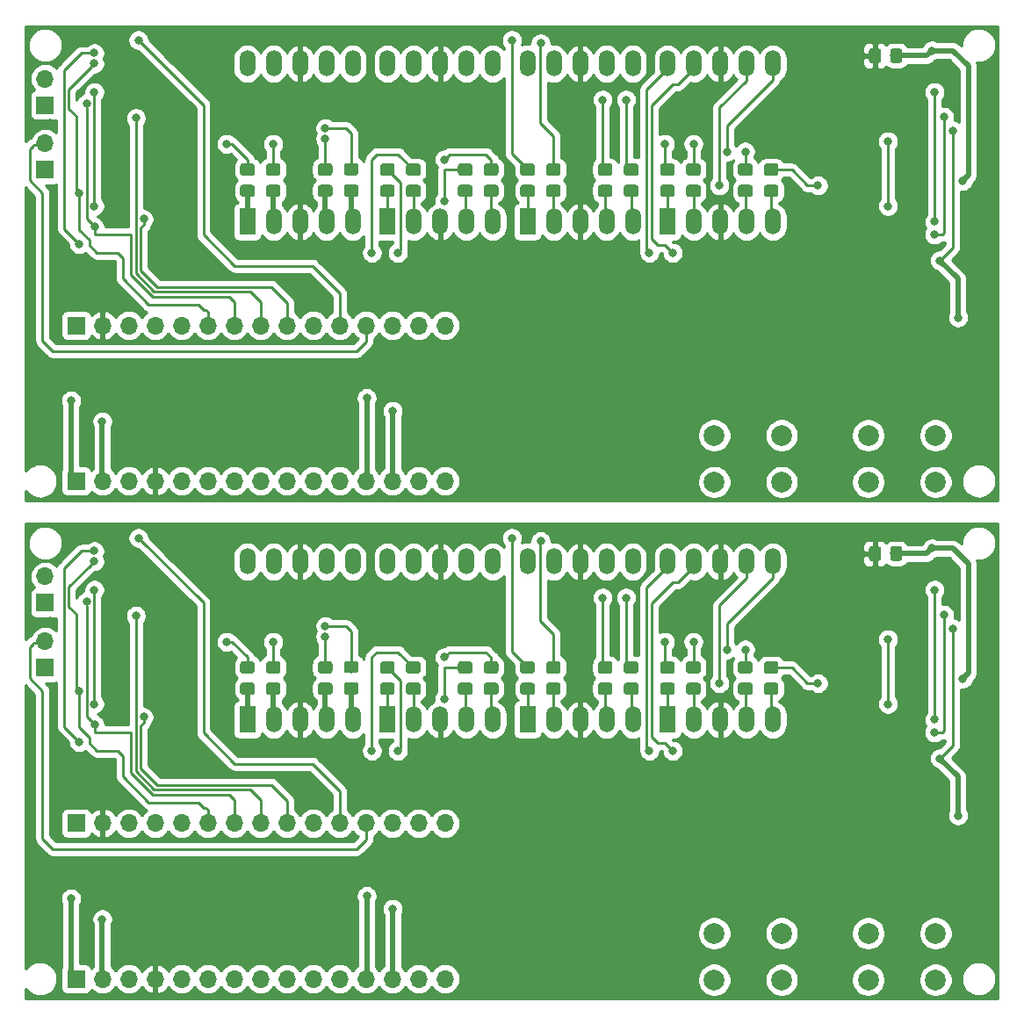
<source format=gbr>
G04 #@! TF.GenerationSoftware,KiCad,Pcbnew,(5.1.2)-1*
G04 #@! TF.CreationDate,2019-07-15T20:07:30+01:00*
G04 #@! TF.ProjectId,Reference_voltage,52656665-7265-46e6-9365-5f766f6c7461,rev?*
G04 #@! TF.SameCoordinates,Original*
G04 #@! TF.FileFunction,Copper,L2,Bot*
G04 #@! TF.FilePolarity,Positive*
%FSLAX46Y46*%
G04 Gerber Fmt 4.6, Leading zero omitted, Abs format (unit mm)*
G04 Created by KiCad (PCBNEW (5.1.2)-1) date 2019-07-15 20:07:30*
%MOMM*%
%LPD*%
G04 APERTURE LIST*
%ADD10O,1.524000X2.524000*%
%ADD11R,1.524000X2.524000*%
%ADD12R,1.700000X1.700000*%
%ADD13O,1.700000X1.700000*%
%ADD14C,2.000000*%
%ADD15C,0.100000*%
%ADD16C,1.150000*%
%ADD17C,0.800000*%
%ADD18C,0.250000*%
%ADD19C,0.500000*%
%ADD20C,0.254000*%
G04 APERTURE END LIST*
D10*
X160000000Y-99760000D03*
X162540000Y-99760000D03*
X165080000Y-99760000D03*
X167620000Y-99760000D03*
X170160000Y-99760000D03*
X170160000Y-115000000D03*
X167620000Y-115000000D03*
X165080000Y-115000000D03*
X162540000Y-115000000D03*
D11*
X160000000Y-115000000D03*
D10*
X146500000Y-99760000D03*
X149040000Y-99760000D03*
X151580000Y-99760000D03*
X154120000Y-99760000D03*
X156660000Y-99760000D03*
X156660000Y-115000000D03*
X154120000Y-115000000D03*
X151580000Y-115000000D03*
X149040000Y-115000000D03*
D11*
X146500000Y-115000000D03*
D10*
X133000000Y-99760000D03*
X135540000Y-99760000D03*
X138080000Y-99760000D03*
X140620000Y-99760000D03*
X143160000Y-99760000D03*
X143160000Y-115000000D03*
X140620000Y-115000000D03*
X138080000Y-115000000D03*
X135540000Y-115000000D03*
D11*
X133000000Y-115000000D03*
D10*
X119500000Y-99760000D03*
X122040000Y-99760000D03*
X124580000Y-99760000D03*
X127120000Y-99760000D03*
X129660000Y-99760000D03*
X129660000Y-115000000D03*
X127120000Y-115000000D03*
X124580000Y-115000000D03*
X122040000Y-115000000D03*
D11*
X119500000Y-115000000D03*
D12*
X100000000Y-110000000D03*
D13*
X100000000Y-107460000D03*
D12*
X100000000Y-103750000D03*
D13*
X100000000Y-101210000D03*
D14*
X179350000Y-140100000D03*
X179350000Y-135600000D03*
X185850000Y-140100000D03*
X185850000Y-135600000D03*
X164500000Y-140100000D03*
X164500000Y-135600000D03*
X171000000Y-140100000D03*
X171000000Y-135600000D03*
D15*
G36*
X129974505Y-111426204D02*
G01*
X129998773Y-111429804D01*
X130022572Y-111435765D01*
X130045671Y-111444030D01*
X130067850Y-111454520D01*
X130088893Y-111467132D01*
X130108599Y-111481747D01*
X130126777Y-111498223D01*
X130143253Y-111516401D01*
X130157868Y-111536107D01*
X130170480Y-111557150D01*
X130180970Y-111579329D01*
X130189235Y-111602428D01*
X130195196Y-111626227D01*
X130198796Y-111650495D01*
X130200000Y-111674999D01*
X130200000Y-112325001D01*
X130198796Y-112349505D01*
X130195196Y-112373773D01*
X130189235Y-112397572D01*
X130180970Y-112420671D01*
X130170480Y-112442850D01*
X130157868Y-112463893D01*
X130143253Y-112483599D01*
X130126777Y-112501777D01*
X130108599Y-112518253D01*
X130088893Y-112532868D01*
X130067850Y-112545480D01*
X130045671Y-112555970D01*
X130022572Y-112564235D01*
X129998773Y-112570196D01*
X129974505Y-112573796D01*
X129950001Y-112575000D01*
X129049999Y-112575000D01*
X129025495Y-112573796D01*
X129001227Y-112570196D01*
X128977428Y-112564235D01*
X128954329Y-112555970D01*
X128932150Y-112545480D01*
X128911107Y-112532868D01*
X128891401Y-112518253D01*
X128873223Y-112501777D01*
X128856747Y-112483599D01*
X128842132Y-112463893D01*
X128829520Y-112442850D01*
X128819030Y-112420671D01*
X128810765Y-112397572D01*
X128804804Y-112373773D01*
X128801204Y-112349505D01*
X128800000Y-112325001D01*
X128800000Y-111674999D01*
X128801204Y-111650495D01*
X128804804Y-111626227D01*
X128810765Y-111602428D01*
X128819030Y-111579329D01*
X128829520Y-111557150D01*
X128842132Y-111536107D01*
X128856747Y-111516401D01*
X128873223Y-111498223D01*
X128891401Y-111481747D01*
X128911107Y-111467132D01*
X128932150Y-111454520D01*
X128954329Y-111444030D01*
X128977428Y-111435765D01*
X129001227Y-111429804D01*
X129025495Y-111426204D01*
X129049999Y-111425000D01*
X129950001Y-111425000D01*
X129974505Y-111426204D01*
X129974505Y-111426204D01*
G37*
D16*
X129500000Y-112000000D03*
D15*
G36*
X129974505Y-109376204D02*
G01*
X129998773Y-109379804D01*
X130022572Y-109385765D01*
X130045671Y-109394030D01*
X130067850Y-109404520D01*
X130088893Y-109417132D01*
X130108599Y-109431747D01*
X130126777Y-109448223D01*
X130143253Y-109466401D01*
X130157868Y-109486107D01*
X130170480Y-109507150D01*
X130180970Y-109529329D01*
X130189235Y-109552428D01*
X130195196Y-109576227D01*
X130198796Y-109600495D01*
X130200000Y-109624999D01*
X130200000Y-110275001D01*
X130198796Y-110299505D01*
X130195196Y-110323773D01*
X130189235Y-110347572D01*
X130180970Y-110370671D01*
X130170480Y-110392850D01*
X130157868Y-110413893D01*
X130143253Y-110433599D01*
X130126777Y-110451777D01*
X130108599Y-110468253D01*
X130088893Y-110482868D01*
X130067850Y-110495480D01*
X130045671Y-110505970D01*
X130022572Y-110514235D01*
X129998773Y-110520196D01*
X129974505Y-110523796D01*
X129950001Y-110525000D01*
X129049999Y-110525000D01*
X129025495Y-110523796D01*
X129001227Y-110520196D01*
X128977428Y-110514235D01*
X128954329Y-110505970D01*
X128932150Y-110495480D01*
X128911107Y-110482868D01*
X128891401Y-110468253D01*
X128873223Y-110451777D01*
X128856747Y-110433599D01*
X128842132Y-110413893D01*
X128829520Y-110392850D01*
X128819030Y-110370671D01*
X128810765Y-110347572D01*
X128804804Y-110323773D01*
X128801204Y-110299505D01*
X128800000Y-110275001D01*
X128800000Y-109624999D01*
X128801204Y-109600495D01*
X128804804Y-109576227D01*
X128810765Y-109552428D01*
X128819030Y-109529329D01*
X128829520Y-109507150D01*
X128842132Y-109486107D01*
X128856747Y-109466401D01*
X128873223Y-109448223D01*
X128891401Y-109431747D01*
X128911107Y-109417132D01*
X128932150Y-109404520D01*
X128954329Y-109394030D01*
X128977428Y-109385765D01*
X129001227Y-109379804D01*
X129025495Y-109376204D01*
X129049999Y-109375000D01*
X129950001Y-109375000D01*
X129974505Y-109376204D01*
X129974505Y-109376204D01*
G37*
D16*
X129500000Y-109950000D03*
D15*
G36*
X127474505Y-111451204D02*
G01*
X127498773Y-111454804D01*
X127522572Y-111460765D01*
X127545671Y-111469030D01*
X127567850Y-111479520D01*
X127588893Y-111492132D01*
X127608599Y-111506747D01*
X127626777Y-111523223D01*
X127643253Y-111541401D01*
X127657868Y-111561107D01*
X127670480Y-111582150D01*
X127680970Y-111604329D01*
X127689235Y-111627428D01*
X127695196Y-111651227D01*
X127698796Y-111675495D01*
X127700000Y-111699999D01*
X127700000Y-112350001D01*
X127698796Y-112374505D01*
X127695196Y-112398773D01*
X127689235Y-112422572D01*
X127680970Y-112445671D01*
X127670480Y-112467850D01*
X127657868Y-112488893D01*
X127643253Y-112508599D01*
X127626777Y-112526777D01*
X127608599Y-112543253D01*
X127588893Y-112557868D01*
X127567850Y-112570480D01*
X127545671Y-112580970D01*
X127522572Y-112589235D01*
X127498773Y-112595196D01*
X127474505Y-112598796D01*
X127450001Y-112600000D01*
X126549999Y-112600000D01*
X126525495Y-112598796D01*
X126501227Y-112595196D01*
X126477428Y-112589235D01*
X126454329Y-112580970D01*
X126432150Y-112570480D01*
X126411107Y-112557868D01*
X126391401Y-112543253D01*
X126373223Y-112526777D01*
X126356747Y-112508599D01*
X126342132Y-112488893D01*
X126329520Y-112467850D01*
X126319030Y-112445671D01*
X126310765Y-112422572D01*
X126304804Y-112398773D01*
X126301204Y-112374505D01*
X126300000Y-112350001D01*
X126300000Y-111699999D01*
X126301204Y-111675495D01*
X126304804Y-111651227D01*
X126310765Y-111627428D01*
X126319030Y-111604329D01*
X126329520Y-111582150D01*
X126342132Y-111561107D01*
X126356747Y-111541401D01*
X126373223Y-111523223D01*
X126391401Y-111506747D01*
X126411107Y-111492132D01*
X126432150Y-111479520D01*
X126454329Y-111469030D01*
X126477428Y-111460765D01*
X126501227Y-111454804D01*
X126525495Y-111451204D01*
X126549999Y-111450000D01*
X127450001Y-111450000D01*
X127474505Y-111451204D01*
X127474505Y-111451204D01*
G37*
D16*
X127000000Y-112025000D03*
D15*
G36*
X127474505Y-109401204D02*
G01*
X127498773Y-109404804D01*
X127522572Y-109410765D01*
X127545671Y-109419030D01*
X127567850Y-109429520D01*
X127588893Y-109442132D01*
X127608599Y-109456747D01*
X127626777Y-109473223D01*
X127643253Y-109491401D01*
X127657868Y-109511107D01*
X127670480Y-109532150D01*
X127680970Y-109554329D01*
X127689235Y-109577428D01*
X127695196Y-109601227D01*
X127698796Y-109625495D01*
X127700000Y-109649999D01*
X127700000Y-110300001D01*
X127698796Y-110324505D01*
X127695196Y-110348773D01*
X127689235Y-110372572D01*
X127680970Y-110395671D01*
X127670480Y-110417850D01*
X127657868Y-110438893D01*
X127643253Y-110458599D01*
X127626777Y-110476777D01*
X127608599Y-110493253D01*
X127588893Y-110507868D01*
X127567850Y-110520480D01*
X127545671Y-110530970D01*
X127522572Y-110539235D01*
X127498773Y-110545196D01*
X127474505Y-110548796D01*
X127450001Y-110550000D01*
X126549999Y-110550000D01*
X126525495Y-110548796D01*
X126501227Y-110545196D01*
X126477428Y-110539235D01*
X126454329Y-110530970D01*
X126432150Y-110520480D01*
X126411107Y-110507868D01*
X126391401Y-110493253D01*
X126373223Y-110476777D01*
X126356747Y-110458599D01*
X126342132Y-110438893D01*
X126329520Y-110417850D01*
X126319030Y-110395671D01*
X126310765Y-110372572D01*
X126304804Y-110348773D01*
X126301204Y-110324505D01*
X126300000Y-110300001D01*
X126300000Y-109649999D01*
X126301204Y-109625495D01*
X126304804Y-109601227D01*
X126310765Y-109577428D01*
X126319030Y-109554329D01*
X126329520Y-109532150D01*
X126342132Y-109511107D01*
X126356747Y-109491401D01*
X126373223Y-109473223D01*
X126391401Y-109456747D01*
X126411107Y-109442132D01*
X126432150Y-109429520D01*
X126454329Y-109419030D01*
X126477428Y-109410765D01*
X126501227Y-109404804D01*
X126525495Y-109401204D01*
X126549999Y-109400000D01*
X127450001Y-109400000D01*
X127474505Y-109401204D01*
X127474505Y-109401204D01*
G37*
D16*
X127000000Y-109975000D03*
D15*
G36*
X122474505Y-111451204D02*
G01*
X122498773Y-111454804D01*
X122522572Y-111460765D01*
X122545671Y-111469030D01*
X122567850Y-111479520D01*
X122588893Y-111492132D01*
X122608599Y-111506747D01*
X122626777Y-111523223D01*
X122643253Y-111541401D01*
X122657868Y-111561107D01*
X122670480Y-111582150D01*
X122680970Y-111604329D01*
X122689235Y-111627428D01*
X122695196Y-111651227D01*
X122698796Y-111675495D01*
X122700000Y-111699999D01*
X122700000Y-112350001D01*
X122698796Y-112374505D01*
X122695196Y-112398773D01*
X122689235Y-112422572D01*
X122680970Y-112445671D01*
X122670480Y-112467850D01*
X122657868Y-112488893D01*
X122643253Y-112508599D01*
X122626777Y-112526777D01*
X122608599Y-112543253D01*
X122588893Y-112557868D01*
X122567850Y-112570480D01*
X122545671Y-112580970D01*
X122522572Y-112589235D01*
X122498773Y-112595196D01*
X122474505Y-112598796D01*
X122450001Y-112600000D01*
X121549999Y-112600000D01*
X121525495Y-112598796D01*
X121501227Y-112595196D01*
X121477428Y-112589235D01*
X121454329Y-112580970D01*
X121432150Y-112570480D01*
X121411107Y-112557868D01*
X121391401Y-112543253D01*
X121373223Y-112526777D01*
X121356747Y-112508599D01*
X121342132Y-112488893D01*
X121329520Y-112467850D01*
X121319030Y-112445671D01*
X121310765Y-112422572D01*
X121304804Y-112398773D01*
X121301204Y-112374505D01*
X121300000Y-112350001D01*
X121300000Y-111699999D01*
X121301204Y-111675495D01*
X121304804Y-111651227D01*
X121310765Y-111627428D01*
X121319030Y-111604329D01*
X121329520Y-111582150D01*
X121342132Y-111561107D01*
X121356747Y-111541401D01*
X121373223Y-111523223D01*
X121391401Y-111506747D01*
X121411107Y-111492132D01*
X121432150Y-111479520D01*
X121454329Y-111469030D01*
X121477428Y-111460765D01*
X121501227Y-111454804D01*
X121525495Y-111451204D01*
X121549999Y-111450000D01*
X122450001Y-111450000D01*
X122474505Y-111451204D01*
X122474505Y-111451204D01*
G37*
D16*
X122000000Y-112025000D03*
D15*
G36*
X122474505Y-109401204D02*
G01*
X122498773Y-109404804D01*
X122522572Y-109410765D01*
X122545671Y-109419030D01*
X122567850Y-109429520D01*
X122588893Y-109442132D01*
X122608599Y-109456747D01*
X122626777Y-109473223D01*
X122643253Y-109491401D01*
X122657868Y-109511107D01*
X122670480Y-109532150D01*
X122680970Y-109554329D01*
X122689235Y-109577428D01*
X122695196Y-109601227D01*
X122698796Y-109625495D01*
X122700000Y-109649999D01*
X122700000Y-110300001D01*
X122698796Y-110324505D01*
X122695196Y-110348773D01*
X122689235Y-110372572D01*
X122680970Y-110395671D01*
X122670480Y-110417850D01*
X122657868Y-110438893D01*
X122643253Y-110458599D01*
X122626777Y-110476777D01*
X122608599Y-110493253D01*
X122588893Y-110507868D01*
X122567850Y-110520480D01*
X122545671Y-110530970D01*
X122522572Y-110539235D01*
X122498773Y-110545196D01*
X122474505Y-110548796D01*
X122450001Y-110550000D01*
X121549999Y-110550000D01*
X121525495Y-110548796D01*
X121501227Y-110545196D01*
X121477428Y-110539235D01*
X121454329Y-110530970D01*
X121432150Y-110520480D01*
X121411107Y-110507868D01*
X121391401Y-110493253D01*
X121373223Y-110476777D01*
X121356747Y-110458599D01*
X121342132Y-110438893D01*
X121329520Y-110417850D01*
X121319030Y-110395671D01*
X121310765Y-110372572D01*
X121304804Y-110348773D01*
X121301204Y-110324505D01*
X121300000Y-110300001D01*
X121300000Y-109649999D01*
X121301204Y-109625495D01*
X121304804Y-109601227D01*
X121310765Y-109577428D01*
X121319030Y-109554329D01*
X121329520Y-109532150D01*
X121342132Y-109511107D01*
X121356747Y-109491401D01*
X121373223Y-109473223D01*
X121391401Y-109456747D01*
X121411107Y-109442132D01*
X121432150Y-109429520D01*
X121454329Y-109419030D01*
X121477428Y-109410765D01*
X121501227Y-109404804D01*
X121525495Y-109401204D01*
X121549999Y-109400000D01*
X122450001Y-109400000D01*
X122474505Y-109401204D01*
X122474505Y-109401204D01*
G37*
D16*
X122000000Y-109975000D03*
D15*
G36*
X119974505Y-111451204D02*
G01*
X119998773Y-111454804D01*
X120022572Y-111460765D01*
X120045671Y-111469030D01*
X120067850Y-111479520D01*
X120088893Y-111492132D01*
X120108599Y-111506747D01*
X120126777Y-111523223D01*
X120143253Y-111541401D01*
X120157868Y-111561107D01*
X120170480Y-111582150D01*
X120180970Y-111604329D01*
X120189235Y-111627428D01*
X120195196Y-111651227D01*
X120198796Y-111675495D01*
X120200000Y-111699999D01*
X120200000Y-112350001D01*
X120198796Y-112374505D01*
X120195196Y-112398773D01*
X120189235Y-112422572D01*
X120180970Y-112445671D01*
X120170480Y-112467850D01*
X120157868Y-112488893D01*
X120143253Y-112508599D01*
X120126777Y-112526777D01*
X120108599Y-112543253D01*
X120088893Y-112557868D01*
X120067850Y-112570480D01*
X120045671Y-112580970D01*
X120022572Y-112589235D01*
X119998773Y-112595196D01*
X119974505Y-112598796D01*
X119950001Y-112600000D01*
X119049999Y-112600000D01*
X119025495Y-112598796D01*
X119001227Y-112595196D01*
X118977428Y-112589235D01*
X118954329Y-112580970D01*
X118932150Y-112570480D01*
X118911107Y-112557868D01*
X118891401Y-112543253D01*
X118873223Y-112526777D01*
X118856747Y-112508599D01*
X118842132Y-112488893D01*
X118829520Y-112467850D01*
X118819030Y-112445671D01*
X118810765Y-112422572D01*
X118804804Y-112398773D01*
X118801204Y-112374505D01*
X118800000Y-112350001D01*
X118800000Y-111699999D01*
X118801204Y-111675495D01*
X118804804Y-111651227D01*
X118810765Y-111627428D01*
X118819030Y-111604329D01*
X118829520Y-111582150D01*
X118842132Y-111561107D01*
X118856747Y-111541401D01*
X118873223Y-111523223D01*
X118891401Y-111506747D01*
X118911107Y-111492132D01*
X118932150Y-111479520D01*
X118954329Y-111469030D01*
X118977428Y-111460765D01*
X119001227Y-111454804D01*
X119025495Y-111451204D01*
X119049999Y-111450000D01*
X119950001Y-111450000D01*
X119974505Y-111451204D01*
X119974505Y-111451204D01*
G37*
D16*
X119500000Y-112025000D03*
D15*
G36*
X119974505Y-109401204D02*
G01*
X119998773Y-109404804D01*
X120022572Y-109410765D01*
X120045671Y-109419030D01*
X120067850Y-109429520D01*
X120088893Y-109442132D01*
X120108599Y-109456747D01*
X120126777Y-109473223D01*
X120143253Y-109491401D01*
X120157868Y-109511107D01*
X120170480Y-109532150D01*
X120180970Y-109554329D01*
X120189235Y-109577428D01*
X120195196Y-109601227D01*
X120198796Y-109625495D01*
X120200000Y-109649999D01*
X120200000Y-110300001D01*
X120198796Y-110324505D01*
X120195196Y-110348773D01*
X120189235Y-110372572D01*
X120180970Y-110395671D01*
X120170480Y-110417850D01*
X120157868Y-110438893D01*
X120143253Y-110458599D01*
X120126777Y-110476777D01*
X120108599Y-110493253D01*
X120088893Y-110507868D01*
X120067850Y-110520480D01*
X120045671Y-110530970D01*
X120022572Y-110539235D01*
X119998773Y-110545196D01*
X119974505Y-110548796D01*
X119950001Y-110550000D01*
X119049999Y-110550000D01*
X119025495Y-110548796D01*
X119001227Y-110545196D01*
X118977428Y-110539235D01*
X118954329Y-110530970D01*
X118932150Y-110520480D01*
X118911107Y-110507868D01*
X118891401Y-110493253D01*
X118873223Y-110476777D01*
X118856747Y-110458599D01*
X118842132Y-110438893D01*
X118829520Y-110417850D01*
X118819030Y-110395671D01*
X118810765Y-110372572D01*
X118804804Y-110348773D01*
X118801204Y-110324505D01*
X118800000Y-110300001D01*
X118800000Y-109649999D01*
X118801204Y-109625495D01*
X118804804Y-109601227D01*
X118810765Y-109577428D01*
X118819030Y-109554329D01*
X118829520Y-109532150D01*
X118842132Y-109511107D01*
X118856747Y-109491401D01*
X118873223Y-109473223D01*
X118891401Y-109456747D01*
X118911107Y-109442132D01*
X118932150Y-109429520D01*
X118954329Y-109419030D01*
X118977428Y-109410765D01*
X119001227Y-109404804D01*
X119025495Y-109401204D01*
X119049999Y-109400000D01*
X119950001Y-109400000D01*
X119974505Y-109401204D01*
X119974505Y-109401204D01*
G37*
D16*
X119500000Y-109975000D03*
D15*
G36*
X156974505Y-111451204D02*
G01*
X156998773Y-111454804D01*
X157022572Y-111460765D01*
X157045671Y-111469030D01*
X157067850Y-111479520D01*
X157088893Y-111492132D01*
X157108599Y-111506747D01*
X157126777Y-111523223D01*
X157143253Y-111541401D01*
X157157868Y-111561107D01*
X157170480Y-111582150D01*
X157180970Y-111604329D01*
X157189235Y-111627428D01*
X157195196Y-111651227D01*
X157198796Y-111675495D01*
X157200000Y-111699999D01*
X157200000Y-112350001D01*
X157198796Y-112374505D01*
X157195196Y-112398773D01*
X157189235Y-112422572D01*
X157180970Y-112445671D01*
X157170480Y-112467850D01*
X157157868Y-112488893D01*
X157143253Y-112508599D01*
X157126777Y-112526777D01*
X157108599Y-112543253D01*
X157088893Y-112557868D01*
X157067850Y-112570480D01*
X157045671Y-112580970D01*
X157022572Y-112589235D01*
X156998773Y-112595196D01*
X156974505Y-112598796D01*
X156950001Y-112600000D01*
X156049999Y-112600000D01*
X156025495Y-112598796D01*
X156001227Y-112595196D01*
X155977428Y-112589235D01*
X155954329Y-112580970D01*
X155932150Y-112570480D01*
X155911107Y-112557868D01*
X155891401Y-112543253D01*
X155873223Y-112526777D01*
X155856747Y-112508599D01*
X155842132Y-112488893D01*
X155829520Y-112467850D01*
X155819030Y-112445671D01*
X155810765Y-112422572D01*
X155804804Y-112398773D01*
X155801204Y-112374505D01*
X155800000Y-112350001D01*
X155800000Y-111699999D01*
X155801204Y-111675495D01*
X155804804Y-111651227D01*
X155810765Y-111627428D01*
X155819030Y-111604329D01*
X155829520Y-111582150D01*
X155842132Y-111561107D01*
X155856747Y-111541401D01*
X155873223Y-111523223D01*
X155891401Y-111506747D01*
X155911107Y-111492132D01*
X155932150Y-111479520D01*
X155954329Y-111469030D01*
X155977428Y-111460765D01*
X156001227Y-111454804D01*
X156025495Y-111451204D01*
X156049999Y-111450000D01*
X156950001Y-111450000D01*
X156974505Y-111451204D01*
X156974505Y-111451204D01*
G37*
D16*
X156500000Y-112025000D03*
D15*
G36*
X156974505Y-109401204D02*
G01*
X156998773Y-109404804D01*
X157022572Y-109410765D01*
X157045671Y-109419030D01*
X157067850Y-109429520D01*
X157088893Y-109442132D01*
X157108599Y-109456747D01*
X157126777Y-109473223D01*
X157143253Y-109491401D01*
X157157868Y-109511107D01*
X157170480Y-109532150D01*
X157180970Y-109554329D01*
X157189235Y-109577428D01*
X157195196Y-109601227D01*
X157198796Y-109625495D01*
X157200000Y-109649999D01*
X157200000Y-110300001D01*
X157198796Y-110324505D01*
X157195196Y-110348773D01*
X157189235Y-110372572D01*
X157180970Y-110395671D01*
X157170480Y-110417850D01*
X157157868Y-110438893D01*
X157143253Y-110458599D01*
X157126777Y-110476777D01*
X157108599Y-110493253D01*
X157088893Y-110507868D01*
X157067850Y-110520480D01*
X157045671Y-110530970D01*
X157022572Y-110539235D01*
X156998773Y-110545196D01*
X156974505Y-110548796D01*
X156950001Y-110550000D01*
X156049999Y-110550000D01*
X156025495Y-110548796D01*
X156001227Y-110545196D01*
X155977428Y-110539235D01*
X155954329Y-110530970D01*
X155932150Y-110520480D01*
X155911107Y-110507868D01*
X155891401Y-110493253D01*
X155873223Y-110476777D01*
X155856747Y-110458599D01*
X155842132Y-110438893D01*
X155829520Y-110417850D01*
X155819030Y-110395671D01*
X155810765Y-110372572D01*
X155804804Y-110348773D01*
X155801204Y-110324505D01*
X155800000Y-110300001D01*
X155800000Y-109649999D01*
X155801204Y-109625495D01*
X155804804Y-109601227D01*
X155810765Y-109577428D01*
X155819030Y-109554329D01*
X155829520Y-109532150D01*
X155842132Y-109511107D01*
X155856747Y-109491401D01*
X155873223Y-109473223D01*
X155891401Y-109456747D01*
X155911107Y-109442132D01*
X155932150Y-109429520D01*
X155954329Y-109419030D01*
X155977428Y-109410765D01*
X156001227Y-109404804D01*
X156025495Y-109401204D01*
X156049999Y-109400000D01*
X156950001Y-109400000D01*
X156974505Y-109401204D01*
X156974505Y-109401204D01*
G37*
D16*
X156500000Y-109975000D03*
D15*
G36*
X154474505Y-111451204D02*
G01*
X154498773Y-111454804D01*
X154522572Y-111460765D01*
X154545671Y-111469030D01*
X154567850Y-111479520D01*
X154588893Y-111492132D01*
X154608599Y-111506747D01*
X154626777Y-111523223D01*
X154643253Y-111541401D01*
X154657868Y-111561107D01*
X154670480Y-111582150D01*
X154680970Y-111604329D01*
X154689235Y-111627428D01*
X154695196Y-111651227D01*
X154698796Y-111675495D01*
X154700000Y-111699999D01*
X154700000Y-112350001D01*
X154698796Y-112374505D01*
X154695196Y-112398773D01*
X154689235Y-112422572D01*
X154680970Y-112445671D01*
X154670480Y-112467850D01*
X154657868Y-112488893D01*
X154643253Y-112508599D01*
X154626777Y-112526777D01*
X154608599Y-112543253D01*
X154588893Y-112557868D01*
X154567850Y-112570480D01*
X154545671Y-112580970D01*
X154522572Y-112589235D01*
X154498773Y-112595196D01*
X154474505Y-112598796D01*
X154450001Y-112600000D01*
X153549999Y-112600000D01*
X153525495Y-112598796D01*
X153501227Y-112595196D01*
X153477428Y-112589235D01*
X153454329Y-112580970D01*
X153432150Y-112570480D01*
X153411107Y-112557868D01*
X153391401Y-112543253D01*
X153373223Y-112526777D01*
X153356747Y-112508599D01*
X153342132Y-112488893D01*
X153329520Y-112467850D01*
X153319030Y-112445671D01*
X153310765Y-112422572D01*
X153304804Y-112398773D01*
X153301204Y-112374505D01*
X153300000Y-112350001D01*
X153300000Y-111699999D01*
X153301204Y-111675495D01*
X153304804Y-111651227D01*
X153310765Y-111627428D01*
X153319030Y-111604329D01*
X153329520Y-111582150D01*
X153342132Y-111561107D01*
X153356747Y-111541401D01*
X153373223Y-111523223D01*
X153391401Y-111506747D01*
X153411107Y-111492132D01*
X153432150Y-111479520D01*
X153454329Y-111469030D01*
X153477428Y-111460765D01*
X153501227Y-111454804D01*
X153525495Y-111451204D01*
X153549999Y-111450000D01*
X154450001Y-111450000D01*
X154474505Y-111451204D01*
X154474505Y-111451204D01*
G37*
D16*
X154000000Y-112025000D03*
D15*
G36*
X154474505Y-109401204D02*
G01*
X154498773Y-109404804D01*
X154522572Y-109410765D01*
X154545671Y-109419030D01*
X154567850Y-109429520D01*
X154588893Y-109442132D01*
X154608599Y-109456747D01*
X154626777Y-109473223D01*
X154643253Y-109491401D01*
X154657868Y-109511107D01*
X154670480Y-109532150D01*
X154680970Y-109554329D01*
X154689235Y-109577428D01*
X154695196Y-109601227D01*
X154698796Y-109625495D01*
X154700000Y-109649999D01*
X154700000Y-110300001D01*
X154698796Y-110324505D01*
X154695196Y-110348773D01*
X154689235Y-110372572D01*
X154680970Y-110395671D01*
X154670480Y-110417850D01*
X154657868Y-110438893D01*
X154643253Y-110458599D01*
X154626777Y-110476777D01*
X154608599Y-110493253D01*
X154588893Y-110507868D01*
X154567850Y-110520480D01*
X154545671Y-110530970D01*
X154522572Y-110539235D01*
X154498773Y-110545196D01*
X154474505Y-110548796D01*
X154450001Y-110550000D01*
X153549999Y-110550000D01*
X153525495Y-110548796D01*
X153501227Y-110545196D01*
X153477428Y-110539235D01*
X153454329Y-110530970D01*
X153432150Y-110520480D01*
X153411107Y-110507868D01*
X153391401Y-110493253D01*
X153373223Y-110476777D01*
X153356747Y-110458599D01*
X153342132Y-110438893D01*
X153329520Y-110417850D01*
X153319030Y-110395671D01*
X153310765Y-110372572D01*
X153304804Y-110348773D01*
X153301204Y-110324505D01*
X153300000Y-110300001D01*
X153300000Y-109649999D01*
X153301204Y-109625495D01*
X153304804Y-109601227D01*
X153310765Y-109577428D01*
X153319030Y-109554329D01*
X153329520Y-109532150D01*
X153342132Y-109511107D01*
X153356747Y-109491401D01*
X153373223Y-109473223D01*
X153391401Y-109456747D01*
X153411107Y-109442132D01*
X153432150Y-109429520D01*
X153454329Y-109419030D01*
X153477428Y-109410765D01*
X153501227Y-109404804D01*
X153525495Y-109401204D01*
X153549999Y-109400000D01*
X154450001Y-109400000D01*
X154474505Y-109401204D01*
X154474505Y-109401204D01*
G37*
D16*
X154000000Y-109975000D03*
D15*
G36*
X149474505Y-111451204D02*
G01*
X149498773Y-111454804D01*
X149522572Y-111460765D01*
X149545671Y-111469030D01*
X149567850Y-111479520D01*
X149588893Y-111492132D01*
X149608599Y-111506747D01*
X149626777Y-111523223D01*
X149643253Y-111541401D01*
X149657868Y-111561107D01*
X149670480Y-111582150D01*
X149680970Y-111604329D01*
X149689235Y-111627428D01*
X149695196Y-111651227D01*
X149698796Y-111675495D01*
X149700000Y-111699999D01*
X149700000Y-112350001D01*
X149698796Y-112374505D01*
X149695196Y-112398773D01*
X149689235Y-112422572D01*
X149680970Y-112445671D01*
X149670480Y-112467850D01*
X149657868Y-112488893D01*
X149643253Y-112508599D01*
X149626777Y-112526777D01*
X149608599Y-112543253D01*
X149588893Y-112557868D01*
X149567850Y-112570480D01*
X149545671Y-112580970D01*
X149522572Y-112589235D01*
X149498773Y-112595196D01*
X149474505Y-112598796D01*
X149450001Y-112600000D01*
X148549999Y-112600000D01*
X148525495Y-112598796D01*
X148501227Y-112595196D01*
X148477428Y-112589235D01*
X148454329Y-112580970D01*
X148432150Y-112570480D01*
X148411107Y-112557868D01*
X148391401Y-112543253D01*
X148373223Y-112526777D01*
X148356747Y-112508599D01*
X148342132Y-112488893D01*
X148329520Y-112467850D01*
X148319030Y-112445671D01*
X148310765Y-112422572D01*
X148304804Y-112398773D01*
X148301204Y-112374505D01*
X148300000Y-112350001D01*
X148300000Y-111699999D01*
X148301204Y-111675495D01*
X148304804Y-111651227D01*
X148310765Y-111627428D01*
X148319030Y-111604329D01*
X148329520Y-111582150D01*
X148342132Y-111561107D01*
X148356747Y-111541401D01*
X148373223Y-111523223D01*
X148391401Y-111506747D01*
X148411107Y-111492132D01*
X148432150Y-111479520D01*
X148454329Y-111469030D01*
X148477428Y-111460765D01*
X148501227Y-111454804D01*
X148525495Y-111451204D01*
X148549999Y-111450000D01*
X149450001Y-111450000D01*
X149474505Y-111451204D01*
X149474505Y-111451204D01*
G37*
D16*
X149000000Y-112025000D03*
D15*
G36*
X149474505Y-109401204D02*
G01*
X149498773Y-109404804D01*
X149522572Y-109410765D01*
X149545671Y-109419030D01*
X149567850Y-109429520D01*
X149588893Y-109442132D01*
X149608599Y-109456747D01*
X149626777Y-109473223D01*
X149643253Y-109491401D01*
X149657868Y-109511107D01*
X149670480Y-109532150D01*
X149680970Y-109554329D01*
X149689235Y-109577428D01*
X149695196Y-109601227D01*
X149698796Y-109625495D01*
X149700000Y-109649999D01*
X149700000Y-110300001D01*
X149698796Y-110324505D01*
X149695196Y-110348773D01*
X149689235Y-110372572D01*
X149680970Y-110395671D01*
X149670480Y-110417850D01*
X149657868Y-110438893D01*
X149643253Y-110458599D01*
X149626777Y-110476777D01*
X149608599Y-110493253D01*
X149588893Y-110507868D01*
X149567850Y-110520480D01*
X149545671Y-110530970D01*
X149522572Y-110539235D01*
X149498773Y-110545196D01*
X149474505Y-110548796D01*
X149450001Y-110550000D01*
X148549999Y-110550000D01*
X148525495Y-110548796D01*
X148501227Y-110545196D01*
X148477428Y-110539235D01*
X148454329Y-110530970D01*
X148432150Y-110520480D01*
X148411107Y-110507868D01*
X148391401Y-110493253D01*
X148373223Y-110476777D01*
X148356747Y-110458599D01*
X148342132Y-110438893D01*
X148329520Y-110417850D01*
X148319030Y-110395671D01*
X148310765Y-110372572D01*
X148304804Y-110348773D01*
X148301204Y-110324505D01*
X148300000Y-110300001D01*
X148300000Y-109649999D01*
X148301204Y-109625495D01*
X148304804Y-109601227D01*
X148310765Y-109577428D01*
X148319030Y-109554329D01*
X148329520Y-109532150D01*
X148342132Y-109511107D01*
X148356747Y-109491401D01*
X148373223Y-109473223D01*
X148391401Y-109456747D01*
X148411107Y-109442132D01*
X148432150Y-109429520D01*
X148454329Y-109419030D01*
X148477428Y-109410765D01*
X148501227Y-109404804D01*
X148525495Y-109401204D01*
X148549999Y-109400000D01*
X149450001Y-109400000D01*
X149474505Y-109401204D01*
X149474505Y-109401204D01*
G37*
D16*
X149000000Y-109975000D03*
D15*
G36*
X146974505Y-111451204D02*
G01*
X146998773Y-111454804D01*
X147022572Y-111460765D01*
X147045671Y-111469030D01*
X147067850Y-111479520D01*
X147088893Y-111492132D01*
X147108599Y-111506747D01*
X147126777Y-111523223D01*
X147143253Y-111541401D01*
X147157868Y-111561107D01*
X147170480Y-111582150D01*
X147180970Y-111604329D01*
X147189235Y-111627428D01*
X147195196Y-111651227D01*
X147198796Y-111675495D01*
X147200000Y-111699999D01*
X147200000Y-112350001D01*
X147198796Y-112374505D01*
X147195196Y-112398773D01*
X147189235Y-112422572D01*
X147180970Y-112445671D01*
X147170480Y-112467850D01*
X147157868Y-112488893D01*
X147143253Y-112508599D01*
X147126777Y-112526777D01*
X147108599Y-112543253D01*
X147088893Y-112557868D01*
X147067850Y-112570480D01*
X147045671Y-112580970D01*
X147022572Y-112589235D01*
X146998773Y-112595196D01*
X146974505Y-112598796D01*
X146950001Y-112600000D01*
X146049999Y-112600000D01*
X146025495Y-112598796D01*
X146001227Y-112595196D01*
X145977428Y-112589235D01*
X145954329Y-112580970D01*
X145932150Y-112570480D01*
X145911107Y-112557868D01*
X145891401Y-112543253D01*
X145873223Y-112526777D01*
X145856747Y-112508599D01*
X145842132Y-112488893D01*
X145829520Y-112467850D01*
X145819030Y-112445671D01*
X145810765Y-112422572D01*
X145804804Y-112398773D01*
X145801204Y-112374505D01*
X145800000Y-112350001D01*
X145800000Y-111699999D01*
X145801204Y-111675495D01*
X145804804Y-111651227D01*
X145810765Y-111627428D01*
X145819030Y-111604329D01*
X145829520Y-111582150D01*
X145842132Y-111561107D01*
X145856747Y-111541401D01*
X145873223Y-111523223D01*
X145891401Y-111506747D01*
X145911107Y-111492132D01*
X145932150Y-111479520D01*
X145954329Y-111469030D01*
X145977428Y-111460765D01*
X146001227Y-111454804D01*
X146025495Y-111451204D01*
X146049999Y-111450000D01*
X146950001Y-111450000D01*
X146974505Y-111451204D01*
X146974505Y-111451204D01*
G37*
D16*
X146500000Y-112025000D03*
D15*
G36*
X146974505Y-109401204D02*
G01*
X146998773Y-109404804D01*
X147022572Y-109410765D01*
X147045671Y-109419030D01*
X147067850Y-109429520D01*
X147088893Y-109442132D01*
X147108599Y-109456747D01*
X147126777Y-109473223D01*
X147143253Y-109491401D01*
X147157868Y-109511107D01*
X147170480Y-109532150D01*
X147180970Y-109554329D01*
X147189235Y-109577428D01*
X147195196Y-109601227D01*
X147198796Y-109625495D01*
X147200000Y-109649999D01*
X147200000Y-110300001D01*
X147198796Y-110324505D01*
X147195196Y-110348773D01*
X147189235Y-110372572D01*
X147180970Y-110395671D01*
X147170480Y-110417850D01*
X147157868Y-110438893D01*
X147143253Y-110458599D01*
X147126777Y-110476777D01*
X147108599Y-110493253D01*
X147088893Y-110507868D01*
X147067850Y-110520480D01*
X147045671Y-110530970D01*
X147022572Y-110539235D01*
X146998773Y-110545196D01*
X146974505Y-110548796D01*
X146950001Y-110550000D01*
X146049999Y-110550000D01*
X146025495Y-110548796D01*
X146001227Y-110545196D01*
X145977428Y-110539235D01*
X145954329Y-110530970D01*
X145932150Y-110520480D01*
X145911107Y-110507868D01*
X145891401Y-110493253D01*
X145873223Y-110476777D01*
X145856747Y-110458599D01*
X145842132Y-110438893D01*
X145829520Y-110417850D01*
X145819030Y-110395671D01*
X145810765Y-110372572D01*
X145804804Y-110348773D01*
X145801204Y-110324505D01*
X145800000Y-110300001D01*
X145800000Y-109649999D01*
X145801204Y-109625495D01*
X145804804Y-109601227D01*
X145810765Y-109577428D01*
X145819030Y-109554329D01*
X145829520Y-109532150D01*
X145842132Y-109511107D01*
X145856747Y-109491401D01*
X145873223Y-109473223D01*
X145891401Y-109456747D01*
X145911107Y-109442132D01*
X145932150Y-109429520D01*
X145954329Y-109419030D01*
X145977428Y-109410765D01*
X146001227Y-109404804D01*
X146025495Y-109401204D01*
X146049999Y-109400000D01*
X146950001Y-109400000D01*
X146974505Y-109401204D01*
X146974505Y-109401204D01*
G37*
D16*
X146500000Y-109975000D03*
D15*
G36*
X143474505Y-111451204D02*
G01*
X143498773Y-111454804D01*
X143522572Y-111460765D01*
X143545671Y-111469030D01*
X143567850Y-111479520D01*
X143588893Y-111492132D01*
X143608599Y-111506747D01*
X143626777Y-111523223D01*
X143643253Y-111541401D01*
X143657868Y-111561107D01*
X143670480Y-111582150D01*
X143680970Y-111604329D01*
X143689235Y-111627428D01*
X143695196Y-111651227D01*
X143698796Y-111675495D01*
X143700000Y-111699999D01*
X143700000Y-112350001D01*
X143698796Y-112374505D01*
X143695196Y-112398773D01*
X143689235Y-112422572D01*
X143680970Y-112445671D01*
X143670480Y-112467850D01*
X143657868Y-112488893D01*
X143643253Y-112508599D01*
X143626777Y-112526777D01*
X143608599Y-112543253D01*
X143588893Y-112557868D01*
X143567850Y-112570480D01*
X143545671Y-112580970D01*
X143522572Y-112589235D01*
X143498773Y-112595196D01*
X143474505Y-112598796D01*
X143450001Y-112600000D01*
X142549999Y-112600000D01*
X142525495Y-112598796D01*
X142501227Y-112595196D01*
X142477428Y-112589235D01*
X142454329Y-112580970D01*
X142432150Y-112570480D01*
X142411107Y-112557868D01*
X142391401Y-112543253D01*
X142373223Y-112526777D01*
X142356747Y-112508599D01*
X142342132Y-112488893D01*
X142329520Y-112467850D01*
X142319030Y-112445671D01*
X142310765Y-112422572D01*
X142304804Y-112398773D01*
X142301204Y-112374505D01*
X142300000Y-112350001D01*
X142300000Y-111699999D01*
X142301204Y-111675495D01*
X142304804Y-111651227D01*
X142310765Y-111627428D01*
X142319030Y-111604329D01*
X142329520Y-111582150D01*
X142342132Y-111561107D01*
X142356747Y-111541401D01*
X142373223Y-111523223D01*
X142391401Y-111506747D01*
X142411107Y-111492132D01*
X142432150Y-111479520D01*
X142454329Y-111469030D01*
X142477428Y-111460765D01*
X142501227Y-111454804D01*
X142525495Y-111451204D01*
X142549999Y-111450000D01*
X143450001Y-111450000D01*
X143474505Y-111451204D01*
X143474505Y-111451204D01*
G37*
D16*
X143000000Y-112025000D03*
D15*
G36*
X143474505Y-109401204D02*
G01*
X143498773Y-109404804D01*
X143522572Y-109410765D01*
X143545671Y-109419030D01*
X143567850Y-109429520D01*
X143588893Y-109442132D01*
X143608599Y-109456747D01*
X143626777Y-109473223D01*
X143643253Y-109491401D01*
X143657868Y-109511107D01*
X143670480Y-109532150D01*
X143680970Y-109554329D01*
X143689235Y-109577428D01*
X143695196Y-109601227D01*
X143698796Y-109625495D01*
X143700000Y-109649999D01*
X143700000Y-110300001D01*
X143698796Y-110324505D01*
X143695196Y-110348773D01*
X143689235Y-110372572D01*
X143680970Y-110395671D01*
X143670480Y-110417850D01*
X143657868Y-110438893D01*
X143643253Y-110458599D01*
X143626777Y-110476777D01*
X143608599Y-110493253D01*
X143588893Y-110507868D01*
X143567850Y-110520480D01*
X143545671Y-110530970D01*
X143522572Y-110539235D01*
X143498773Y-110545196D01*
X143474505Y-110548796D01*
X143450001Y-110550000D01*
X142549999Y-110550000D01*
X142525495Y-110548796D01*
X142501227Y-110545196D01*
X142477428Y-110539235D01*
X142454329Y-110530970D01*
X142432150Y-110520480D01*
X142411107Y-110507868D01*
X142391401Y-110493253D01*
X142373223Y-110476777D01*
X142356747Y-110458599D01*
X142342132Y-110438893D01*
X142329520Y-110417850D01*
X142319030Y-110395671D01*
X142310765Y-110372572D01*
X142304804Y-110348773D01*
X142301204Y-110324505D01*
X142300000Y-110300001D01*
X142300000Y-109649999D01*
X142301204Y-109625495D01*
X142304804Y-109601227D01*
X142310765Y-109577428D01*
X142319030Y-109554329D01*
X142329520Y-109532150D01*
X142342132Y-109511107D01*
X142356747Y-109491401D01*
X142373223Y-109473223D01*
X142391401Y-109456747D01*
X142411107Y-109442132D01*
X142432150Y-109429520D01*
X142454329Y-109419030D01*
X142477428Y-109410765D01*
X142501227Y-109404804D01*
X142525495Y-109401204D01*
X142549999Y-109400000D01*
X143450001Y-109400000D01*
X143474505Y-109401204D01*
X143474505Y-109401204D01*
G37*
D16*
X143000000Y-109975000D03*
D15*
G36*
X140974505Y-111451204D02*
G01*
X140998773Y-111454804D01*
X141022572Y-111460765D01*
X141045671Y-111469030D01*
X141067850Y-111479520D01*
X141088893Y-111492132D01*
X141108599Y-111506747D01*
X141126777Y-111523223D01*
X141143253Y-111541401D01*
X141157868Y-111561107D01*
X141170480Y-111582150D01*
X141180970Y-111604329D01*
X141189235Y-111627428D01*
X141195196Y-111651227D01*
X141198796Y-111675495D01*
X141200000Y-111699999D01*
X141200000Y-112350001D01*
X141198796Y-112374505D01*
X141195196Y-112398773D01*
X141189235Y-112422572D01*
X141180970Y-112445671D01*
X141170480Y-112467850D01*
X141157868Y-112488893D01*
X141143253Y-112508599D01*
X141126777Y-112526777D01*
X141108599Y-112543253D01*
X141088893Y-112557868D01*
X141067850Y-112570480D01*
X141045671Y-112580970D01*
X141022572Y-112589235D01*
X140998773Y-112595196D01*
X140974505Y-112598796D01*
X140950001Y-112600000D01*
X140049999Y-112600000D01*
X140025495Y-112598796D01*
X140001227Y-112595196D01*
X139977428Y-112589235D01*
X139954329Y-112580970D01*
X139932150Y-112570480D01*
X139911107Y-112557868D01*
X139891401Y-112543253D01*
X139873223Y-112526777D01*
X139856747Y-112508599D01*
X139842132Y-112488893D01*
X139829520Y-112467850D01*
X139819030Y-112445671D01*
X139810765Y-112422572D01*
X139804804Y-112398773D01*
X139801204Y-112374505D01*
X139800000Y-112350001D01*
X139800000Y-111699999D01*
X139801204Y-111675495D01*
X139804804Y-111651227D01*
X139810765Y-111627428D01*
X139819030Y-111604329D01*
X139829520Y-111582150D01*
X139842132Y-111561107D01*
X139856747Y-111541401D01*
X139873223Y-111523223D01*
X139891401Y-111506747D01*
X139911107Y-111492132D01*
X139932150Y-111479520D01*
X139954329Y-111469030D01*
X139977428Y-111460765D01*
X140001227Y-111454804D01*
X140025495Y-111451204D01*
X140049999Y-111450000D01*
X140950001Y-111450000D01*
X140974505Y-111451204D01*
X140974505Y-111451204D01*
G37*
D16*
X140500000Y-112025000D03*
D15*
G36*
X140974505Y-109401204D02*
G01*
X140998773Y-109404804D01*
X141022572Y-109410765D01*
X141045671Y-109419030D01*
X141067850Y-109429520D01*
X141088893Y-109442132D01*
X141108599Y-109456747D01*
X141126777Y-109473223D01*
X141143253Y-109491401D01*
X141157868Y-109511107D01*
X141170480Y-109532150D01*
X141180970Y-109554329D01*
X141189235Y-109577428D01*
X141195196Y-109601227D01*
X141198796Y-109625495D01*
X141200000Y-109649999D01*
X141200000Y-110300001D01*
X141198796Y-110324505D01*
X141195196Y-110348773D01*
X141189235Y-110372572D01*
X141180970Y-110395671D01*
X141170480Y-110417850D01*
X141157868Y-110438893D01*
X141143253Y-110458599D01*
X141126777Y-110476777D01*
X141108599Y-110493253D01*
X141088893Y-110507868D01*
X141067850Y-110520480D01*
X141045671Y-110530970D01*
X141022572Y-110539235D01*
X140998773Y-110545196D01*
X140974505Y-110548796D01*
X140950001Y-110550000D01*
X140049999Y-110550000D01*
X140025495Y-110548796D01*
X140001227Y-110545196D01*
X139977428Y-110539235D01*
X139954329Y-110530970D01*
X139932150Y-110520480D01*
X139911107Y-110507868D01*
X139891401Y-110493253D01*
X139873223Y-110476777D01*
X139856747Y-110458599D01*
X139842132Y-110438893D01*
X139829520Y-110417850D01*
X139819030Y-110395671D01*
X139810765Y-110372572D01*
X139804804Y-110348773D01*
X139801204Y-110324505D01*
X139800000Y-110300001D01*
X139800000Y-109649999D01*
X139801204Y-109625495D01*
X139804804Y-109601227D01*
X139810765Y-109577428D01*
X139819030Y-109554329D01*
X139829520Y-109532150D01*
X139842132Y-109511107D01*
X139856747Y-109491401D01*
X139873223Y-109473223D01*
X139891401Y-109456747D01*
X139911107Y-109442132D01*
X139932150Y-109429520D01*
X139954329Y-109419030D01*
X139977428Y-109410765D01*
X140001227Y-109404804D01*
X140025495Y-109401204D01*
X140049999Y-109400000D01*
X140950001Y-109400000D01*
X140974505Y-109401204D01*
X140974505Y-109401204D01*
G37*
D16*
X140500000Y-109975000D03*
D15*
G36*
X135974505Y-111451204D02*
G01*
X135998773Y-111454804D01*
X136022572Y-111460765D01*
X136045671Y-111469030D01*
X136067850Y-111479520D01*
X136088893Y-111492132D01*
X136108599Y-111506747D01*
X136126777Y-111523223D01*
X136143253Y-111541401D01*
X136157868Y-111561107D01*
X136170480Y-111582150D01*
X136180970Y-111604329D01*
X136189235Y-111627428D01*
X136195196Y-111651227D01*
X136198796Y-111675495D01*
X136200000Y-111699999D01*
X136200000Y-112350001D01*
X136198796Y-112374505D01*
X136195196Y-112398773D01*
X136189235Y-112422572D01*
X136180970Y-112445671D01*
X136170480Y-112467850D01*
X136157868Y-112488893D01*
X136143253Y-112508599D01*
X136126777Y-112526777D01*
X136108599Y-112543253D01*
X136088893Y-112557868D01*
X136067850Y-112570480D01*
X136045671Y-112580970D01*
X136022572Y-112589235D01*
X135998773Y-112595196D01*
X135974505Y-112598796D01*
X135950001Y-112600000D01*
X135049999Y-112600000D01*
X135025495Y-112598796D01*
X135001227Y-112595196D01*
X134977428Y-112589235D01*
X134954329Y-112580970D01*
X134932150Y-112570480D01*
X134911107Y-112557868D01*
X134891401Y-112543253D01*
X134873223Y-112526777D01*
X134856747Y-112508599D01*
X134842132Y-112488893D01*
X134829520Y-112467850D01*
X134819030Y-112445671D01*
X134810765Y-112422572D01*
X134804804Y-112398773D01*
X134801204Y-112374505D01*
X134800000Y-112350001D01*
X134800000Y-111699999D01*
X134801204Y-111675495D01*
X134804804Y-111651227D01*
X134810765Y-111627428D01*
X134819030Y-111604329D01*
X134829520Y-111582150D01*
X134842132Y-111561107D01*
X134856747Y-111541401D01*
X134873223Y-111523223D01*
X134891401Y-111506747D01*
X134911107Y-111492132D01*
X134932150Y-111479520D01*
X134954329Y-111469030D01*
X134977428Y-111460765D01*
X135001227Y-111454804D01*
X135025495Y-111451204D01*
X135049999Y-111450000D01*
X135950001Y-111450000D01*
X135974505Y-111451204D01*
X135974505Y-111451204D01*
G37*
D16*
X135500000Y-112025000D03*
D15*
G36*
X135974505Y-109401204D02*
G01*
X135998773Y-109404804D01*
X136022572Y-109410765D01*
X136045671Y-109419030D01*
X136067850Y-109429520D01*
X136088893Y-109442132D01*
X136108599Y-109456747D01*
X136126777Y-109473223D01*
X136143253Y-109491401D01*
X136157868Y-109511107D01*
X136170480Y-109532150D01*
X136180970Y-109554329D01*
X136189235Y-109577428D01*
X136195196Y-109601227D01*
X136198796Y-109625495D01*
X136200000Y-109649999D01*
X136200000Y-110300001D01*
X136198796Y-110324505D01*
X136195196Y-110348773D01*
X136189235Y-110372572D01*
X136180970Y-110395671D01*
X136170480Y-110417850D01*
X136157868Y-110438893D01*
X136143253Y-110458599D01*
X136126777Y-110476777D01*
X136108599Y-110493253D01*
X136088893Y-110507868D01*
X136067850Y-110520480D01*
X136045671Y-110530970D01*
X136022572Y-110539235D01*
X135998773Y-110545196D01*
X135974505Y-110548796D01*
X135950001Y-110550000D01*
X135049999Y-110550000D01*
X135025495Y-110548796D01*
X135001227Y-110545196D01*
X134977428Y-110539235D01*
X134954329Y-110530970D01*
X134932150Y-110520480D01*
X134911107Y-110507868D01*
X134891401Y-110493253D01*
X134873223Y-110476777D01*
X134856747Y-110458599D01*
X134842132Y-110438893D01*
X134829520Y-110417850D01*
X134819030Y-110395671D01*
X134810765Y-110372572D01*
X134804804Y-110348773D01*
X134801204Y-110324505D01*
X134800000Y-110300001D01*
X134800000Y-109649999D01*
X134801204Y-109625495D01*
X134804804Y-109601227D01*
X134810765Y-109577428D01*
X134819030Y-109554329D01*
X134829520Y-109532150D01*
X134842132Y-109511107D01*
X134856747Y-109491401D01*
X134873223Y-109473223D01*
X134891401Y-109456747D01*
X134911107Y-109442132D01*
X134932150Y-109429520D01*
X134954329Y-109419030D01*
X134977428Y-109410765D01*
X135001227Y-109404804D01*
X135025495Y-109401204D01*
X135049999Y-109400000D01*
X135950001Y-109400000D01*
X135974505Y-109401204D01*
X135974505Y-109401204D01*
G37*
D16*
X135500000Y-109975000D03*
D15*
G36*
X133474505Y-111451204D02*
G01*
X133498773Y-111454804D01*
X133522572Y-111460765D01*
X133545671Y-111469030D01*
X133567850Y-111479520D01*
X133588893Y-111492132D01*
X133608599Y-111506747D01*
X133626777Y-111523223D01*
X133643253Y-111541401D01*
X133657868Y-111561107D01*
X133670480Y-111582150D01*
X133680970Y-111604329D01*
X133689235Y-111627428D01*
X133695196Y-111651227D01*
X133698796Y-111675495D01*
X133700000Y-111699999D01*
X133700000Y-112350001D01*
X133698796Y-112374505D01*
X133695196Y-112398773D01*
X133689235Y-112422572D01*
X133680970Y-112445671D01*
X133670480Y-112467850D01*
X133657868Y-112488893D01*
X133643253Y-112508599D01*
X133626777Y-112526777D01*
X133608599Y-112543253D01*
X133588893Y-112557868D01*
X133567850Y-112570480D01*
X133545671Y-112580970D01*
X133522572Y-112589235D01*
X133498773Y-112595196D01*
X133474505Y-112598796D01*
X133450001Y-112600000D01*
X132549999Y-112600000D01*
X132525495Y-112598796D01*
X132501227Y-112595196D01*
X132477428Y-112589235D01*
X132454329Y-112580970D01*
X132432150Y-112570480D01*
X132411107Y-112557868D01*
X132391401Y-112543253D01*
X132373223Y-112526777D01*
X132356747Y-112508599D01*
X132342132Y-112488893D01*
X132329520Y-112467850D01*
X132319030Y-112445671D01*
X132310765Y-112422572D01*
X132304804Y-112398773D01*
X132301204Y-112374505D01*
X132300000Y-112350001D01*
X132300000Y-111699999D01*
X132301204Y-111675495D01*
X132304804Y-111651227D01*
X132310765Y-111627428D01*
X132319030Y-111604329D01*
X132329520Y-111582150D01*
X132342132Y-111561107D01*
X132356747Y-111541401D01*
X132373223Y-111523223D01*
X132391401Y-111506747D01*
X132411107Y-111492132D01*
X132432150Y-111479520D01*
X132454329Y-111469030D01*
X132477428Y-111460765D01*
X132501227Y-111454804D01*
X132525495Y-111451204D01*
X132549999Y-111450000D01*
X133450001Y-111450000D01*
X133474505Y-111451204D01*
X133474505Y-111451204D01*
G37*
D16*
X133000000Y-112025000D03*
D15*
G36*
X133474505Y-109401204D02*
G01*
X133498773Y-109404804D01*
X133522572Y-109410765D01*
X133545671Y-109419030D01*
X133567850Y-109429520D01*
X133588893Y-109442132D01*
X133608599Y-109456747D01*
X133626777Y-109473223D01*
X133643253Y-109491401D01*
X133657868Y-109511107D01*
X133670480Y-109532150D01*
X133680970Y-109554329D01*
X133689235Y-109577428D01*
X133695196Y-109601227D01*
X133698796Y-109625495D01*
X133700000Y-109649999D01*
X133700000Y-110300001D01*
X133698796Y-110324505D01*
X133695196Y-110348773D01*
X133689235Y-110372572D01*
X133680970Y-110395671D01*
X133670480Y-110417850D01*
X133657868Y-110438893D01*
X133643253Y-110458599D01*
X133626777Y-110476777D01*
X133608599Y-110493253D01*
X133588893Y-110507868D01*
X133567850Y-110520480D01*
X133545671Y-110530970D01*
X133522572Y-110539235D01*
X133498773Y-110545196D01*
X133474505Y-110548796D01*
X133450001Y-110550000D01*
X132549999Y-110550000D01*
X132525495Y-110548796D01*
X132501227Y-110545196D01*
X132477428Y-110539235D01*
X132454329Y-110530970D01*
X132432150Y-110520480D01*
X132411107Y-110507868D01*
X132391401Y-110493253D01*
X132373223Y-110476777D01*
X132356747Y-110458599D01*
X132342132Y-110438893D01*
X132329520Y-110417850D01*
X132319030Y-110395671D01*
X132310765Y-110372572D01*
X132304804Y-110348773D01*
X132301204Y-110324505D01*
X132300000Y-110300001D01*
X132300000Y-109649999D01*
X132301204Y-109625495D01*
X132304804Y-109601227D01*
X132310765Y-109577428D01*
X132319030Y-109554329D01*
X132329520Y-109532150D01*
X132342132Y-109511107D01*
X132356747Y-109491401D01*
X132373223Y-109473223D01*
X132391401Y-109456747D01*
X132411107Y-109442132D01*
X132432150Y-109429520D01*
X132454329Y-109419030D01*
X132477428Y-109410765D01*
X132501227Y-109404804D01*
X132525495Y-109401204D01*
X132549999Y-109400000D01*
X133450001Y-109400000D01*
X133474505Y-109401204D01*
X133474505Y-109401204D01*
G37*
D16*
X133000000Y-109975000D03*
D15*
G36*
X170474505Y-111451204D02*
G01*
X170498773Y-111454804D01*
X170522572Y-111460765D01*
X170545671Y-111469030D01*
X170567850Y-111479520D01*
X170588893Y-111492132D01*
X170608599Y-111506747D01*
X170626777Y-111523223D01*
X170643253Y-111541401D01*
X170657868Y-111561107D01*
X170670480Y-111582150D01*
X170680970Y-111604329D01*
X170689235Y-111627428D01*
X170695196Y-111651227D01*
X170698796Y-111675495D01*
X170700000Y-111699999D01*
X170700000Y-112350001D01*
X170698796Y-112374505D01*
X170695196Y-112398773D01*
X170689235Y-112422572D01*
X170680970Y-112445671D01*
X170670480Y-112467850D01*
X170657868Y-112488893D01*
X170643253Y-112508599D01*
X170626777Y-112526777D01*
X170608599Y-112543253D01*
X170588893Y-112557868D01*
X170567850Y-112570480D01*
X170545671Y-112580970D01*
X170522572Y-112589235D01*
X170498773Y-112595196D01*
X170474505Y-112598796D01*
X170450001Y-112600000D01*
X169549999Y-112600000D01*
X169525495Y-112598796D01*
X169501227Y-112595196D01*
X169477428Y-112589235D01*
X169454329Y-112580970D01*
X169432150Y-112570480D01*
X169411107Y-112557868D01*
X169391401Y-112543253D01*
X169373223Y-112526777D01*
X169356747Y-112508599D01*
X169342132Y-112488893D01*
X169329520Y-112467850D01*
X169319030Y-112445671D01*
X169310765Y-112422572D01*
X169304804Y-112398773D01*
X169301204Y-112374505D01*
X169300000Y-112350001D01*
X169300000Y-111699999D01*
X169301204Y-111675495D01*
X169304804Y-111651227D01*
X169310765Y-111627428D01*
X169319030Y-111604329D01*
X169329520Y-111582150D01*
X169342132Y-111561107D01*
X169356747Y-111541401D01*
X169373223Y-111523223D01*
X169391401Y-111506747D01*
X169411107Y-111492132D01*
X169432150Y-111479520D01*
X169454329Y-111469030D01*
X169477428Y-111460765D01*
X169501227Y-111454804D01*
X169525495Y-111451204D01*
X169549999Y-111450000D01*
X170450001Y-111450000D01*
X170474505Y-111451204D01*
X170474505Y-111451204D01*
G37*
D16*
X170000000Y-112025000D03*
D15*
G36*
X170474505Y-109401204D02*
G01*
X170498773Y-109404804D01*
X170522572Y-109410765D01*
X170545671Y-109419030D01*
X170567850Y-109429520D01*
X170588893Y-109442132D01*
X170608599Y-109456747D01*
X170626777Y-109473223D01*
X170643253Y-109491401D01*
X170657868Y-109511107D01*
X170670480Y-109532150D01*
X170680970Y-109554329D01*
X170689235Y-109577428D01*
X170695196Y-109601227D01*
X170698796Y-109625495D01*
X170700000Y-109649999D01*
X170700000Y-110300001D01*
X170698796Y-110324505D01*
X170695196Y-110348773D01*
X170689235Y-110372572D01*
X170680970Y-110395671D01*
X170670480Y-110417850D01*
X170657868Y-110438893D01*
X170643253Y-110458599D01*
X170626777Y-110476777D01*
X170608599Y-110493253D01*
X170588893Y-110507868D01*
X170567850Y-110520480D01*
X170545671Y-110530970D01*
X170522572Y-110539235D01*
X170498773Y-110545196D01*
X170474505Y-110548796D01*
X170450001Y-110550000D01*
X169549999Y-110550000D01*
X169525495Y-110548796D01*
X169501227Y-110545196D01*
X169477428Y-110539235D01*
X169454329Y-110530970D01*
X169432150Y-110520480D01*
X169411107Y-110507868D01*
X169391401Y-110493253D01*
X169373223Y-110476777D01*
X169356747Y-110458599D01*
X169342132Y-110438893D01*
X169329520Y-110417850D01*
X169319030Y-110395671D01*
X169310765Y-110372572D01*
X169304804Y-110348773D01*
X169301204Y-110324505D01*
X169300000Y-110300001D01*
X169300000Y-109649999D01*
X169301204Y-109625495D01*
X169304804Y-109601227D01*
X169310765Y-109577428D01*
X169319030Y-109554329D01*
X169329520Y-109532150D01*
X169342132Y-109511107D01*
X169356747Y-109491401D01*
X169373223Y-109473223D01*
X169391401Y-109456747D01*
X169411107Y-109442132D01*
X169432150Y-109429520D01*
X169454329Y-109419030D01*
X169477428Y-109410765D01*
X169501227Y-109404804D01*
X169525495Y-109401204D01*
X169549999Y-109400000D01*
X170450001Y-109400000D01*
X170474505Y-109401204D01*
X170474505Y-109401204D01*
G37*
D16*
X170000000Y-109975000D03*
D15*
G36*
X167974505Y-111451204D02*
G01*
X167998773Y-111454804D01*
X168022572Y-111460765D01*
X168045671Y-111469030D01*
X168067850Y-111479520D01*
X168088893Y-111492132D01*
X168108599Y-111506747D01*
X168126777Y-111523223D01*
X168143253Y-111541401D01*
X168157868Y-111561107D01*
X168170480Y-111582150D01*
X168180970Y-111604329D01*
X168189235Y-111627428D01*
X168195196Y-111651227D01*
X168198796Y-111675495D01*
X168200000Y-111699999D01*
X168200000Y-112350001D01*
X168198796Y-112374505D01*
X168195196Y-112398773D01*
X168189235Y-112422572D01*
X168180970Y-112445671D01*
X168170480Y-112467850D01*
X168157868Y-112488893D01*
X168143253Y-112508599D01*
X168126777Y-112526777D01*
X168108599Y-112543253D01*
X168088893Y-112557868D01*
X168067850Y-112570480D01*
X168045671Y-112580970D01*
X168022572Y-112589235D01*
X167998773Y-112595196D01*
X167974505Y-112598796D01*
X167950001Y-112600000D01*
X167049999Y-112600000D01*
X167025495Y-112598796D01*
X167001227Y-112595196D01*
X166977428Y-112589235D01*
X166954329Y-112580970D01*
X166932150Y-112570480D01*
X166911107Y-112557868D01*
X166891401Y-112543253D01*
X166873223Y-112526777D01*
X166856747Y-112508599D01*
X166842132Y-112488893D01*
X166829520Y-112467850D01*
X166819030Y-112445671D01*
X166810765Y-112422572D01*
X166804804Y-112398773D01*
X166801204Y-112374505D01*
X166800000Y-112350001D01*
X166800000Y-111699999D01*
X166801204Y-111675495D01*
X166804804Y-111651227D01*
X166810765Y-111627428D01*
X166819030Y-111604329D01*
X166829520Y-111582150D01*
X166842132Y-111561107D01*
X166856747Y-111541401D01*
X166873223Y-111523223D01*
X166891401Y-111506747D01*
X166911107Y-111492132D01*
X166932150Y-111479520D01*
X166954329Y-111469030D01*
X166977428Y-111460765D01*
X167001227Y-111454804D01*
X167025495Y-111451204D01*
X167049999Y-111450000D01*
X167950001Y-111450000D01*
X167974505Y-111451204D01*
X167974505Y-111451204D01*
G37*
D16*
X167500000Y-112025000D03*
D15*
G36*
X167974505Y-109401204D02*
G01*
X167998773Y-109404804D01*
X168022572Y-109410765D01*
X168045671Y-109419030D01*
X168067850Y-109429520D01*
X168088893Y-109442132D01*
X168108599Y-109456747D01*
X168126777Y-109473223D01*
X168143253Y-109491401D01*
X168157868Y-109511107D01*
X168170480Y-109532150D01*
X168180970Y-109554329D01*
X168189235Y-109577428D01*
X168195196Y-109601227D01*
X168198796Y-109625495D01*
X168200000Y-109649999D01*
X168200000Y-110300001D01*
X168198796Y-110324505D01*
X168195196Y-110348773D01*
X168189235Y-110372572D01*
X168180970Y-110395671D01*
X168170480Y-110417850D01*
X168157868Y-110438893D01*
X168143253Y-110458599D01*
X168126777Y-110476777D01*
X168108599Y-110493253D01*
X168088893Y-110507868D01*
X168067850Y-110520480D01*
X168045671Y-110530970D01*
X168022572Y-110539235D01*
X167998773Y-110545196D01*
X167974505Y-110548796D01*
X167950001Y-110550000D01*
X167049999Y-110550000D01*
X167025495Y-110548796D01*
X167001227Y-110545196D01*
X166977428Y-110539235D01*
X166954329Y-110530970D01*
X166932150Y-110520480D01*
X166911107Y-110507868D01*
X166891401Y-110493253D01*
X166873223Y-110476777D01*
X166856747Y-110458599D01*
X166842132Y-110438893D01*
X166829520Y-110417850D01*
X166819030Y-110395671D01*
X166810765Y-110372572D01*
X166804804Y-110348773D01*
X166801204Y-110324505D01*
X166800000Y-110300001D01*
X166800000Y-109649999D01*
X166801204Y-109625495D01*
X166804804Y-109601227D01*
X166810765Y-109577428D01*
X166819030Y-109554329D01*
X166829520Y-109532150D01*
X166842132Y-109511107D01*
X166856747Y-109491401D01*
X166873223Y-109473223D01*
X166891401Y-109456747D01*
X166911107Y-109442132D01*
X166932150Y-109429520D01*
X166954329Y-109419030D01*
X166977428Y-109410765D01*
X167001227Y-109404804D01*
X167025495Y-109401204D01*
X167049999Y-109400000D01*
X167950001Y-109400000D01*
X167974505Y-109401204D01*
X167974505Y-109401204D01*
G37*
D16*
X167500000Y-109975000D03*
D15*
G36*
X162974505Y-111451204D02*
G01*
X162998773Y-111454804D01*
X163022572Y-111460765D01*
X163045671Y-111469030D01*
X163067850Y-111479520D01*
X163088893Y-111492132D01*
X163108599Y-111506747D01*
X163126777Y-111523223D01*
X163143253Y-111541401D01*
X163157868Y-111561107D01*
X163170480Y-111582150D01*
X163180970Y-111604329D01*
X163189235Y-111627428D01*
X163195196Y-111651227D01*
X163198796Y-111675495D01*
X163200000Y-111699999D01*
X163200000Y-112350001D01*
X163198796Y-112374505D01*
X163195196Y-112398773D01*
X163189235Y-112422572D01*
X163180970Y-112445671D01*
X163170480Y-112467850D01*
X163157868Y-112488893D01*
X163143253Y-112508599D01*
X163126777Y-112526777D01*
X163108599Y-112543253D01*
X163088893Y-112557868D01*
X163067850Y-112570480D01*
X163045671Y-112580970D01*
X163022572Y-112589235D01*
X162998773Y-112595196D01*
X162974505Y-112598796D01*
X162950001Y-112600000D01*
X162049999Y-112600000D01*
X162025495Y-112598796D01*
X162001227Y-112595196D01*
X161977428Y-112589235D01*
X161954329Y-112580970D01*
X161932150Y-112570480D01*
X161911107Y-112557868D01*
X161891401Y-112543253D01*
X161873223Y-112526777D01*
X161856747Y-112508599D01*
X161842132Y-112488893D01*
X161829520Y-112467850D01*
X161819030Y-112445671D01*
X161810765Y-112422572D01*
X161804804Y-112398773D01*
X161801204Y-112374505D01*
X161800000Y-112350001D01*
X161800000Y-111699999D01*
X161801204Y-111675495D01*
X161804804Y-111651227D01*
X161810765Y-111627428D01*
X161819030Y-111604329D01*
X161829520Y-111582150D01*
X161842132Y-111561107D01*
X161856747Y-111541401D01*
X161873223Y-111523223D01*
X161891401Y-111506747D01*
X161911107Y-111492132D01*
X161932150Y-111479520D01*
X161954329Y-111469030D01*
X161977428Y-111460765D01*
X162001227Y-111454804D01*
X162025495Y-111451204D01*
X162049999Y-111450000D01*
X162950001Y-111450000D01*
X162974505Y-111451204D01*
X162974505Y-111451204D01*
G37*
D16*
X162500000Y-112025000D03*
D15*
G36*
X162974505Y-109401204D02*
G01*
X162998773Y-109404804D01*
X163022572Y-109410765D01*
X163045671Y-109419030D01*
X163067850Y-109429520D01*
X163088893Y-109442132D01*
X163108599Y-109456747D01*
X163126777Y-109473223D01*
X163143253Y-109491401D01*
X163157868Y-109511107D01*
X163170480Y-109532150D01*
X163180970Y-109554329D01*
X163189235Y-109577428D01*
X163195196Y-109601227D01*
X163198796Y-109625495D01*
X163200000Y-109649999D01*
X163200000Y-110300001D01*
X163198796Y-110324505D01*
X163195196Y-110348773D01*
X163189235Y-110372572D01*
X163180970Y-110395671D01*
X163170480Y-110417850D01*
X163157868Y-110438893D01*
X163143253Y-110458599D01*
X163126777Y-110476777D01*
X163108599Y-110493253D01*
X163088893Y-110507868D01*
X163067850Y-110520480D01*
X163045671Y-110530970D01*
X163022572Y-110539235D01*
X162998773Y-110545196D01*
X162974505Y-110548796D01*
X162950001Y-110550000D01*
X162049999Y-110550000D01*
X162025495Y-110548796D01*
X162001227Y-110545196D01*
X161977428Y-110539235D01*
X161954329Y-110530970D01*
X161932150Y-110520480D01*
X161911107Y-110507868D01*
X161891401Y-110493253D01*
X161873223Y-110476777D01*
X161856747Y-110458599D01*
X161842132Y-110438893D01*
X161829520Y-110417850D01*
X161819030Y-110395671D01*
X161810765Y-110372572D01*
X161804804Y-110348773D01*
X161801204Y-110324505D01*
X161800000Y-110300001D01*
X161800000Y-109649999D01*
X161801204Y-109625495D01*
X161804804Y-109601227D01*
X161810765Y-109577428D01*
X161819030Y-109554329D01*
X161829520Y-109532150D01*
X161842132Y-109511107D01*
X161856747Y-109491401D01*
X161873223Y-109473223D01*
X161891401Y-109456747D01*
X161911107Y-109442132D01*
X161932150Y-109429520D01*
X161954329Y-109419030D01*
X161977428Y-109410765D01*
X162001227Y-109404804D01*
X162025495Y-109401204D01*
X162049999Y-109400000D01*
X162950001Y-109400000D01*
X162974505Y-109401204D01*
X162974505Y-109401204D01*
G37*
D16*
X162500000Y-109975000D03*
D15*
G36*
X160474505Y-111451204D02*
G01*
X160498773Y-111454804D01*
X160522572Y-111460765D01*
X160545671Y-111469030D01*
X160567850Y-111479520D01*
X160588893Y-111492132D01*
X160608599Y-111506747D01*
X160626777Y-111523223D01*
X160643253Y-111541401D01*
X160657868Y-111561107D01*
X160670480Y-111582150D01*
X160680970Y-111604329D01*
X160689235Y-111627428D01*
X160695196Y-111651227D01*
X160698796Y-111675495D01*
X160700000Y-111699999D01*
X160700000Y-112350001D01*
X160698796Y-112374505D01*
X160695196Y-112398773D01*
X160689235Y-112422572D01*
X160680970Y-112445671D01*
X160670480Y-112467850D01*
X160657868Y-112488893D01*
X160643253Y-112508599D01*
X160626777Y-112526777D01*
X160608599Y-112543253D01*
X160588893Y-112557868D01*
X160567850Y-112570480D01*
X160545671Y-112580970D01*
X160522572Y-112589235D01*
X160498773Y-112595196D01*
X160474505Y-112598796D01*
X160450001Y-112600000D01*
X159549999Y-112600000D01*
X159525495Y-112598796D01*
X159501227Y-112595196D01*
X159477428Y-112589235D01*
X159454329Y-112580970D01*
X159432150Y-112570480D01*
X159411107Y-112557868D01*
X159391401Y-112543253D01*
X159373223Y-112526777D01*
X159356747Y-112508599D01*
X159342132Y-112488893D01*
X159329520Y-112467850D01*
X159319030Y-112445671D01*
X159310765Y-112422572D01*
X159304804Y-112398773D01*
X159301204Y-112374505D01*
X159300000Y-112350001D01*
X159300000Y-111699999D01*
X159301204Y-111675495D01*
X159304804Y-111651227D01*
X159310765Y-111627428D01*
X159319030Y-111604329D01*
X159329520Y-111582150D01*
X159342132Y-111561107D01*
X159356747Y-111541401D01*
X159373223Y-111523223D01*
X159391401Y-111506747D01*
X159411107Y-111492132D01*
X159432150Y-111479520D01*
X159454329Y-111469030D01*
X159477428Y-111460765D01*
X159501227Y-111454804D01*
X159525495Y-111451204D01*
X159549999Y-111450000D01*
X160450001Y-111450000D01*
X160474505Y-111451204D01*
X160474505Y-111451204D01*
G37*
D16*
X160000000Y-112025000D03*
D15*
G36*
X160474505Y-109401204D02*
G01*
X160498773Y-109404804D01*
X160522572Y-109410765D01*
X160545671Y-109419030D01*
X160567850Y-109429520D01*
X160588893Y-109442132D01*
X160608599Y-109456747D01*
X160626777Y-109473223D01*
X160643253Y-109491401D01*
X160657868Y-109511107D01*
X160670480Y-109532150D01*
X160680970Y-109554329D01*
X160689235Y-109577428D01*
X160695196Y-109601227D01*
X160698796Y-109625495D01*
X160700000Y-109649999D01*
X160700000Y-110300001D01*
X160698796Y-110324505D01*
X160695196Y-110348773D01*
X160689235Y-110372572D01*
X160680970Y-110395671D01*
X160670480Y-110417850D01*
X160657868Y-110438893D01*
X160643253Y-110458599D01*
X160626777Y-110476777D01*
X160608599Y-110493253D01*
X160588893Y-110507868D01*
X160567850Y-110520480D01*
X160545671Y-110530970D01*
X160522572Y-110539235D01*
X160498773Y-110545196D01*
X160474505Y-110548796D01*
X160450001Y-110550000D01*
X159549999Y-110550000D01*
X159525495Y-110548796D01*
X159501227Y-110545196D01*
X159477428Y-110539235D01*
X159454329Y-110530970D01*
X159432150Y-110520480D01*
X159411107Y-110507868D01*
X159391401Y-110493253D01*
X159373223Y-110476777D01*
X159356747Y-110458599D01*
X159342132Y-110438893D01*
X159329520Y-110417850D01*
X159319030Y-110395671D01*
X159310765Y-110372572D01*
X159304804Y-110348773D01*
X159301204Y-110324505D01*
X159300000Y-110300001D01*
X159300000Y-109649999D01*
X159301204Y-109625495D01*
X159304804Y-109601227D01*
X159310765Y-109577428D01*
X159319030Y-109554329D01*
X159329520Y-109532150D01*
X159342132Y-109511107D01*
X159356747Y-109491401D01*
X159373223Y-109473223D01*
X159391401Y-109456747D01*
X159411107Y-109442132D01*
X159432150Y-109429520D01*
X159454329Y-109419030D01*
X159477428Y-109410765D01*
X159501227Y-109404804D01*
X159525495Y-109401204D01*
X159549999Y-109400000D01*
X160450001Y-109400000D01*
X160474505Y-109401204D01*
X160474505Y-109401204D01*
G37*
D16*
X160000000Y-109975000D03*
D12*
X103000000Y-125000000D03*
D13*
X105540000Y-125000000D03*
X108080000Y-125000000D03*
X110620000Y-125000000D03*
X113160000Y-125000000D03*
X115700000Y-125000000D03*
X118240000Y-125000000D03*
X120780000Y-125000000D03*
X123320000Y-125000000D03*
X125860000Y-125000000D03*
X128400000Y-125000000D03*
X130940000Y-125000000D03*
X133480000Y-125000000D03*
X136020000Y-125000000D03*
X138560000Y-125000000D03*
D12*
X103000000Y-140000000D03*
D13*
X105540000Y-140000000D03*
X108080000Y-140000000D03*
X110620000Y-140000000D03*
X113160000Y-140000000D03*
X115700000Y-140000000D03*
X118240000Y-140000000D03*
X120780000Y-140000000D03*
X123320000Y-140000000D03*
X125860000Y-140000000D03*
X128400000Y-140000000D03*
X130940000Y-140000000D03*
X133480000Y-140000000D03*
X136020000Y-140000000D03*
X138560000Y-140000000D03*
D15*
G36*
X182399505Y-98301204D02*
G01*
X182423773Y-98304804D01*
X182447572Y-98310765D01*
X182470671Y-98319030D01*
X182492850Y-98329520D01*
X182513893Y-98342132D01*
X182533599Y-98356747D01*
X182551777Y-98373223D01*
X182568253Y-98391401D01*
X182582868Y-98411107D01*
X182595480Y-98432150D01*
X182605970Y-98454329D01*
X182614235Y-98477428D01*
X182620196Y-98501227D01*
X182623796Y-98525495D01*
X182625000Y-98549999D01*
X182625000Y-99450001D01*
X182623796Y-99474505D01*
X182620196Y-99498773D01*
X182614235Y-99522572D01*
X182605970Y-99545671D01*
X182595480Y-99567850D01*
X182582868Y-99588893D01*
X182568253Y-99608599D01*
X182551777Y-99626777D01*
X182533599Y-99643253D01*
X182513893Y-99657868D01*
X182492850Y-99670480D01*
X182470671Y-99680970D01*
X182447572Y-99689235D01*
X182423773Y-99695196D01*
X182399505Y-99698796D01*
X182375001Y-99700000D01*
X181724999Y-99700000D01*
X181700495Y-99698796D01*
X181676227Y-99695196D01*
X181652428Y-99689235D01*
X181629329Y-99680970D01*
X181607150Y-99670480D01*
X181586107Y-99657868D01*
X181566401Y-99643253D01*
X181548223Y-99626777D01*
X181531747Y-99608599D01*
X181517132Y-99588893D01*
X181504520Y-99567850D01*
X181494030Y-99545671D01*
X181485765Y-99522572D01*
X181479804Y-99498773D01*
X181476204Y-99474505D01*
X181475000Y-99450001D01*
X181475000Y-98549999D01*
X181476204Y-98525495D01*
X181479804Y-98501227D01*
X181485765Y-98477428D01*
X181494030Y-98454329D01*
X181504520Y-98432150D01*
X181517132Y-98411107D01*
X181531747Y-98391401D01*
X181548223Y-98373223D01*
X181566401Y-98356747D01*
X181586107Y-98342132D01*
X181607150Y-98329520D01*
X181629329Y-98319030D01*
X181652428Y-98310765D01*
X181676227Y-98304804D01*
X181700495Y-98301204D01*
X181724999Y-98300000D01*
X182375001Y-98300000D01*
X182399505Y-98301204D01*
X182399505Y-98301204D01*
G37*
D16*
X182050000Y-99000000D03*
D15*
G36*
X180349505Y-98301204D02*
G01*
X180373773Y-98304804D01*
X180397572Y-98310765D01*
X180420671Y-98319030D01*
X180442850Y-98329520D01*
X180463893Y-98342132D01*
X180483599Y-98356747D01*
X180501777Y-98373223D01*
X180518253Y-98391401D01*
X180532868Y-98411107D01*
X180545480Y-98432150D01*
X180555970Y-98454329D01*
X180564235Y-98477428D01*
X180570196Y-98501227D01*
X180573796Y-98525495D01*
X180575000Y-98549999D01*
X180575000Y-99450001D01*
X180573796Y-99474505D01*
X180570196Y-99498773D01*
X180564235Y-99522572D01*
X180555970Y-99545671D01*
X180545480Y-99567850D01*
X180532868Y-99588893D01*
X180518253Y-99608599D01*
X180501777Y-99626777D01*
X180483599Y-99643253D01*
X180463893Y-99657868D01*
X180442850Y-99670480D01*
X180420671Y-99680970D01*
X180397572Y-99689235D01*
X180373773Y-99695196D01*
X180349505Y-99698796D01*
X180325001Y-99700000D01*
X179674999Y-99700000D01*
X179650495Y-99698796D01*
X179626227Y-99695196D01*
X179602428Y-99689235D01*
X179579329Y-99680970D01*
X179557150Y-99670480D01*
X179536107Y-99657868D01*
X179516401Y-99643253D01*
X179498223Y-99626777D01*
X179481747Y-99608599D01*
X179467132Y-99588893D01*
X179454520Y-99567850D01*
X179444030Y-99545671D01*
X179435765Y-99522572D01*
X179429804Y-99498773D01*
X179426204Y-99474505D01*
X179425000Y-99450001D01*
X179425000Y-98549999D01*
X179426204Y-98525495D01*
X179429804Y-98501227D01*
X179435765Y-98477428D01*
X179444030Y-98454329D01*
X179454520Y-98432150D01*
X179467132Y-98411107D01*
X179481747Y-98391401D01*
X179498223Y-98373223D01*
X179516401Y-98356747D01*
X179536107Y-98342132D01*
X179557150Y-98329520D01*
X179579329Y-98319030D01*
X179602428Y-98310765D01*
X179626227Y-98304804D01*
X179650495Y-98301204D01*
X179674999Y-98300000D01*
X180325001Y-98300000D01*
X180349505Y-98301204D01*
X180349505Y-98301204D01*
G37*
D16*
X180000000Y-99000000D03*
D11*
X160000000Y-67000000D03*
D10*
X162540000Y-67000000D03*
X165080000Y-67000000D03*
X167620000Y-67000000D03*
X170160000Y-67000000D03*
X170160000Y-51760000D03*
X167620000Y-51760000D03*
X165080000Y-51760000D03*
X162540000Y-51760000D03*
X160000000Y-51760000D03*
D11*
X146500000Y-67000000D03*
D10*
X149040000Y-67000000D03*
X151580000Y-67000000D03*
X154120000Y-67000000D03*
X156660000Y-67000000D03*
X156660000Y-51760000D03*
X154120000Y-51760000D03*
X151580000Y-51760000D03*
X149040000Y-51760000D03*
X146500000Y-51760000D03*
D11*
X133000000Y-67000000D03*
D10*
X135540000Y-67000000D03*
X138080000Y-67000000D03*
X140620000Y-67000000D03*
X143160000Y-67000000D03*
X143160000Y-51760000D03*
X140620000Y-51760000D03*
X138080000Y-51760000D03*
X135540000Y-51760000D03*
X133000000Y-51760000D03*
D11*
X119500000Y-67000000D03*
D10*
X122040000Y-67000000D03*
X124580000Y-67000000D03*
X127120000Y-67000000D03*
X129660000Y-67000000D03*
X129660000Y-51760000D03*
X127120000Y-51760000D03*
X124580000Y-51760000D03*
X122040000Y-51760000D03*
X119500000Y-51760000D03*
D13*
X100000000Y-59460000D03*
D12*
X100000000Y-62000000D03*
D13*
X100000000Y-53210000D03*
D12*
X100000000Y-55750000D03*
D14*
X185850000Y-87600000D03*
X185850000Y-92100000D03*
X179350000Y-87600000D03*
X179350000Y-92100000D03*
X171000000Y-87600000D03*
X171000000Y-92100000D03*
X164500000Y-87600000D03*
X164500000Y-92100000D03*
D15*
G36*
X129974505Y-61376204D02*
G01*
X129998773Y-61379804D01*
X130022572Y-61385765D01*
X130045671Y-61394030D01*
X130067850Y-61404520D01*
X130088893Y-61417132D01*
X130108599Y-61431747D01*
X130126777Y-61448223D01*
X130143253Y-61466401D01*
X130157868Y-61486107D01*
X130170480Y-61507150D01*
X130180970Y-61529329D01*
X130189235Y-61552428D01*
X130195196Y-61576227D01*
X130198796Y-61600495D01*
X130200000Y-61624999D01*
X130200000Y-62275001D01*
X130198796Y-62299505D01*
X130195196Y-62323773D01*
X130189235Y-62347572D01*
X130180970Y-62370671D01*
X130170480Y-62392850D01*
X130157868Y-62413893D01*
X130143253Y-62433599D01*
X130126777Y-62451777D01*
X130108599Y-62468253D01*
X130088893Y-62482868D01*
X130067850Y-62495480D01*
X130045671Y-62505970D01*
X130022572Y-62514235D01*
X129998773Y-62520196D01*
X129974505Y-62523796D01*
X129950001Y-62525000D01*
X129049999Y-62525000D01*
X129025495Y-62523796D01*
X129001227Y-62520196D01*
X128977428Y-62514235D01*
X128954329Y-62505970D01*
X128932150Y-62495480D01*
X128911107Y-62482868D01*
X128891401Y-62468253D01*
X128873223Y-62451777D01*
X128856747Y-62433599D01*
X128842132Y-62413893D01*
X128829520Y-62392850D01*
X128819030Y-62370671D01*
X128810765Y-62347572D01*
X128804804Y-62323773D01*
X128801204Y-62299505D01*
X128800000Y-62275001D01*
X128800000Y-61624999D01*
X128801204Y-61600495D01*
X128804804Y-61576227D01*
X128810765Y-61552428D01*
X128819030Y-61529329D01*
X128829520Y-61507150D01*
X128842132Y-61486107D01*
X128856747Y-61466401D01*
X128873223Y-61448223D01*
X128891401Y-61431747D01*
X128911107Y-61417132D01*
X128932150Y-61404520D01*
X128954329Y-61394030D01*
X128977428Y-61385765D01*
X129001227Y-61379804D01*
X129025495Y-61376204D01*
X129049999Y-61375000D01*
X129950001Y-61375000D01*
X129974505Y-61376204D01*
X129974505Y-61376204D01*
G37*
D16*
X129500000Y-61950000D03*
D15*
G36*
X129974505Y-63426204D02*
G01*
X129998773Y-63429804D01*
X130022572Y-63435765D01*
X130045671Y-63444030D01*
X130067850Y-63454520D01*
X130088893Y-63467132D01*
X130108599Y-63481747D01*
X130126777Y-63498223D01*
X130143253Y-63516401D01*
X130157868Y-63536107D01*
X130170480Y-63557150D01*
X130180970Y-63579329D01*
X130189235Y-63602428D01*
X130195196Y-63626227D01*
X130198796Y-63650495D01*
X130200000Y-63674999D01*
X130200000Y-64325001D01*
X130198796Y-64349505D01*
X130195196Y-64373773D01*
X130189235Y-64397572D01*
X130180970Y-64420671D01*
X130170480Y-64442850D01*
X130157868Y-64463893D01*
X130143253Y-64483599D01*
X130126777Y-64501777D01*
X130108599Y-64518253D01*
X130088893Y-64532868D01*
X130067850Y-64545480D01*
X130045671Y-64555970D01*
X130022572Y-64564235D01*
X129998773Y-64570196D01*
X129974505Y-64573796D01*
X129950001Y-64575000D01*
X129049999Y-64575000D01*
X129025495Y-64573796D01*
X129001227Y-64570196D01*
X128977428Y-64564235D01*
X128954329Y-64555970D01*
X128932150Y-64545480D01*
X128911107Y-64532868D01*
X128891401Y-64518253D01*
X128873223Y-64501777D01*
X128856747Y-64483599D01*
X128842132Y-64463893D01*
X128829520Y-64442850D01*
X128819030Y-64420671D01*
X128810765Y-64397572D01*
X128804804Y-64373773D01*
X128801204Y-64349505D01*
X128800000Y-64325001D01*
X128800000Y-63674999D01*
X128801204Y-63650495D01*
X128804804Y-63626227D01*
X128810765Y-63602428D01*
X128819030Y-63579329D01*
X128829520Y-63557150D01*
X128842132Y-63536107D01*
X128856747Y-63516401D01*
X128873223Y-63498223D01*
X128891401Y-63481747D01*
X128911107Y-63467132D01*
X128932150Y-63454520D01*
X128954329Y-63444030D01*
X128977428Y-63435765D01*
X129001227Y-63429804D01*
X129025495Y-63426204D01*
X129049999Y-63425000D01*
X129950001Y-63425000D01*
X129974505Y-63426204D01*
X129974505Y-63426204D01*
G37*
D16*
X129500000Y-64000000D03*
D15*
G36*
X127474505Y-61401204D02*
G01*
X127498773Y-61404804D01*
X127522572Y-61410765D01*
X127545671Y-61419030D01*
X127567850Y-61429520D01*
X127588893Y-61442132D01*
X127608599Y-61456747D01*
X127626777Y-61473223D01*
X127643253Y-61491401D01*
X127657868Y-61511107D01*
X127670480Y-61532150D01*
X127680970Y-61554329D01*
X127689235Y-61577428D01*
X127695196Y-61601227D01*
X127698796Y-61625495D01*
X127700000Y-61649999D01*
X127700000Y-62300001D01*
X127698796Y-62324505D01*
X127695196Y-62348773D01*
X127689235Y-62372572D01*
X127680970Y-62395671D01*
X127670480Y-62417850D01*
X127657868Y-62438893D01*
X127643253Y-62458599D01*
X127626777Y-62476777D01*
X127608599Y-62493253D01*
X127588893Y-62507868D01*
X127567850Y-62520480D01*
X127545671Y-62530970D01*
X127522572Y-62539235D01*
X127498773Y-62545196D01*
X127474505Y-62548796D01*
X127450001Y-62550000D01*
X126549999Y-62550000D01*
X126525495Y-62548796D01*
X126501227Y-62545196D01*
X126477428Y-62539235D01*
X126454329Y-62530970D01*
X126432150Y-62520480D01*
X126411107Y-62507868D01*
X126391401Y-62493253D01*
X126373223Y-62476777D01*
X126356747Y-62458599D01*
X126342132Y-62438893D01*
X126329520Y-62417850D01*
X126319030Y-62395671D01*
X126310765Y-62372572D01*
X126304804Y-62348773D01*
X126301204Y-62324505D01*
X126300000Y-62300001D01*
X126300000Y-61649999D01*
X126301204Y-61625495D01*
X126304804Y-61601227D01*
X126310765Y-61577428D01*
X126319030Y-61554329D01*
X126329520Y-61532150D01*
X126342132Y-61511107D01*
X126356747Y-61491401D01*
X126373223Y-61473223D01*
X126391401Y-61456747D01*
X126411107Y-61442132D01*
X126432150Y-61429520D01*
X126454329Y-61419030D01*
X126477428Y-61410765D01*
X126501227Y-61404804D01*
X126525495Y-61401204D01*
X126549999Y-61400000D01*
X127450001Y-61400000D01*
X127474505Y-61401204D01*
X127474505Y-61401204D01*
G37*
D16*
X127000000Y-61975000D03*
D15*
G36*
X127474505Y-63451204D02*
G01*
X127498773Y-63454804D01*
X127522572Y-63460765D01*
X127545671Y-63469030D01*
X127567850Y-63479520D01*
X127588893Y-63492132D01*
X127608599Y-63506747D01*
X127626777Y-63523223D01*
X127643253Y-63541401D01*
X127657868Y-63561107D01*
X127670480Y-63582150D01*
X127680970Y-63604329D01*
X127689235Y-63627428D01*
X127695196Y-63651227D01*
X127698796Y-63675495D01*
X127700000Y-63699999D01*
X127700000Y-64350001D01*
X127698796Y-64374505D01*
X127695196Y-64398773D01*
X127689235Y-64422572D01*
X127680970Y-64445671D01*
X127670480Y-64467850D01*
X127657868Y-64488893D01*
X127643253Y-64508599D01*
X127626777Y-64526777D01*
X127608599Y-64543253D01*
X127588893Y-64557868D01*
X127567850Y-64570480D01*
X127545671Y-64580970D01*
X127522572Y-64589235D01*
X127498773Y-64595196D01*
X127474505Y-64598796D01*
X127450001Y-64600000D01*
X126549999Y-64600000D01*
X126525495Y-64598796D01*
X126501227Y-64595196D01*
X126477428Y-64589235D01*
X126454329Y-64580970D01*
X126432150Y-64570480D01*
X126411107Y-64557868D01*
X126391401Y-64543253D01*
X126373223Y-64526777D01*
X126356747Y-64508599D01*
X126342132Y-64488893D01*
X126329520Y-64467850D01*
X126319030Y-64445671D01*
X126310765Y-64422572D01*
X126304804Y-64398773D01*
X126301204Y-64374505D01*
X126300000Y-64350001D01*
X126300000Y-63699999D01*
X126301204Y-63675495D01*
X126304804Y-63651227D01*
X126310765Y-63627428D01*
X126319030Y-63604329D01*
X126329520Y-63582150D01*
X126342132Y-63561107D01*
X126356747Y-63541401D01*
X126373223Y-63523223D01*
X126391401Y-63506747D01*
X126411107Y-63492132D01*
X126432150Y-63479520D01*
X126454329Y-63469030D01*
X126477428Y-63460765D01*
X126501227Y-63454804D01*
X126525495Y-63451204D01*
X126549999Y-63450000D01*
X127450001Y-63450000D01*
X127474505Y-63451204D01*
X127474505Y-63451204D01*
G37*
D16*
X127000000Y-64025000D03*
D15*
G36*
X122474505Y-61401204D02*
G01*
X122498773Y-61404804D01*
X122522572Y-61410765D01*
X122545671Y-61419030D01*
X122567850Y-61429520D01*
X122588893Y-61442132D01*
X122608599Y-61456747D01*
X122626777Y-61473223D01*
X122643253Y-61491401D01*
X122657868Y-61511107D01*
X122670480Y-61532150D01*
X122680970Y-61554329D01*
X122689235Y-61577428D01*
X122695196Y-61601227D01*
X122698796Y-61625495D01*
X122700000Y-61649999D01*
X122700000Y-62300001D01*
X122698796Y-62324505D01*
X122695196Y-62348773D01*
X122689235Y-62372572D01*
X122680970Y-62395671D01*
X122670480Y-62417850D01*
X122657868Y-62438893D01*
X122643253Y-62458599D01*
X122626777Y-62476777D01*
X122608599Y-62493253D01*
X122588893Y-62507868D01*
X122567850Y-62520480D01*
X122545671Y-62530970D01*
X122522572Y-62539235D01*
X122498773Y-62545196D01*
X122474505Y-62548796D01*
X122450001Y-62550000D01*
X121549999Y-62550000D01*
X121525495Y-62548796D01*
X121501227Y-62545196D01*
X121477428Y-62539235D01*
X121454329Y-62530970D01*
X121432150Y-62520480D01*
X121411107Y-62507868D01*
X121391401Y-62493253D01*
X121373223Y-62476777D01*
X121356747Y-62458599D01*
X121342132Y-62438893D01*
X121329520Y-62417850D01*
X121319030Y-62395671D01*
X121310765Y-62372572D01*
X121304804Y-62348773D01*
X121301204Y-62324505D01*
X121300000Y-62300001D01*
X121300000Y-61649999D01*
X121301204Y-61625495D01*
X121304804Y-61601227D01*
X121310765Y-61577428D01*
X121319030Y-61554329D01*
X121329520Y-61532150D01*
X121342132Y-61511107D01*
X121356747Y-61491401D01*
X121373223Y-61473223D01*
X121391401Y-61456747D01*
X121411107Y-61442132D01*
X121432150Y-61429520D01*
X121454329Y-61419030D01*
X121477428Y-61410765D01*
X121501227Y-61404804D01*
X121525495Y-61401204D01*
X121549999Y-61400000D01*
X122450001Y-61400000D01*
X122474505Y-61401204D01*
X122474505Y-61401204D01*
G37*
D16*
X122000000Y-61975000D03*
D15*
G36*
X122474505Y-63451204D02*
G01*
X122498773Y-63454804D01*
X122522572Y-63460765D01*
X122545671Y-63469030D01*
X122567850Y-63479520D01*
X122588893Y-63492132D01*
X122608599Y-63506747D01*
X122626777Y-63523223D01*
X122643253Y-63541401D01*
X122657868Y-63561107D01*
X122670480Y-63582150D01*
X122680970Y-63604329D01*
X122689235Y-63627428D01*
X122695196Y-63651227D01*
X122698796Y-63675495D01*
X122700000Y-63699999D01*
X122700000Y-64350001D01*
X122698796Y-64374505D01*
X122695196Y-64398773D01*
X122689235Y-64422572D01*
X122680970Y-64445671D01*
X122670480Y-64467850D01*
X122657868Y-64488893D01*
X122643253Y-64508599D01*
X122626777Y-64526777D01*
X122608599Y-64543253D01*
X122588893Y-64557868D01*
X122567850Y-64570480D01*
X122545671Y-64580970D01*
X122522572Y-64589235D01*
X122498773Y-64595196D01*
X122474505Y-64598796D01*
X122450001Y-64600000D01*
X121549999Y-64600000D01*
X121525495Y-64598796D01*
X121501227Y-64595196D01*
X121477428Y-64589235D01*
X121454329Y-64580970D01*
X121432150Y-64570480D01*
X121411107Y-64557868D01*
X121391401Y-64543253D01*
X121373223Y-64526777D01*
X121356747Y-64508599D01*
X121342132Y-64488893D01*
X121329520Y-64467850D01*
X121319030Y-64445671D01*
X121310765Y-64422572D01*
X121304804Y-64398773D01*
X121301204Y-64374505D01*
X121300000Y-64350001D01*
X121300000Y-63699999D01*
X121301204Y-63675495D01*
X121304804Y-63651227D01*
X121310765Y-63627428D01*
X121319030Y-63604329D01*
X121329520Y-63582150D01*
X121342132Y-63561107D01*
X121356747Y-63541401D01*
X121373223Y-63523223D01*
X121391401Y-63506747D01*
X121411107Y-63492132D01*
X121432150Y-63479520D01*
X121454329Y-63469030D01*
X121477428Y-63460765D01*
X121501227Y-63454804D01*
X121525495Y-63451204D01*
X121549999Y-63450000D01*
X122450001Y-63450000D01*
X122474505Y-63451204D01*
X122474505Y-63451204D01*
G37*
D16*
X122000000Y-64025000D03*
D15*
G36*
X119974505Y-61401204D02*
G01*
X119998773Y-61404804D01*
X120022572Y-61410765D01*
X120045671Y-61419030D01*
X120067850Y-61429520D01*
X120088893Y-61442132D01*
X120108599Y-61456747D01*
X120126777Y-61473223D01*
X120143253Y-61491401D01*
X120157868Y-61511107D01*
X120170480Y-61532150D01*
X120180970Y-61554329D01*
X120189235Y-61577428D01*
X120195196Y-61601227D01*
X120198796Y-61625495D01*
X120200000Y-61649999D01*
X120200000Y-62300001D01*
X120198796Y-62324505D01*
X120195196Y-62348773D01*
X120189235Y-62372572D01*
X120180970Y-62395671D01*
X120170480Y-62417850D01*
X120157868Y-62438893D01*
X120143253Y-62458599D01*
X120126777Y-62476777D01*
X120108599Y-62493253D01*
X120088893Y-62507868D01*
X120067850Y-62520480D01*
X120045671Y-62530970D01*
X120022572Y-62539235D01*
X119998773Y-62545196D01*
X119974505Y-62548796D01*
X119950001Y-62550000D01*
X119049999Y-62550000D01*
X119025495Y-62548796D01*
X119001227Y-62545196D01*
X118977428Y-62539235D01*
X118954329Y-62530970D01*
X118932150Y-62520480D01*
X118911107Y-62507868D01*
X118891401Y-62493253D01*
X118873223Y-62476777D01*
X118856747Y-62458599D01*
X118842132Y-62438893D01*
X118829520Y-62417850D01*
X118819030Y-62395671D01*
X118810765Y-62372572D01*
X118804804Y-62348773D01*
X118801204Y-62324505D01*
X118800000Y-62300001D01*
X118800000Y-61649999D01*
X118801204Y-61625495D01*
X118804804Y-61601227D01*
X118810765Y-61577428D01*
X118819030Y-61554329D01*
X118829520Y-61532150D01*
X118842132Y-61511107D01*
X118856747Y-61491401D01*
X118873223Y-61473223D01*
X118891401Y-61456747D01*
X118911107Y-61442132D01*
X118932150Y-61429520D01*
X118954329Y-61419030D01*
X118977428Y-61410765D01*
X119001227Y-61404804D01*
X119025495Y-61401204D01*
X119049999Y-61400000D01*
X119950001Y-61400000D01*
X119974505Y-61401204D01*
X119974505Y-61401204D01*
G37*
D16*
X119500000Y-61975000D03*
D15*
G36*
X119974505Y-63451204D02*
G01*
X119998773Y-63454804D01*
X120022572Y-63460765D01*
X120045671Y-63469030D01*
X120067850Y-63479520D01*
X120088893Y-63492132D01*
X120108599Y-63506747D01*
X120126777Y-63523223D01*
X120143253Y-63541401D01*
X120157868Y-63561107D01*
X120170480Y-63582150D01*
X120180970Y-63604329D01*
X120189235Y-63627428D01*
X120195196Y-63651227D01*
X120198796Y-63675495D01*
X120200000Y-63699999D01*
X120200000Y-64350001D01*
X120198796Y-64374505D01*
X120195196Y-64398773D01*
X120189235Y-64422572D01*
X120180970Y-64445671D01*
X120170480Y-64467850D01*
X120157868Y-64488893D01*
X120143253Y-64508599D01*
X120126777Y-64526777D01*
X120108599Y-64543253D01*
X120088893Y-64557868D01*
X120067850Y-64570480D01*
X120045671Y-64580970D01*
X120022572Y-64589235D01*
X119998773Y-64595196D01*
X119974505Y-64598796D01*
X119950001Y-64600000D01*
X119049999Y-64600000D01*
X119025495Y-64598796D01*
X119001227Y-64595196D01*
X118977428Y-64589235D01*
X118954329Y-64580970D01*
X118932150Y-64570480D01*
X118911107Y-64557868D01*
X118891401Y-64543253D01*
X118873223Y-64526777D01*
X118856747Y-64508599D01*
X118842132Y-64488893D01*
X118829520Y-64467850D01*
X118819030Y-64445671D01*
X118810765Y-64422572D01*
X118804804Y-64398773D01*
X118801204Y-64374505D01*
X118800000Y-64350001D01*
X118800000Y-63699999D01*
X118801204Y-63675495D01*
X118804804Y-63651227D01*
X118810765Y-63627428D01*
X118819030Y-63604329D01*
X118829520Y-63582150D01*
X118842132Y-63561107D01*
X118856747Y-63541401D01*
X118873223Y-63523223D01*
X118891401Y-63506747D01*
X118911107Y-63492132D01*
X118932150Y-63479520D01*
X118954329Y-63469030D01*
X118977428Y-63460765D01*
X119001227Y-63454804D01*
X119025495Y-63451204D01*
X119049999Y-63450000D01*
X119950001Y-63450000D01*
X119974505Y-63451204D01*
X119974505Y-63451204D01*
G37*
D16*
X119500000Y-64025000D03*
D15*
G36*
X156974505Y-61401204D02*
G01*
X156998773Y-61404804D01*
X157022572Y-61410765D01*
X157045671Y-61419030D01*
X157067850Y-61429520D01*
X157088893Y-61442132D01*
X157108599Y-61456747D01*
X157126777Y-61473223D01*
X157143253Y-61491401D01*
X157157868Y-61511107D01*
X157170480Y-61532150D01*
X157180970Y-61554329D01*
X157189235Y-61577428D01*
X157195196Y-61601227D01*
X157198796Y-61625495D01*
X157200000Y-61649999D01*
X157200000Y-62300001D01*
X157198796Y-62324505D01*
X157195196Y-62348773D01*
X157189235Y-62372572D01*
X157180970Y-62395671D01*
X157170480Y-62417850D01*
X157157868Y-62438893D01*
X157143253Y-62458599D01*
X157126777Y-62476777D01*
X157108599Y-62493253D01*
X157088893Y-62507868D01*
X157067850Y-62520480D01*
X157045671Y-62530970D01*
X157022572Y-62539235D01*
X156998773Y-62545196D01*
X156974505Y-62548796D01*
X156950001Y-62550000D01*
X156049999Y-62550000D01*
X156025495Y-62548796D01*
X156001227Y-62545196D01*
X155977428Y-62539235D01*
X155954329Y-62530970D01*
X155932150Y-62520480D01*
X155911107Y-62507868D01*
X155891401Y-62493253D01*
X155873223Y-62476777D01*
X155856747Y-62458599D01*
X155842132Y-62438893D01*
X155829520Y-62417850D01*
X155819030Y-62395671D01*
X155810765Y-62372572D01*
X155804804Y-62348773D01*
X155801204Y-62324505D01*
X155800000Y-62300001D01*
X155800000Y-61649999D01*
X155801204Y-61625495D01*
X155804804Y-61601227D01*
X155810765Y-61577428D01*
X155819030Y-61554329D01*
X155829520Y-61532150D01*
X155842132Y-61511107D01*
X155856747Y-61491401D01*
X155873223Y-61473223D01*
X155891401Y-61456747D01*
X155911107Y-61442132D01*
X155932150Y-61429520D01*
X155954329Y-61419030D01*
X155977428Y-61410765D01*
X156001227Y-61404804D01*
X156025495Y-61401204D01*
X156049999Y-61400000D01*
X156950001Y-61400000D01*
X156974505Y-61401204D01*
X156974505Y-61401204D01*
G37*
D16*
X156500000Y-61975000D03*
D15*
G36*
X156974505Y-63451204D02*
G01*
X156998773Y-63454804D01*
X157022572Y-63460765D01*
X157045671Y-63469030D01*
X157067850Y-63479520D01*
X157088893Y-63492132D01*
X157108599Y-63506747D01*
X157126777Y-63523223D01*
X157143253Y-63541401D01*
X157157868Y-63561107D01*
X157170480Y-63582150D01*
X157180970Y-63604329D01*
X157189235Y-63627428D01*
X157195196Y-63651227D01*
X157198796Y-63675495D01*
X157200000Y-63699999D01*
X157200000Y-64350001D01*
X157198796Y-64374505D01*
X157195196Y-64398773D01*
X157189235Y-64422572D01*
X157180970Y-64445671D01*
X157170480Y-64467850D01*
X157157868Y-64488893D01*
X157143253Y-64508599D01*
X157126777Y-64526777D01*
X157108599Y-64543253D01*
X157088893Y-64557868D01*
X157067850Y-64570480D01*
X157045671Y-64580970D01*
X157022572Y-64589235D01*
X156998773Y-64595196D01*
X156974505Y-64598796D01*
X156950001Y-64600000D01*
X156049999Y-64600000D01*
X156025495Y-64598796D01*
X156001227Y-64595196D01*
X155977428Y-64589235D01*
X155954329Y-64580970D01*
X155932150Y-64570480D01*
X155911107Y-64557868D01*
X155891401Y-64543253D01*
X155873223Y-64526777D01*
X155856747Y-64508599D01*
X155842132Y-64488893D01*
X155829520Y-64467850D01*
X155819030Y-64445671D01*
X155810765Y-64422572D01*
X155804804Y-64398773D01*
X155801204Y-64374505D01*
X155800000Y-64350001D01*
X155800000Y-63699999D01*
X155801204Y-63675495D01*
X155804804Y-63651227D01*
X155810765Y-63627428D01*
X155819030Y-63604329D01*
X155829520Y-63582150D01*
X155842132Y-63561107D01*
X155856747Y-63541401D01*
X155873223Y-63523223D01*
X155891401Y-63506747D01*
X155911107Y-63492132D01*
X155932150Y-63479520D01*
X155954329Y-63469030D01*
X155977428Y-63460765D01*
X156001227Y-63454804D01*
X156025495Y-63451204D01*
X156049999Y-63450000D01*
X156950001Y-63450000D01*
X156974505Y-63451204D01*
X156974505Y-63451204D01*
G37*
D16*
X156500000Y-64025000D03*
D15*
G36*
X154474505Y-61401204D02*
G01*
X154498773Y-61404804D01*
X154522572Y-61410765D01*
X154545671Y-61419030D01*
X154567850Y-61429520D01*
X154588893Y-61442132D01*
X154608599Y-61456747D01*
X154626777Y-61473223D01*
X154643253Y-61491401D01*
X154657868Y-61511107D01*
X154670480Y-61532150D01*
X154680970Y-61554329D01*
X154689235Y-61577428D01*
X154695196Y-61601227D01*
X154698796Y-61625495D01*
X154700000Y-61649999D01*
X154700000Y-62300001D01*
X154698796Y-62324505D01*
X154695196Y-62348773D01*
X154689235Y-62372572D01*
X154680970Y-62395671D01*
X154670480Y-62417850D01*
X154657868Y-62438893D01*
X154643253Y-62458599D01*
X154626777Y-62476777D01*
X154608599Y-62493253D01*
X154588893Y-62507868D01*
X154567850Y-62520480D01*
X154545671Y-62530970D01*
X154522572Y-62539235D01*
X154498773Y-62545196D01*
X154474505Y-62548796D01*
X154450001Y-62550000D01*
X153549999Y-62550000D01*
X153525495Y-62548796D01*
X153501227Y-62545196D01*
X153477428Y-62539235D01*
X153454329Y-62530970D01*
X153432150Y-62520480D01*
X153411107Y-62507868D01*
X153391401Y-62493253D01*
X153373223Y-62476777D01*
X153356747Y-62458599D01*
X153342132Y-62438893D01*
X153329520Y-62417850D01*
X153319030Y-62395671D01*
X153310765Y-62372572D01*
X153304804Y-62348773D01*
X153301204Y-62324505D01*
X153300000Y-62300001D01*
X153300000Y-61649999D01*
X153301204Y-61625495D01*
X153304804Y-61601227D01*
X153310765Y-61577428D01*
X153319030Y-61554329D01*
X153329520Y-61532150D01*
X153342132Y-61511107D01*
X153356747Y-61491401D01*
X153373223Y-61473223D01*
X153391401Y-61456747D01*
X153411107Y-61442132D01*
X153432150Y-61429520D01*
X153454329Y-61419030D01*
X153477428Y-61410765D01*
X153501227Y-61404804D01*
X153525495Y-61401204D01*
X153549999Y-61400000D01*
X154450001Y-61400000D01*
X154474505Y-61401204D01*
X154474505Y-61401204D01*
G37*
D16*
X154000000Y-61975000D03*
D15*
G36*
X154474505Y-63451204D02*
G01*
X154498773Y-63454804D01*
X154522572Y-63460765D01*
X154545671Y-63469030D01*
X154567850Y-63479520D01*
X154588893Y-63492132D01*
X154608599Y-63506747D01*
X154626777Y-63523223D01*
X154643253Y-63541401D01*
X154657868Y-63561107D01*
X154670480Y-63582150D01*
X154680970Y-63604329D01*
X154689235Y-63627428D01*
X154695196Y-63651227D01*
X154698796Y-63675495D01*
X154700000Y-63699999D01*
X154700000Y-64350001D01*
X154698796Y-64374505D01*
X154695196Y-64398773D01*
X154689235Y-64422572D01*
X154680970Y-64445671D01*
X154670480Y-64467850D01*
X154657868Y-64488893D01*
X154643253Y-64508599D01*
X154626777Y-64526777D01*
X154608599Y-64543253D01*
X154588893Y-64557868D01*
X154567850Y-64570480D01*
X154545671Y-64580970D01*
X154522572Y-64589235D01*
X154498773Y-64595196D01*
X154474505Y-64598796D01*
X154450001Y-64600000D01*
X153549999Y-64600000D01*
X153525495Y-64598796D01*
X153501227Y-64595196D01*
X153477428Y-64589235D01*
X153454329Y-64580970D01*
X153432150Y-64570480D01*
X153411107Y-64557868D01*
X153391401Y-64543253D01*
X153373223Y-64526777D01*
X153356747Y-64508599D01*
X153342132Y-64488893D01*
X153329520Y-64467850D01*
X153319030Y-64445671D01*
X153310765Y-64422572D01*
X153304804Y-64398773D01*
X153301204Y-64374505D01*
X153300000Y-64350001D01*
X153300000Y-63699999D01*
X153301204Y-63675495D01*
X153304804Y-63651227D01*
X153310765Y-63627428D01*
X153319030Y-63604329D01*
X153329520Y-63582150D01*
X153342132Y-63561107D01*
X153356747Y-63541401D01*
X153373223Y-63523223D01*
X153391401Y-63506747D01*
X153411107Y-63492132D01*
X153432150Y-63479520D01*
X153454329Y-63469030D01*
X153477428Y-63460765D01*
X153501227Y-63454804D01*
X153525495Y-63451204D01*
X153549999Y-63450000D01*
X154450001Y-63450000D01*
X154474505Y-63451204D01*
X154474505Y-63451204D01*
G37*
D16*
X154000000Y-64025000D03*
D15*
G36*
X149474505Y-61401204D02*
G01*
X149498773Y-61404804D01*
X149522572Y-61410765D01*
X149545671Y-61419030D01*
X149567850Y-61429520D01*
X149588893Y-61442132D01*
X149608599Y-61456747D01*
X149626777Y-61473223D01*
X149643253Y-61491401D01*
X149657868Y-61511107D01*
X149670480Y-61532150D01*
X149680970Y-61554329D01*
X149689235Y-61577428D01*
X149695196Y-61601227D01*
X149698796Y-61625495D01*
X149700000Y-61649999D01*
X149700000Y-62300001D01*
X149698796Y-62324505D01*
X149695196Y-62348773D01*
X149689235Y-62372572D01*
X149680970Y-62395671D01*
X149670480Y-62417850D01*
X149657868Y-62438893D01*
X149643253Y-62458599D01*
X149626777Y-62476777D01*
X149608599Y-62493253D01*
X149588893Y-62507868D01*
X149567850Y-62520480D01*
X149545671Y-62530970D01*
X149522572Y-62539235D01*
X149498773Y-62545196D01*
X149474505Y-62548796D01*
X149450001Y-62550000D01*
X148549999Y-62550000D01*
X148525495Y-62548796D01*
X148501227Y-62545196D01*
X148477428Y-62539235D01*
X148454329Y-62530970D01*
X148432150Y-62520480D01*
X148411107Y-62507868D01*
X148391401Y-62493253D01*
X148373223Y-62476777D01*
X148356747Y-62458599D01*
X148342132Y-62438893D01*
X148329520Y-62417850D01*
X148319030Y-62395671D01*
X148310765Y-62372572D01*
X148304804Y-62348773D01*
X148301204Y-62324505D01*
X148300000Y-62300001D01*
X148300000Y-61649999D01*
X148301204Y-61625495D01*
X148304804Y-61601227D01*
X148310765Y-61577428D01*
X148319030Y-61554329D01*
X148329520Y-61532150D01*
X148342132Y-61511107D01*
X148356747Y-61491401D01*
X148373223Y-61473223D01*
X148391401Y-61456747D01*
X148411107Y-61442132D01*
X148432150Y-61429520D01*
X148454329Y-61419030D01*
X148477428Y-61410765D01*
X148501227Y-61404804D01*
X148525495Y-61401204D01*
X148549999Y-61400000D01*
X149450001Y-61400000D01*
X149474505Y-61401204D01*
X149474505Y-61401204D01*
G37*
D16*
X149000000Y-61975000D03*
D15*
G36*
X149474505Y-63451204D02*
G01*
X149498773Y-63454804D01*
X149522572Y-63460765D01*
X149545671Y-63469030D01*
X149567850Y-63479520D01*
X149588893Y-63492132D01*
X149608599Y-63506747D01*
X149626777Y-63523223D01*
X149643253Y-63541401D01*
X149657868Y-63561107D01*
X149670480Y-63582150D01*
X149680970Y-63604329D01*
X149689235Y-63627428D01*
X149695196Y-63651227D01*
X149698796Y-63675495D01*
X149700000Y-63699999D01*
X149700000Y-64350001D01*
X149698796Y-64374505D01*
X149695196Y-64398773D01*
X149689235Y-64422572D01*
X149680970Y-64445671D01*
X149670480Y-64467850D01*
X149657868Y-64488893D01*
X149643253Y-64508599D01*
X149626777Y-64526777D01*
X149608599Y-64543253D01*
X149588893Y-64557868D01*
X149567850Y-64570480D01*
X149545671Y-64580970D01*
X149522572Y-64589235D01*
X149498773Y-64595196D01*
X149474505Y-64598796D01*
X149450001Y-64600000D01*
X148549999Y-64600000D01*
X148525495Y-64598796D01*
X148501227Y-64595196D01*
X148477428Y-64589235D01*
X148454329Y-64580970D01*
X148432150Y-64570480D01*
X148411107Y-64557868D01*
X148391401Y-64543253D01*
X148373223Y-64526777D01*
X148356747Y-64508599D01*
X148342132Y-64488893D01*
X148329520Y-64467850D01*
X148319030Y-64445671D01*
X148310765Y-64422572D01*
X148304804Y-64398773D01*
X148301204Y-64374505D01*
X148300000Y-64350001D01*
X148300000Y-63699999D01*
X148301204Y-63675495D01*
X148304804Y-63651227D01*
X148310765Y-63627428D01*
X148319030Y-63604329D01*
X148329520Y-63582150D01*
X148342132Y-63561107D01*
X148356747Y-63541401D01*
X148373223Y-63523223D01*
X148391401Y-63506747D01*
X148411107Y-63492132D01*
X148432150Y-63479520D01*
X148454329Y-63469030D01*
X148477428Y-63460765D01*
X148501227Y-63454804D01*
X148525495Y-63451204D01*
X148549999Y-63450000D01*
X149450001Y-63450000D01*
X149474505Y-63451204D01*
X149474505Y-63451204D01*
G37*
D16*
X149000000Y-64025000D03*
D15*
G36*
X146974505Y-61401204D02*
G01*
X146998773Y-61404804D01*
X147022572Y-61410765D01*
X147045671Y-61419030D01*
X147067850Y-61429520D01*
X147088893Y-61442132D01*
X147108599Y-61456747D01*
X147126777Y-61473223D01*
X147143253Y-61491401D01*
X147157868Y-61511107D01*
X147170480Y-61532150D01*
X147180970Y-61554329D01*
X147189235Y-61577428D01*
X147195196Y-61601227D01*
X147198796Y-61625495D01*
X147200000Y-61649999D01*
X147200000Y-62300001D01*
X147198796Y-62324505D01*
X147195196Y-62348773D01*
X147189235Y-62372572D01*
X147180970Y-62395671D01*
X147170480Y-62417850D01*
X147157868Y-62438893D01*
X147143253Y-62458599D01*
X147126777Y-62476777D01*
X147108599Y-62493253D01*
X147088893Y-62507868D01*
X147067850Y-62520480D01*
X147045671Y-62530970D01*
X147022572Y-62539235D01*
X146998773Y-62545196D01*
X146974505Y-62548796D01*
X146950001Y-62550000D01*
X146049999Y-62550000D01*
X146025495Y-62548796D01*
X146001227Y-62545196D01*
X145977428Y-62539235D01*
X145954329Y-62530970D01*
X145932150Y-62520480D01*
X145911107Y-62507868D01*
X145891401Y-62493253D01*
X145873223Y-62476777D01*
X145856747Y-62458599D01*
X145842132Y-62438893D01*
X145829520Y-62417850D01*
X145819030Y-62395671D01*
X145810765Y-62372572D01*
X145804804Y-62348773D01*
X145801204Y-62324505D01*
X145800000Y-62300001D01*
X145800000Y-61649999D01*
X145801204Y-61625495D01*
X145804804Y-61601227D01*
X145810765Y-61577428D01*
X145819030Y-61554329D01*
X145829520Y-61532150D01*
X145842132Y-61511107D01*
X145856747Y-61491401D01*
X145873223Y-61473223D01*
X145891401Y-61456747D01*
X145911107Y-61442132D01*
X145932150Y-61429520D01*
X145954329Y-61419030D01*
X145977428Y-61410765D01*
X146001227Y-61404804D01*
X146025495Y-61401204D01*
X146049999Y-61400000D01*
X146950001Y-61400000D01*
X146974505Y-61401204D01*
X146974505Y-61401204D01*
G37*
D16*
X146500000Y-61975000D03*
D15*
G36*
X146974505Y-63451204D02*
G01*
X146998773Y-63454804D01*
X147022572Y-63460765D01*
X147045671Y-63469030D01*
X147067850Y-63479520D01*
X147088893Y-63492132D01*
X147108599Y-63506747D01*
X147126777Y-63523223D01*
X147143253Y-63541401D01*
X147157868Y-63561107D01*
X147170480Y-63582150D01*
X147180970Y-63604329D01*
X147189235Y-63627428D01*
X147195196Y-63651227D01*
X147198796Y-63675495D01*
X147200000Y-63699999D01*
X147200000Y-64350001D01*
X147198796Y-64374505D01*
X147195196Y-64398773D01*
X147189235Y-64422572D01*
X147180970Y-64445671D01*
X147170480Y-64467850D01*
X147157868Y-64488893D01*
X147143253Y-64508599D01*
X147126777Y-64526777D01*
X147108599Y-64543253D01*
X147088893Y-64557868D01*
X147067850Y-64570480D01*
X147045671Y-64580970D01*
X147022572Y-64589235D01*
X146998773Y-64595196D01*
X146974505Y-64598796D01*
X146950001Y-64600000D01*
X146049999Y-64600000D01*
X146025495Y-64598796D01*
X146001227Y-64595196D01*
X145977428Y-64589235D01*
X145954329Y-64580970D01*
X145932150Y-64570480D01*
X145911107Y-64557868D01*
X145891401Y-64543253D01*
X145873223Y-64526777D01*
X145856747Y-64508599D01*
X145842132Y-64488893D01*
X145829520Y-64467850D01*
X145819030Y-64445671D01*
X145810765Y-64422572D01*
X145804804Y-64398773D01*
X145801204Y-64374505D01*
X145800000Y-64350001D01*
X145800000Y-63699999D01*
X145801204Y-63675495D01*
X145804804Y-63651227D01*
X145810765Y-63627428D01*
X145819030Y-63604329D01*
X145829520Y-63582150D01*
X145842132Y-63561107D01*
X145856747Y-63541401D01*
X145873223Y-63523223D01*
X145891401Y-63506747D01*
X145911107Y-63492132D01*
X145932150Y-63479520D01*
X145954329Y-63469030D01*
X145977428Y-63460765D01*
X146001227Y-63454804D01*
X146025495Y-63451204D01*
X146049999Y-63450000D01*
X146950001Y-63450000D01*
X146974505Y-63451204D01*
X146974505Y-63451204D01*
G37*
D16*
X146500000Y-64025000D03*
D15*
G36*
X143474505Y-61401204D02*
G01*
X143498773Y-61404804D01*
X143522572Y-61410765D01*
X143545671Y-61419030D01*
X143567850Y-61429520D01*
X143588893Y-61442132D01*
X143608599Y-61456747D01*
X143626777Y-61473223D01*
X143643253Y-61491401D01*
X143657868Y-61511107D01*
X143670480Y-61532150D01*
X143680970Y-61554329D01*
X143689235Y-61577428D01*
X143695196Y-61601227D01*
X143698796Y-61625495D01*
X143700000Y-61649999D01*
X143700000Y-62300001D01*
X143698796Y-62324505D01*
X143695196Y-62348773D01*
X143689235Y-62372572D01*
X143680970Y-62395671D01*
X143670480Y-62417850D01*
X143657868Y-62438893D01*
X143643253Y-62458599D01*
X143626777Y-62476777D01*
X143608599Y-62493253D01*
X143588893Y-62507868D01*
X143567850Y-62520480D01*
X143545671Y-62530970D01*
X143522572Y-62539235D01*
X143498773Y-62545196D01*
X143474505Y-62548796D01*
X143450001Y-62550000D01*
X142549999Y-62550000D01*
X142525495Y-62548796D01*
X142501227Y-62545196D01*
X142477428Y-62539235D01*
X142454329Y-62530970D01*
X142432150Y-62520480D01*
X142411107Y-62507868D01*
X142391401Y-62493253D01*
X142373223Y-62476777D01*
X142356747Y-62458599D01*
X142342132Y-62438893D01*
X142329520Y-62417850D01*
X142319030Y-62395671D01*
X142310765Y-62372572D01*
X142304804Y-62348773D01*
X142301204Y-62324505D01*
X142300000Y-62300001D01*
X142300000Y-61649999D01*
X142301204Y-61625495D01*
X142304804Y-61601227D01*
X142310765Y-61577428D01*
X142319030Y-61554329D01*
X142329520Y-61532150D01*
X142342132Y-61511107D01*
X142356747Y-61491401D01*
X142373223Y-61473223D01*
X142391401Y-61456747D01*
X142411107Y-61442132D01*
X142432150Y-61429520D01*
X142454329Y-61419030D01*
X142477428Y-61410765D01*
X142501227Y-61404804D01*
X142525495Y-61401204D01*
X142549999Y-61400000D01*
X143450001Y-61400000D01*
X143474505Y-61401204D01*
X143474505Y-61401204D01*
G37*
D16*
X143000000Y-61975000D03*
D15*
G36*
X143474505Y-63451204D02*
G01*
X143498773Y-63454804D01*
X143522572Y-63460765D01*
X143545671Y-63469030D01*
X143567850Y-63479520D01*
X143588893Y-63492132D01*
X143608599Y-63506747D01*
X143626777Y-63523223D01*
X143643253Y-63541401D01*
X143657868Y-63561107D01*
X143670480Y-63582150D01*
X143680970Y-63604329D01*
X143689235Y-63627428D01*
X143695196Y-63651227D01*
X143698796Y-63675495D01*
X143700000Y-63699999D01*
X143700000Y-64350001D01*
X143698796Y-64374505D01*
X143695196Y-64398773D01*
X143689235Y-64422572D01*
X143680970Y-64445671D01*
X143670480Y-64467850D01*
X143657868Y-64488893D01*
X143643253Y-64508599D01*
X143626777Y-64526777D01*
X143608599Y-64543253D01*
X143588893Y-64557868D01*
X143567850Y-64570480D01*
X143545671Y-64580970D01*
X143522572Y-64589235D01*
X143498773Y-64595196D01*
X143474505Y-64598796D01*
X143450001Y-64600000D01*
X142549999Y-64600000D01*
X142525495Y-64598796D01*
X142501227Y-64595196D01*
X142477428Y-64589235D01*
X142454329Y-64580970D01*
X142432150Y-64570480D01*
X142411107Y-64557868D01*
X142391401Y-64543253D01*
X142373223Y-64526777D01*
X142356747Y-64508599D01*
X142342132Y-64488893D01*
X142329520Y-64467850D01*
X142319030Y-64445671D01*
X142310765Y-64422572D01*
X142304804Y-64398773D01*
X142301204Y-64374505D01*
X142300000Y-64350001D01*
X142300000Y-63699999D01*
X142301204Y-63675495D01*
X142304804Y-63651227D01*
X142310765Y-63627428D01*
X142319030Y-63604329D01*
X142329520Y-63582150D01*
X142342132Y-63561107D01*
X142356747Y-63541401D01*
X142373223Y-63523223D01*
X142391401Y-63506747D01*
X142411107Y-63492132D01*
X142432150Y-63479520D01*
X142454329Y-63469030D01*
X142477428Y-63460765D01*
X142501227Y-63454804D01*
X142525495Y-63451204D01*
X142549999Y-63450000D01*
X143450001Y-63450000D01*
X143474505Y-63451204D01*
X143474505Y-63451204D01*
G37*
D16*
X143000000Y-64025000D03*
D15*
G36*
X140974505Y-61401204D02*
G01*
X140998773Y-61404804D01*
X141022572Y-61410765D01*
X141045671Y-61419030D01*
X141067850Y-61429520D01*
X141088893Y-61442132D01*
X141108599Y-61456747D01*
X141126777Y-61473223D01*
X141143253Y-61491401D01*
X141157868Y-61511107D01*
X141170480Y-61532150D01*
X141180970Y-61554329D01*
X141189235Y-61577428D01*
X141195196Y-61601227D01*
X141198796Y-61625495D01*
X141200000Y-61649999D01*
X141200000Y-62300001D01*
X141198796Y-62324505D01*
X141195196Y-62348773D01*
X141189235Y-62372572D01*
X141180970Y-62395671D01*
X141170480Y-62417850D01*
X141157868Y-62438893D01*
X141143253Y-62458599D01*
X141126777Y-62476777D01*
X141108599Y-62493253D01*
X141088893Y-62507868D01*
X141067850Y-62520480D01*
X141045671Y-62530970D01*
X141022572Y-62539235D01*
X140998773Y-62545196D01*
X140974505Y-62548796D01*
X140950001Y-62550000D01*
X140049999Y-62550000D01*
X140025495Y-62548796D01*
X140001227Y-62545196D01*
X139977428Y-62539235D01*
X139954329Y-62530970D01*
X139932150Y-62520480D01*
X139911107Y-62507868D01*
X139891401Y-62493253D01*
X139873223Y-62476777D01*
X139856747Y-62458599D01*
X139842132Y-62438893D01*
X139829520Y-62417850D01*
X139819030Y-62395671D01*
X139810765Y-62372572D01*
X139804804Y-62348773D01*
X139801204Y-62324505D01*
X139800000Y-62300001D01*
X139800000Y-61649999D01*
X139801204Y-61625495D01*
X139804804Y-61601227D01*
X139810765Y-61577428D01*
X139819030Y-61554329D01*
X139829520Y-61532150D01*
X139842132Y-61511107D01*
X139856747Y-61491401D01*
X139873223Y-61473223D01*
X139891401Y-61456747D01*
X139911107Y-61442132D01*
X139932150Y-61429520D01*
X139954329Y-61419030D01*
X139977428Y-61410765D01*
X140001227Y-61404804D01*
X140025495Y-61401204D01*
X140049999Y-61400000D01*
X140950001Y-61400000D01*
X140974505Y-61401204D01*
X140974505Y-61401204D01*
G37*
D16*
X140500000Y-61975000D03*
D15*
G36*
X140974505Y-63451204D02*
G01*
X140998773Y-63454804D01*
X141022572Y-63460765D01*
X141045671Y-63469030D01*
X141067850Y-63479520D01*
X141088893Y-63492132D01*
X141108599Y-63506747D01*
X141126777Y-63523223D01*
X141143253Y-63541401D01*
X141157868Y-63561107D01*
X141170480Y-63582150D01*
X141180970Y-63604329D01*
X141189235Y-63627428D01*
X141195196Y-63651227D01*
X141198796Y-63675495D01*
X141200000Y-63699999D01*
X141200000Y-64350001D01*
X141198796Y-64374505D01*
X141195196Y-64398773D01*
X141189235Y-64422572D01*
X141180970Y-64445671D01*
X141170480Y-64467850D01*
X141157868Y-64488893D01*
X141143253Y-64508599D01*
X141126777Y-64526777D01*
X141108599Y-64543253D01*
X141088893Y-64557868D01*
X141067850Y-64570480D01*
X141045671Y-64580970D01*
X141022572Y-64589235D01*
X140998773Y-64595196D01*
X140974505Y-64598796D01*
X140950001Y-64600000D01*
X140049999Y-64600000D01*
X140025495Y-64598796D01*
X140001227Y-64595196D01*
X139977428Y-64589235D01*
X139954329Y-64580970D01*
X139932150Y-64570480D01*
X139911107Y-64557868D01*
X139891401Y-64543253D01*
X139873223Y-64526777D01*
X139856747Y-64508599D01*
X139842132Y-64488893D01*
X139829520Y-64467850D01*
X139819030Y-64445671D01*
X139810765Y-64422572D01*
X139804804Y-64398773D01*
X139801204Y-64374505D01*
X139800000Y-64350001D01*
X139800000Y-63699999D01*
X139801204Y-63675495D01*
X139804804Y-63651227D01*
X139810765Y-63627428D01*
X139819030Y-63604329D01*
X139829520Y-63582150D01*
X139842132Y-63561107D01*
X139856747Y-63541401D01*
X139873223Y-63523223D01*
X139891401Y-63506747D01*
X139911107Y-63492132D01*
X139932150Y-63479520D01*
X139954329Y-63469030D01*
X139977428Y-63460765D01*
X140001227Y-63454804D01*
X140025495Y-63451204D01*
X140049999Y-63450000D01*
X140950001Y-63450000D01*
X140974505Y-63451204D01*
X140974505Y-63451204D01*
G37*
D16*
X140500000Y-64025000D03*
D15*
G36*
X135974505Y-61401204D02*
G01*
X135998773Y-61404804D01*
X136022572Y-61410765D01*
X136045671Y-61419030D01*
X136067850Y-61429520D01*
X136088893Y-61442132D01*
X136108599Y-61456747D01*
X136126777Y-61473223D01*
X136143253Y-61491401D01*
X136157868Y-61511107D01*
X136170480Y-61532150D01*
X136180970Y-61554329D01*
X136189235Y-61577428D01*
X136195196Y-61601227D01*
X136198796Y-61625495D01*
X136200000Y-61649999D01*
X136200000Y-62300001D01*
X136198796Y-62324505D01*
X136195196Y-62348773D01*
X136189235Y-62372572D01*
X136180970Y-62395671D01*
X136170480Y-62417850D01*
X136157868Y-62438893D01*
X136143253Y-62458599D01*
X136126777Y-62476777D01*
X136108599Y-62493253D01*
X136088893Y-62507868D01*
X136067850Y-62520480D01*
X136045671Y-62530970D01*
X136022572Y-62539235D01*
X135998773Y-62545196D01*
X135974505Y-62548796D01*
X135950001Y-62550000D01*
X135049999Y-62550000D01*
X135025495Y-62548796D01*
X135001227Y-62545196D01*
X134977428Y-62539235D01*
X134954329Y-62530970D01*
X134932150Y-62520480D01*
X134911107Y-62507868D01*
X134891401Y-62493253D01*
X134873223Y-62476777D01*
X134856747Y-62458599D01*
X134842132Y-62438893D01*
X134829520Y-62417850D01*
X134819030Y-62395671D01*
X134810765Y-62372572D01*
X134804804Y-62348773D01*
X134801204Y-62324505D01*
X134800000Y-62300001D01*
X134800000Y-61649999D01*
X134801204Y-61625495D01*
X134804804Y-61601227D01*
X134810765Y-61577428D01*
X134819030Y-61554329D01*
X134829520Y-61532150D01*
X134842132Y-61511107D01*
X134856747Y-61491401D01*
X134873223Y-61473223D01*
X134891401Y-61456747D01*
X134911107Y-61442132D01*
X134932150Y-61429520D01*
X134954329Y-61419030D01*
X134977428Y-61410765D01*
X135001227Y-61404804D01*
X135025495Y-61401204D01*
X135049999Y-61400000D01*
X135950001Y-61400000D01*
X135974505Y-61401204D01*
X135974505Y-61401204D01*
G37*
D16*
X135500000Y-61975000D03*
D15*
G36*
X135974505Y-63451204D02*
G01*
X135998773Y-63454804D01*
X136022572Y-63460765D01*
X136045671Y-63469030D01*
X136067850Y-63479520D01*
X136088893Y-63492132D01*
X136108599Y-63506747D01*
X136126777Y-63523223D01*
X136143253Y-63541401D01*
X136157868Y-63561107D01*
X136170480Y-63582150D01*
X136180970Y-63604329D01*
X136189235Y-63627428D01*
X136195196Y-63651227D01*
X136198796Y-63675495D01*
X136200000Y-63699999D01*
X136200000Y-64350001D01*
X136198796Y-64374505D01*
X136195196Y-64398773D01*
X136189235Y-64422572D01*
X136180970Y-64445671D01*
X136170480Y-64467850D01*
X136157868Y-64488893D01*
X136143253Y-64508599D01*
X136126777Y-64526777D01*
X136108599Y-64543253D01*
X136088893Y-64557868D01*
X136067850Y-64570480D01*
X136045671Y-64580970D01*
X136022572Y-64589235D01*
X135998773Y-64595196D01*
X135974505Y-64598796D01*
X135950001Y-64600000D01*
X135049999Y-64600000D01*
X135025495Y-64598796D01*
X135001227Y-64595196D01*
X134977428Y-64589235D01*
X134954329Y-64580970D01*
X134932150Y-64570480D01*
X134911107Y-64557868D01*
X134891401Y-64543253D01*
X134873223Y-64526777D01*
X134856747Y-64508599D01*
X134842132Y-64488893D01*
X134829520Y-64467850D01*
X134819030Y-64445671D01*
X134810765Y-64422572D01*
X134804804Y-64398773D01*
X134801204Y-64374505D01*
X134800000Y-64350001D01*
X134800000Y-63699999D01*
X134801204Y-63675495D01*
X134804804Y-63651227D01*
X134810765Y-63627428D01*
X134819030Y-63604329D01*
X134829520Y-63582150D01*
X134842132Y-63561107D01*
X134856747Y-63541401D01*
X134873223Y-63523223D01*
X134891401Y-63506747D01*
X134911107Y-63492132D01*
X134932150Y-63479520D01*
X134954329Y-63469030D01*
X134977428Y-63460765D01*
X135001227Y-63454804D01*
X135025495Y-63451204D01*
X135049999Y-63450000D01*
X135950001Y-63450000D01*
X135974505Y-63451204D01*
X135974505Y-63451204D01*
G37*
D16*
X135500000Y-64025000D03*
D15*
G36*
X133474505Y-61401204D02*
G01*
X133498773Y-61404804D01*
X133522572Y-61410765D01*
X133545671Y-61419030D01*
X133567850Y-61429520D01*
X133588893Y-61442132D01*
X133608599Y-61456747D01*
X133626777Y-61473223D01*
X133643253Y-61491401D01*
X133657868Y-61511107D01*
X133670480Y-61532150D01*
X133680970Y-61554329D01*
X133689235Y-61577428D01*
X133695196Y-61601227D01*
X133698796Y-61625495D01*
X133700000Y-61649999D01*
X133700000Y-62300001D01*
X133698796Y-62324505D01*
X133695196Y-62348773D01*
X133689235Y-62372572D01*
X133680970Y-62395671D01*
X133670480Y-62417850D01*
X133657868Y-62438893D01*
X133643253Y-62458599D01*
X133626777Y-62476777D01*
X133608599Y-62493253D01*
X133588893Y-62507868D01*
X133567850Y-62520480D01*
X133545671Y-62530970D01*
X133522572Y-62539235D01*
X133498773Y-62545196D01*
X133474505Y-62548796D01*
X133450001Y-62550000D01*
X132549999Y-62550000D01*
X132525495Y-62548796D01*
X132501227Y-62545196D01*
X132477428Y-62539235D01*
X132454329Y-62530970D01*
X132432150Y-62520480D01*
X132411107Y-62507868D01*
X132391401Y-62493253D01*
X132373223Y-62476777D01*
X132356747Y-62458599D01*
X132342132Y-62438893D01*
X132329520Y-62417850D01*
X132319030Y-62395671D01*
X132310765Y-62372572D01*
X132304804Y-62348773D01*
X132301204Y-62324505D01*
X132300000Y-62300001D01*
X132300000Y-61649999D01*
X132301204Y-61625495D01*
X132304804Y-61601227D01*
X132310765Y-61577428D01*
X132319030Y-61554329D01*
X132329520Y-61532150D01*
X132342132Y-61511107D01*
X132356747Y-61491401D01*
X132373223Y-61473223D01*
X132391401Y-61456747D01*
X132411107Y-61442132D01*
X132432150Y-61429520D01*
X132454329Y-61419030D01*
X132477428Y-61410765D01*
X132501227Y-61404804D01*
X132525495Y-61401204D01*
X132549999Y-61400000D01*
X133450001Y-61400000D01*
X133474505Y-61401204D01*
X133474505Y-61401204D01*
G37*
D16*
X133000000Y-61975000D03*
D15*
G36*
X133474505Y-63451204D02*
G01*
X133498773Y-63454804D01*
X133522572Y-63460765D01*
X133545671Y-63469030D01*
X133567850Y-63479520D01*
X133588893Y-63492132D01*
X133608599Y-63506747D01*
X133626777Y-63523223D01*
X133643253Y-63541401D01*
X133657868Y-63561107D01*
X133670480Y-63582150D01*
X133680970Y-63604329D01*
X133689235Y-63627428D01*
X133695196Y-63651227D01*
X133698796Y-63675495D01*
X133700000Y-63699999D01*
X133700000Y-64350001D01*
X133698796Y-64374505D01*
X133695196Y-64398773D01*
X133689235Y-64422572D01*
X133680970Y-64445671D01*
X133670480Y-64467850D01*
X133657868Y-64488893D01*
X133643253Y-64508599D01*
X133626777Y-64526777D01*
X133608599Y-64543253D01*
X133588893Y-64557868D01*
X133567850Y-64570480D01*
X133545671Y-64580970D01*
X133522572Y-64589235D01*
X133498773Y-64595196D01*
X133474505Y-64598796D01*
X133450001Y-64600000D01*
X132549999Y-64600000D01*
X132525495Y-64598796D01*
X132501227Y-64595196D01*
X132477428Y-64589235D01*
X132454329Y-64580970D01*
X132432150Y-64570480D01*
X132411107Y-64557868D01*
X132391401Y-64543253D01*
X132373223Y-64526777D01*
X132356747Y-64508599D01*
X132342132Y-64488893D01*
X132329520Y-64467850D01*
X132319030Y-64445671D01*
X132310765Y-64422572D01*
X132304804Y-64398773D01*
X132301204Y-64374505D01*
X132300000Y-64350001D01*
X132300000Y-63699999D01*
X132301204Y-63675495D01*
X132304804Y-63651227D01*
X132310765Y-63627428D01*
X132319030Y-63604329D01*
X132329520Y-63582150D01*
X132342132Y-63561107D01*
X132356747Y-63541401D01*
X132373223Y-63523223D01*
X132391401Y-63506747D01*
X132411107Y-63492132D01*
X132432150Y-63479520D01*
X132454329Y-63469030D01*
X132477428Y-63460765D01*
X132501227Y-63454804D01*
X132525495Y-63451204D01*
X132549999Y-63450000D01*
X133450001Y-63450000D01*
X133474505Y-63451204D01*
X133474505Y-63451204D01*
G37*
D16*
X133000000Y-64025000D03*
D15*
G36*
X170474505Y-61401204D02*
G01*
X170498773Y-61404804D01*
X170522572Y-61410765D01*
X170545671Y-61419030D01*
X170567850Y-61429520D01*
X170588893Y-61442132D01*
X170608599Y-61456747D01*
X170626777Y-61473223D01*
X170643253Y-61491401D01*
X170657868Y-61511107D01*
X170670480Y-61532150D01*
X170680970Y-61554329D01*
X170689235Y-61577428D01*
X170695196Y-61601227D01*
X170698796Y-61625495D01*
X170700000Y-61649999D01*
X170700000Y-62300001D01*
X170698796Y-62324505D01*
X170695196Y-62348773D01*
X170689235Y-62372572D01*
X170680970Y-62395671D01*
X170670480Y-62417850D01*
X170657868Y-62438893D01*
X170643253Y-62458599D01*
X170626777Y-62476777D01*
X170608599Y-62493253D01*
X170588893Y-62507868D01*
X170567850Y-62520480D01*
X170545671Y-62530970D01*
X170522572Y-62539235D01*
X170498773Y-62545196D01*
X170474505Y-62548796D01*
X170450001Y-62550000D01*
X169549999Y-62550000D01*
X169525495Y-62548796D01*
X169501227Y-62545196D01*
X169477428Y-62539235D01*
X169454329Y-62530970D01*
X169432150Y-62520480D01*
X169411107Y-62507868D01*
X169391401Y-62493253D01*
X169373223Y-62476777D01*
X169356747Y-62458599D01*
X169342132Y-62438893D01*
X169329520Y-62417850D01*
X169319030Y-62395671D01*
X169310765Y-62372572D01*
X169304804Y-62348773D01*
X169301204Y-62324505D01*
X169300000Y-62300001D01*
X169300000Y-61649999D01*
X169301204Y-61625495D01*
X169304804Y-61601227D01*
X169310765Y-61577428D01*
X169319030Y-61554329D01*
X169329520Y-61532150D01*
X169342132Y-61511107D01*
X169356747Y-61491401D01*
X169373223Y-61473223D01*
X169391401Y-61456747D01*
X169411107Y-61442132D01*
X169432150Y-61429520D01*
X169454329Y-61419030D01*
X169477428Y-61410765D01*
X169501227Y-61404804D01*
X169525495Y-61401204D01*
X169549999Y-61400000D01*
X170450001Y-61400000D01*
X170474505Y-61401204D01*
X170474505Y-61401204D01*
G37*
D16*
X170000000Y-61975000D03*
D15*
G36*
X170474505Y-63451204D02*
G01*
X170498773Y-63454804D01*
X170522572Y-63460765D01*
X170545671Y-63469030D01*
X170567850Y-63479520D01*
X170588893Y-63492132D01*
X170608599Y-63506747D01*
X170626777Y-63523223D01*
X170643253Y-63541401D01*
X170657868Y-63561107D01*
X170670480Y-63582150D01*
X170680970Y-63604329D01*
X170689235Y-63627428D01*
X170695196Y-63651227D01*
X170698796Y-63675495D01*
X170700000Y-63699999D01*
X170700000Y-64350001D01*
X170698796Y-64374505D01*
X170695196Y-64398773D01*
X170689235Y-64422572D01*
X170680970Y-64445671D01*
X170670480Y-64467850D01*
X170657868Y-64488893D01*
X170643253Y-64508599D01*
X170626777Y-64526777D01*
X170608599Y-64543253D01*
X170588893Y-64557868D01*
X170567850Y-64570480D01*
X170545671Y-64580970D01*
X170522572Y-64589235D01*
X170498773Y-64595196D01*
X170474505Y-64598796D01*
X170450001Y-64600000D01*
X169549999Y-64600000D01*
X169525495Y-64598796D01*
X169501227Y-64595196D01*
X169477428Y-64589235D01*
X169454329Y-64580970D01*
X169432150Y-64570480D01*
X169411107Y-64557868D01*
X169391401Y-64543253D01*
X169373223Y-64526777D01*
X169356747Y-64508599D01*
X169342132Y-64488893D01*
X169329520Y-64467850D01*
X169319030Y-64445671D01*
X169310765Y-64422572D01*
X169304804Y-64398773D01*
X169301204Y-64374505D01*
X169300000Y-64350001D01*
X169300000Y-63699999D01*
X169301204Y-63675495D01*
X169304804Y-63651227D01*
X169310765Y-63627428D01*
X169319030Y-63604329D01*
X169329520Y-63582150D01*
X169342132Y-63561107D01*
X169356747Y-63541401D01*
X169373223Y-63523223D01*
X169391401Y-63506747D01*
X169411107Y-63492132D01*
X169432150Y-63479520D01*
X169454329Y-63469030D01*
X169477428Y-63460765D01*
X169501227Y-63454804D01*
X169525495Y-63451204D01*
X169549999Y-63450000D01*
X170450001Y-63450000D01*
X170474505Y-63451204D01*
X170474505Y-63451204D01*
G37*
D16*
X170000000Y-64025000D03*
D15*
G36*
X167974505Y-61401204D02*
G01*
X167998773Y-61404804D01*
X168022572Y-61410765D01*
X168045671Y-61419030D01*
X168067850Y-61429520D01*
X168088893Y-61442132D01*
X168108599Y-61456747D01*
X168126777Y-61473223D01*
X168143253Y-61491401D01*
X168157868Y-61511107D01*
X168170480Y-61532150D01*
X168180970Y-61554329D01*
X168189235Y-61577428D01*
X168195196Y-61601227D01*
X168198796Y-61625495D01*
X168200000Y-61649999D01*
X168200000Y-62300001D01*
X168198796Y-62324505D01*
X168195196Y-62348773D01*
X168189235Y-62372572D01*
X168180970Y-62395671D01*
X168170480Y-62417850D01*
X168157868Y-62438893D01*
X168143253Y-62458599D01*
X168126777Y-62476777D01*
X168108599Y-62493253D01*
X168088893Y-62507868D01*
X168067850Y-62520480D01*
X168045671Y-62530970D01*
X168022572Y-62539235D01*
X167998773Y-62545196D01*
X167974505Y-62548796D01*
X167950001Y-62550000D01*
X167049999Y-62550000D01*
X167025495Y-62548796D01*
X167001227Y-62545196D01*
X166977428Y-62539235D01*
X166954329Y-62530970D01*
X166932150Y-62520480D01*
X166911107Y-62507868D01*
X166891401Y-62493253D01*
X166873223Y-62476777D01*
X166856747Y-62458599D01*
X166842132Y-62438893D01*
X166829520Y-62417850D01*
X166819030Y-62395671D01*
X166810765Y-62372572D01*
X166804804Y-62348773D01*
X166801204Y-62324505D01*
X166800000Y-62300001D01*
X166800000Y-61649999D01*
X166801204Y-61625495D01*
X166804804Y-61601227D01*
X166810765Y-61577428D01*
X166819030Y-61554329D01*
X166829520Y-61532150D01*
X166842132Y-61511107D01*
X166856747Y-61491401D01*
X166873223Y-61473223D01*
X166891401Y-61456747D01*
X166911107Y-61442132D01*
X166932150Y-61429520D01*
X166954329Y-61419030D01*
X166977428Y-61410765D01*
X167001227Y-61404804D01*
X167025495Y-61401204D01*
X167049999Y-61400000D01*
X167950001Y-61400000D01*
X167974505Y-61401204D01*
X167974505Y-61401204D01*
G37*
D16*
X167500000Y-61975000D03*
D15*
G36*
X167974505Y-63451204D02*
G01*
X167998773Y-63454804D01*
X168022572Y-63460765D01*
X168045671Y-63469030D01*
X168067850Y-63479520D01*
X168088893Y-63492132D01*
X168108599Y-63506747D01*
X168126777Y-63523223D01*
X168143253Y-63541401D01*
X168157868Y-63561107D01*
X168170480Y-63582150D01*
X168180970Y-63604329D01*
X168189235Y-63627428D01*
X168195196Y-63651227D01*
X168198796Y-63675495D01*
X168200000Y-63699999D01*
X168200000Y-64350001D01*
X168198796Y-64374505D01*
X168195196Y-64398773D01*
X168189235Y-64422572D01*
X168180970Y-64445671D01*
X168170480Y-64467850D01*
X168157868Y-64488893D01*
X168143253Y-64508599D01*
X168126777Y-64526777D01*
X168108599Y-64543253D01*
X168088893Y-64557868D01*
X168067850Y-64570480D01*
X168045671Y-64580970D01*
X168022572Y-64589235D01*
X167998773Y-64595196D01*
X167974505Y-64598796D01*
X167950001Y-64600000D01*
X167049999Y-64600000D01*
X167025495Y-64598796D01*
X167001227Y-64595196D01*
X166977428Y-64589235D01*
X166954329Y-64580970D01*
X166932150Y-64570480D01*
X166911107Y-64557868D01*
X166891401Y-64543253D01*
X166873223Y-64526777D01*
X166856747Y-64508599D01*
X166842132Y-64488893D01*
X166829520Y-64467850D01*
X166819030Y-64445671D01*
X166810765Y-64422572D01*
X166804804Y-64398773D01*
X166801204Y-64374505D01*
X166800000Y-64350001D01*
X166800000Y-63699999D01*
X166801204Y-63675495D01*
X166804804Y-63651227D01*
X166810765Y-63627428D01*
X166819030Y-63604329D01*
X166829520Y-63582150D01*
X166842132Y-63561107D01*
X166856747Y-63541401D01*
X166873223Y-63523223D01*
X166891401Y-63506747D01*
X166911107Y-63492132D01*
X166932150Y-63479520D01*
X166954329Y-63469030D01*
X166977428Y-63460765D01*
X167001227Y-63454804D01*
X167025495Y-63451204D01*
X167049999Y-63450000D01*
X167950001Y-63450000D01*
X167974505Y-63451204D01*
X167974505Y-63451204D01*
G37*
D16*
X167500000Y-64025000D03*
D15*
G36*
X162974505Y-61401204D02*
G01*
X162998773Y-61404804D01*
X163022572Y-61410765D01*
X163045671Y-61419030D01*
X163067850Y-61429520D01*
X163088893Y-61442132D01*
X163108599Y-61456747D01*
X163126777Y-61473223D01*
X163143253Y-61491401D01*
X163157868Y-61511107D01*
X163170480Y-61532150D01*
X163180970Y-61554329D01*
X163189235Y-61577428D01*
X163195196Y-61601227D01*
X163198796Y-61625495D01*
X163200000Y-61649999D01*
X163200000Y-62300001D01*
X163198796Y-62324505D01*
X163195196Y-62348773D01*
X163189235Y-62372572D01*
X163180970Y-62395671D01*
X163170480Y-62417850D01*
X163157868Y-62438893D01*
X163143253Y-62458599D01*
X163126777Y-62476777D01*
X163108599Y-62493253D01*
X163088893Y-62507868D01*
X163067850Y-62520480D01*
X163045671Y-62530970D01*
X163022572Y-62539235D01*
X162998773Y-62545196D01*
X162974505Y-62548796D01*
X162950001Y-62550000D01*
X162049999Y-62550000D01*
X162025495Y-62548796D01*
X162001227Y-62545196D01*
X161977428Y-62539235D01*
X161954329Y-62530970D01*
X161932150Y-62520480D01*
X161911107Y-62507868D01*
X161891401Y-62493253D01*
X161873223Y-62476777D01*
X161856747Y-62458599D01*
X161842132Y-62438893D01*
X161829520Y-62417850D01*
X161819030Y-62395671D01*
X161810765Y-62372572D01*
X161804804Y-62348773D01*
X161801204Y-62324505D01*
X161800000Y-62300001D01*
X161800000Y-61649999D01*
X161801204Y-61625495D01*
X161804804Y-61601227D01*
X161810765Y-61577428D01*
X161819030Y-61554329D01*
X161829520Y-61532150D01*
X161842132Y-61511107D01*
X161856747Y-61491401D01*
X161873223Y-61473223D01*
X161891401Y-61456747D01*
X161911107Y-61442132D01*
X161932150Y-61429520D01*
X161954329Y-61419030D01*
X161977428Y-61410765D01*
X162001227Y-61404804D01*
X162025495Y-61401204D01*
X162049999Y-61400000D01*
X162950001Y-61400000D01*
X162974505Y-61401204D01*
X162974505Y-61401204D01*
G37*
D16*
X162500000Y-61975000D03*
D15*
G36*
X162974505Y-63451204D02*
G01*
X162998773Y-63454804D01*
X163022572Y-63460765D01*
X163045671Y-63469030D01*
X163067850Y-63479520D01*
X163088893Y-63492132D01*
X163108599Y-63506747D01*
X163126777Y-63523223D01*
X163143253Y-63541401D01*
X163157868Y-63561107D01*
X163170480Y-63582150D01*
X163180970Y-63604329D01*
X163189235Y-63627428D01*
X163195196Y-63651227D01*
X163198796Y-63675495D01*
X163200000Y-63699999D01*
X163200000Y-64350001D01*
X163198796Y-64374505D01*
X163195196Y-64398773D01*
X163189235Y-64422572D01*
X163180970Y-64445671D01*
X163170480Y-64467850D01*
X163157868Y-64488893D01*
X163143253Y-64508599D01*
X163126777Y-64526777D01*
X163108599Y-64543253D01*
X163088893Y-64557868D01*
X163067850Y-64570480D01*
X163045671Y-64580970D01*
X163022572Y-64589235D01*
X162998773Y-64595196D01*
X162974505Y-64598796D01*
X162950001Y-64600000D01*
X162049999Y-64600000D01*
X162025495Y-64598796D01*
X162001227Y-64595196D01*
X161977428Y-64589235D01*
X161954329Y-64580970D01*
X161932150Y-64570480D01*
X161911107Y-64557868D01*
X161891401Y-64543253D01*
X161873223Y-64526777D01*
X161856747Y-64508599D01*
X161842132Y-64488893D01*
X161829520Y-64467850D01*
X161819030Y-64445671D01*
X161810765Y-64422572D01*
X161804804Y-64398773D01*
X161801204Y-64374505D01*
X161800000Y-64350001D01*
X161800000Y-63699999D01*
X161801204Y-63675495D01*
X161804804Y-63651227D01*
X161810765Y-63627428D01*
X161819030Y-63604329D01*
X161829520Y-63582150D01*
X161842132Y-63561107D01*
X161856747Y-63541401D01*
X161873223Y-63523223D01*
X161891401Y-63506747D01*
X161911107Y-63492132D01*
X161932150Y-63479520D01*
X161954329Y-63469030D01*
X161977428Y-63460765D01*
X162001227Y-63454804D01*
X162025495Y-63451204D01*
X162049999Y-63450000D01*
X162950001Y-63450000D01*
X162974505Y-63451204D01*
X162974505Y-63451204D01*
G37*
D16*
X162500000Y-64025000D03*
D15*
G36*
X160474505Y-61401204D02*
G01*
X160498773Y-61404804D01*
X160522572Y-61410765D01*
X160545671Y-61419030D01*
X160567850Y-61429520D01*
X160588893Y-61442132D01*
X160608599Y-61456747D01*
X160626777Y-61473223D01*
X160643253Y-61491401D01*
X160657868Y-61511107D01*
X160670480Y-61532150D01*
X160680970Y-61554329D01*
X160689235Y-61577428D01*
X160695196Y-61601227D01*
X160698796Y-61625495D01*
X160700000Y-61649999D01*
X160700000Y-62300001D01*
X160698796Y-62324505D01*
X160695196Y-62348773D01*
X160689235Y-62372572D01*
X160680970Y-62395671D01*
X160670480Y-62417850D01*
X160657868Y-62438893D01*
X160643253Y-62458599D01*
X160626777Y-62476777D01*
X160608599Y-62493253D01*
X160588893Y-62507868D01*
X160567850Y-62520480D01*
X160545671Y-62530970D01*
X160522572Y-62539235D01*
X160498773Y-62545196D01*
X160474505Y-62548796D01*
X160450001Y-62550000D01*
X159549999Y-62550000D01*
X159525495Y-62548796D01*
X159501227Y-62545196D01*
X159477428Y-62539235D01*
X159454329Y-62530970D01*
X159432150Y-62520480D01*
X159411107Y-62507868D01*
X159391401Y-62493253D01*
X159373223Y-62476777D01*
X159356747Y-62458599D01*
X159342132Y-62438893D01*
X159329520Y-62417850D01*
X159319030Y-62395671D01*
X159310765Y-62372572D01*
X159304804Y-62348773D01*
X159301204Y-62324505D01*
X159300000Y-62300001D01*
X159300000Y-61649999D01*
X159301204Y-61625495D01*
X159304804Y-61601227D01*
X159310765Y-61577428D01*
X159319030Y-61554329D01*
X159329520Y-61532150D01*
X159342132Y-61511107D01*
X159356747Y-61491401D01*
X159373223Y-61473223D01*
X159391401Y-61456747D01*
X159411107Y-61442132D01*
X159432150Y-61429520D01*
X159454329Y-61419030D01*
X159477428Y-61410765D01*
X159501227Y-61404804D01*
X159525495Y-61401204D01*
X159549999Y-61400000D01*
X160450001Y-61400000D01*
X160474505Y-61401204D01*
X160474505Y-61401204D01*
G37*
D16*
X160000000Y-61975000D03*
D15*
G36*
X160474505Y-63451204D02*
G01*
X160498773Y-63454804D01*
X160522572Y-63460765D01*
X160545671Y-63469030D01*
X160567850Y-63479520D01*
X160588893Y-63492132D01*
X160608599Y-63506747D01*
X160626777Y-63523223D01*
X160643253Y-63541401D01*
X160657868Y-63561107D01*
X160670480Y-63582150D01*
X160680970Y-63604329D01*
X160689235Y-63627428D01*
X160695196Y-63651227D01*
X160698796Y-63675495D01*
X160700000Y-63699999D01*
X160700000Y-64350001D01*
X160698796Y-64374505D01*
X160695196Y-64398773D01*
X160689235Y-64422572D01*
X160680970Y-64445671D01*
X160670480Y-64467850D01*
X160657868Y-64488893D01*
X160643253Y-64508599D01*
X160626777Y-64526777D01*
X160608599Y-64543253D01*
X160588893Y-64557868D01*
X160567850Y-64570480D01*
X160545671Y-64580970D01*
X160522572Y-64589235D01*
X160498773Y-64595196D01*
X160474505Y-64598796D01*
X160450001Y-64600000D01*
X159549999Y-64600000D01*
X159525495Y-64598796D01*
X159501227Y-64595196D01*
X159477428Y-64589235D01*
X159454329Y-64580970D01*
X159432150Y-64570480D01*
X159411107Y-64557868D01*
X159391401Y-64543253D01*
X159373223Y-64526777D01*
X159356747Y-64508599D01*
X159342132Y-64488893D01*
X159329520Y-64467850D01*
X159319030Y-64445671D01*
X159310765Y-64422572D01*
X159304804Y-64398773D01*
X159301204Y-64374505D01*
X159300000Y-64350001D01*
X159300000Y-63699999D01*
X159301204Y-63675495D01*
X159304804Y-63651227D01*
X159310765Y-63627428D01*
X159319030Y-63604329D01*
X159329520Y-63582150D01*
X159342132Y-63561107D01*
X159356747Y-63541401D01*
X159373223Y-63523223D01*
X159391401Y-63506747D01*
X159411107Y-63492132D01*
X159432150Y-63479520D01*
X159454329Y-63469030D01*
X159477428Y-63460765D01*
X159501227Y-63454804D01*
X159525495Y-63451204D01*
X159549999Y-63450000D01*
X160450001Y-63450000D01*
X160474505Y-63451204D01*
X160474505Y-63451204D01*
G37*
D16*
X160000000Y-64025000D03*
D13*
X138560000Y-77000000D03*
X136020000Y-77000000D03*
X133480000Y-77000000D03*
X130940000Y-77000000D03*
X128400000Y-77000000D03*
X125860000Y-77000000D03*
X123320000Y-77000000D03*
X120780000Y-77000000D03*
X118240000Y-77000000D03*
X115700000Y-77000000D03*
X113160000Y-77000000D03*
X110620000Y-77000000D03*
X108080000Y-77000000D03*
X105540000Y-77000000D03*
D12*
X103000000Y-77000000D03*
D13*
X138560000Y-92000000D03*
X136020000Y-92000000D03*
X133480000Y-92000000D03*
X130940000Y-92000000D03*
X128400000Y-92000000D03*
X125860000Y-92000000D03*
X123320000Y-92000000D03*
X120780000Y-92000000D03*
X118240000Y-92000000D03*
X115700000Y-92000000D03*
X113160000Y-92000000D03*
X110620000Y-92000000D03*
X108080000Y-92000000D03*
X105540000Y-92000000D03*
D12*
X103000000Y-92000000D03*
D15*
G36*
X180349505Y-50301204D02*
G01*
X180373773Y-50304804D01*
X180397572Y-50310765D01*
X180420671Y-50319030D01*
X180442850Y-50329520D01*
X180463893Y-50342132D01*
X180483599Y-50356747D01*
X180501777Y-50373223D01*
X180518253Y-50391401D01*
X180532868Y-50411107D01*
X180545480Y-50432150D01*
X180555970Y-50454329D01*
X180564235Y-50477428D01*
X180570196Y-50501227D01*
X180573796Y-50525495D01*
X180575000Y-50549999D01*
X180575000Y-51450001D01*
X180573796Y-51474505D01*
X180570196Y-51498773D01*
X180564235Y-51522572D01*
X180555970Y-51545671D01*
X180545480Y-51567850D01*
X180532868Y-51588893D01*
X180518253Y-51608599D01*
X180501777Y-51626777D01*
X180483599Y-51643253D01*
X180463893Y-51657868D01*
X180442850Y-51670480D01*
X180420671Y-51680970D01*
X180397572Y-51689235D01*
X180373773Y-51695196D01*
X180349505Y-51698796D01*
X180325001Y-51700000D01*
X179674999Y-51700000D01*
X179650495Y-51698796D01*
X179626227Y-51695196D01*
X179602428Y-51689235D01*
X179579329Y-51680970D01*
X179557150Y-51670480D01*
X179536107Y-51657868D01*
X179516401Y-51643253D01*
X179498223Y-51626777D01*
X179481747Y-51608599D01*
X179467132Y-51588893D01*
X179454520Y-51567850D01*
X179444030Y-51545671D01*
X179435765Y-51522572D01*
X179429804Y-51498773D01*
X179426204Y-51474505D01*
X179425000Y-51450001D01*
X179425000Y-50549999D01*
X179426204Y-50525495D01*
X179429804Y-50501227D01*
X179435765Y-50477428D01*
X179444030Y-50454329D01*
X179454520Y-50432150D01*
X179467132Y-50411107D01*
X179481747Y-50391401D01*
X179498223Y-50373223D01*
X179516401Y-50356747D01*
X179536107Y-50342132D01*
X179557150Y-50329520D01*
X179579329Y-50319030D01*
X179602428Y-50310765D01*
X179626227Y-50304804D01*
X179650495Y-50301204D01*
X179674999Y-50300000D01*
X180325001Y-50300000D01*
X180349505Y-50301204D01*
X180349505Y-50301204D01*
G37*
D16*
X180000000Y-51000000D03*
D15*
G36*
X182399505Y-50301204D02*
G01*
X182423773Y-50304804D01*
X182447572Y-50310765D01*
X182470671Y-50319030D01*
X182492850Y-50329520D01*
X182513893Y-50342132D01*
X182533599Y-50356747D01*
X182551777Y-50373223D01*
X182568253Y-50391401D01*
X182582868Y-50411107D01*
X182595480Y-50432150D01*
X182605970Y-50454329D01*
X182614235Y-50477428D01*
X182620196Y-50501227D01*
X182623796Y-50525495D01*
X182625000Y-50549999D01*
X182625000Y-51450001D01*
X182623796Y-51474505D01*
X182620196Y-51498773D01*
X182614235Y-51522572D01*
X182605970Y-51545671D01*
X182595480Y-51567850D01*
X182582868Y-51588893D01*
X182568253Y-51608599D01*
X182551777Y-51626777D01*
X182533599Y-51643253D01*
X182513893Y-51657868D01*
X182492850Y-51670480D01*
X182470671Y-51680970D01*
X182447572Y-51689235D01*
X182423773Y-51695196D01*
X182399505Y-51698796D01*
X182375001Y-51700000D01*
X181724999Y-51700000D01*
X181700495Y-51698796D01*
X181676227Y-51695196D01*
X181652428Y-51689235D01*
X181629329Y-51680970D01*
X181607150Y-51670480D01*
X181586107Y-51657868D01*
X181566401Y-51643253D01*
X181548223Y-51626777D01*
X181531747Y-51608599D01*
X181517132Y-51588893D01*
X181504520Y-51567850D01*
X181494030Y-51545671D01*
X181485765Y-51522572D01*
X181479804Y-51498773D01*
X181476204Y-51474505D01*
X181475000Y-51450001D01*
X181475000Y-50549999D01*
X181476204Y-50525495D01*
X181479804Y-50501227D01*
X181485765Y-50477428D01*
X181494030Y-50454329D01*
X181504520Y-50432150D01*
X181517132Y-50411107D01*
X181531747Y-50391401D01*
X181548223Y-50373223D01*
X181566401Y-50356747D01*
X181586107Y-50342132D01*
X181607150Y-50329520D01*
X181629329Y-50319030D01*
X181652428Y-50310765D01*
X181676227Y-50304804D01*
X181700495Y-50301204D01*
X181724999Y-50300000D01*
X182375001Y-50300000D01*
X182399505Y-50301204D01*
X182399505Y-50301204D01*
G37*
D16*
X182050000Y-51000000D03*
D17*
X104750000Y-50749988D03*
X103274988Y-69153978D03*
X103274988Y-117153978D03*
X104750000Y-98749988D03*
X181250000Y-59250000D03*
X181250000Y-65500000D03*
X181250000Y-113500000D03*
X181250000Y-107250000D03*
X157000000Y-82000000D03*
X154000000Y-82000000D03*
X151000000Y-82000000D03*
X148500000Y-92500000D03*
X151500000Y-92500000D03*
X154500000Y-92500000D03*
X146000000Y-92500000D03*
X181000000Y-57000000D03*
X181000000Y-55000000D03*
X181000000Y-72000000D03*
X181000000Y-70000000D03*
X98500000Y-65000000D03*
X190500000Y-84500000D03*
X190500000Y-80000000D03*
X190500000Y-75500000D03*
X110000000Y-62000000D03*
X104000000Y-74000000D03*
X100500000Y-57500000D03*
X143000000Y-56000000D03*
X140000000Y-56000000D03*
X140000000Y-58000000D03*
X143000000Y-58000000D03*
X152000000Y-60000000D03*
X152000000Y-63000000D03*
X155000000Y-71000000D03*
X111000000Y-89000000D03*
X114000000Y-89000000D03*
X118000000Y-89000000D03*
X191000000Y-54000000D03*
X138000000Y-71000000D03*
X109000000Y-84000000D03*
X190500000Y-128000000D03*
X110000000Y-110000000D03*
X157000000Y-130000000D03*
X146000000Y-140500000D03*
X151500000Y-140500000D03*
X181000000Y-118000000D03*
X190500000Y-123500000D03*
X181000000Y-103000000D03*
X191000000Y-102000000D03*
X138000000Y-119000000D03*
X140000000Y-106000000D03*
X100500000Y-105500000D03*
X152000000Y-108000000D03*
X152000000Y-111000000D03*
X190500000Y-132500000D03*
X154000000Y-130000000D03*
X104000000Y-122000000D03*
X181000000Y-105000000D03*
X181000000Y-120000000D03*
X98500000Y-113000000D03*
X151000000Y-130000000D03*
X154500000Y-140500000D03*
X148500000Y-140500000D03*
X109000000Y-132000000D03*
X118000000Y-137000000D03*
X155000000Y-119000000D03*
X143000000Y-104000000D03*
X140000000Y-104000000D03*
X111000000Y-137000000D03*
X143000000Y-106000000D03*
X114000000Y-137000000D03*
X185500000Y-50500000D03*
X188445000Y-63055000D03*
X188445000Y-111055000D03*
X185500000Y-98500000D03*
X109000000Y-49500000D03*
X104750000Y-54500000D03*
X104750000Y-65500000D03*
X109500000Y-66750000D03*
X185750000Y-68250000D03*
X186655000Y-56905000D03*
X108750000Y-57000000D03*
X104762653Y-67500000D03*
X185749992Y-67000000D03*
X185750006Y-54500000D03*
X104750000Y-51750002D03*
X103274989Y-64250000D03*
X187500000Y-58250000D03*
X186250000Y-70750000D03*
X188000000Y-76250000D03*
X159750000Y-59500000D03*
X162500000Y-59500000D03*
X167500000Y-60250000D03*
X174500000Y-63500000D03*
X165750000Y-60250000D03*
X165000000Y-63500000D03*
X160500000Y-70000000D03*
X158250000Y-70000000D03*
X134000000Y-70000000D03*
X131500000Y-70000000D03*
X138500000Y-65000000D03*
X138500000Y-61000000D03*
X145000000Y-49500000D03*
X147770010Y-49800010D03*
X153750000Y-55250000D03*
X156000000Y-55250000D03*
X117499994Y-59500000D03*
X122000000Y-59500000D03*
X127000000Y-59000000D03*
X127009562Y-57988514D03*
X102500000Y-84250000D03*
X131000000Y-84000000D03*
X133500000Y-85250000D03*
X105500000Y-86250000D03*
X109000000Y-97500000D03*
X109500000Y-114750000D03*
X186655000Y-104905000D03*
X104750000Y-113500000D03*
X104750000Y-102500000D03*
X185750000Y-116250000D03*
X108750000Y-105000000D03*
X104025000Y-55635000D03*
X185749992Y-115000000D03*
X104762653Y-115500000D03*
X104025000Y-103635000D03*
X185750006Y-102500000D03*
X104750000Y-99750002D03*
X103274989Y-112250000D03*
X188000000Y-124250000D03*
X187500000Y-106250000D03*
X186250000Y-118750000D03*
X159750000Y-107500000D03*
X162500000Y-107500000D03*
X167500000Y-108250000D03*
X174500000Y-111500000D03*
X165750000Y-108250000D03*
X165000000Y-111500000D03*
X160500000Y-118000000D03*
X158250000Y-118000000D03*
X134000000Y-118000000D03*
X131500000Y-118000000D03*
X138500000Y-113000000D03*
X138500000Y-109000000D03*
X145000000Y-97500000D03*
X147770010Y-97800010D03*
X153750000Y-103250000D03*
X156000000Y-103250000D03*
X117499994Y-107500000D03*
X122000000Y-107500000D03*
X127000000Y-107000000D03*
X127009562Y-105988514D03*
X102500000Y-132250000D03*
X131000000Y-132000000D03*
X133500000Y-133250000D03*
X105500000Y-134250000D03*
D18*
X103274988Y-69153978D02*
X101824988Y-67703978D01*
X101824988Y-67703978D02*
X101824988Y-52425012D01*
X101824988Y-52425012D02*
X103500012Y-50749988D01*
X104184315Y-50749988D02*
X104750000Y-50749988D01*
X103500012Y-50749988D02*
X104184315Y-50749988D01*
X103274988Y-117153978D02*
X101824988Y-115703978D01*
X101824988Y-115703978D02*
X101824988Y-100425012D01*
X101824988Y-100425012D02*
X103500012Y-98749988D01*
X104184315Y-98749988D02*
X104750000Y-98749988D01*
X103500012Y-98749988D02*
X104184315Y-98749988D01*
X181250000Y-59250000D02*
X181250000Y-65500000D01*
X181250000Y-107250000D02*
X181250000Y-113500000D01*
D19*
X189000000Y-62500000D02*
X188445000Y-63055000D01*
X185500000Y-50500000D02*
X187500000Y-50500000D01*
X187500000Y-50500000D02*
X189000000Y-52000000D01*
X189000000Y-52000000D02*
X189000000Y-62500000D01*
X185000000Y-51000000D02*
X185500000Y-50500000D01*
X182050000Y-51000000D02*
X185000000Y-51000000D01*
X185000000Y-99000000D02*
X185500000Y-98500000D01*
X182050000Y-99000000D02*
X185000000Y-99000000D01*
X189000000Y-100000000D02*
X189000000Y-110500000D01*
X187500000Y-98500000D02*
X189000000Y-100000000D01*
X185500000Y-98500000D02*
X187500000Y-98500000D01*
X189000000Y-110500000D02*
X188445000Y-111055000D01*
D18*
X99750000Y-78500000D02*
X100750000Y-79500000D01*
X98824999Y-59635001D02*
X98824999Y-59675001D01*
X98824999Y-59675001D02*
X98500000Y-60000000D01*
X98500000Y-60000000D02*
X98500000Y-63000000D01*
X98500000Y-63000000D02*
X99750000Y-64250000D01*
X99750000Y-64250000D02*
X99750000Y-78500000D01*
X130940000Y-78560000D02*
X130940000Y-77000000D01*
X100750000Y-79500000D02*
X130000000Y-79500000D01*
X130000000Y-79500000D02*
X130940000Y-78560000D01*
X99824999Y-59635001D02*
X100000000Y-59460000D01*
X98824999Y-59635001D02*
X99824999Y-59635001D01*
X130000000Y-127500000D02*
X130940000Y-126560000D01*
X99824999Y-107635001D02*
X100000000Y-107460000D01*
X98824999Y-107635001D02*
X99824999Y-107635001D01*
X98824999Y-107675001D02*
X98500000Y-108000000D01*
X98824999Y-107635001D02*
X98824999Y-107675001D01*
X98500000Y-108000000D02*
X98500000Y-111000000D01*
X99750000Y-126500000D02*
X100750000Y-127500000D01*
X99750000Y-112250000D02*
X99750000Y-126500000D01*
X98500000Y-111000000D02*
X99750000Y-112250000D01*
X100750000Y-127500000D02*
X130000000Y-127500000D01*
X130940000Y-126560000D02*
X130940000Y-125000000D01*
X109000000Y-49500000D02*
X115250000Y-55750000D01*
X115250000Y-55750000D02*
X115250000Y-68250000D01*
X115250000Y-68250000D02*
X118250000Y-71250000D01*
X118250000Y-71250000D02*
X125750000Y-71250000D01*
X128400000Y-73900000D02*
X128400000Y-77000000D01*
X125750000Y-71250000D02*
X128400000Y-73900000D01*
X104750000Y-54500000D02*
X104750000Y-65500000D01*
X109200010Y-67590675D02*
X109200010Y-71700010D01*
X110799990Y-73299990D02*
X121799990Y-73299990D01*
X109200010Y-71700010D02*
X110799990Y-73299990D01*
X123320000Y-74820000D02*
X123320000Y-77000000D01*
X121799990Y-73299990D02*
X123320000Y-74820000D01*
X109500000Y-67315685D02*
X109500000Y-66750000D01*
X109225010Y-67590675D02*
X109500000Y-67315685D01*
X109200010Y-67590675D02*
X109225010Y-67590675D01*
X186500000Y-68250000D02*
X185750000Y-68250000D01*
X186655000Y-56905000D02*
X186655000Y-68095000D01*
X186655000Y-68095000D02*
X186500000Y-68250000D01*
X120780000Y-74780000D02*
X120780000Y-77000000D01*
X119750000Y-73750000D02*
X120780000Y-74780000D01*
X110500000Y-73750000D02*
X119750000Y-73750000D01*
X108750000Y-57000000D02*
X108750000Y-72000000D01*
X108750000Y-72000000D02*
X110500000Y-73750000D01*
X108237347Y-68237347D02*
X104762653Y-68237347D01*
X118240000Y-77000000D02*
X118240000Y-74740000D01*
X118240000Y-74740000D02*
X117750000Y-74250000D01*
X117750000Y-74250000D02*
X110363590Y-74250000D01*
X110363590Y-74250000D02*
X108250000Y-72136410D01*
X108250000Y-72136410D02*
X108250000Y-68250000D01*
X108250000Y-68250000D02*
X108237347Y-68237347D01*
X104762653Y-67500000D02*
X104762653Y-68237347D01*
X185749992Y-67000000D02*
X185749992Y-54500014D01*
X185749992Y-54500014D02*
X185750006Y-54500000D01*
X104762653Y-67500000D02*
X104012653Y-66750000D01*
X104012653Y-66750000D02*
X104012653Y-56012639D01*
X103000000Y-63975011D02*
X103274989Y-64250000D01*
X103000000Y-62000000D02*
X103000000Y-63975011D01*
X103000000Y-62174999D02*
X103000000Y-62000000D01*
X103274989Y-64250000D02*
X103274989Y-67774989D01*
X103274989Y-67774989D02*
X104250000Y-68750000D01*
X104250000Y-68750000D02*
X104250000Y-69250000D01*
X104250000Y-69250000D02*
X105000000Y-70000000D01*
X105000000Y-70000000D02*
X107000000Y-70000000D01*
X107000000Y-70000000D02*
X107500000Y-70500000D01*
X107500000Y-70500000D02*
X107500000Y-72500000D01*
X107500000Y-72500000D02*
X110000000Y-75000000D01*
X110000000Y-75000000D02*
X114750000Y-75000000D01*
X114750000Y-75000000D02*
X115250000Y-75500000D01*
X115250000Y-75500000D02*
X115500000Y-75500000D01*
X115700000Y-75700000D02*
X115700000Y-77000000D01*
X115500000Y-75500000D02*
X115700000Y-75700000D01*
X187105010Y-69894990D02*
X186250000Y-70750000D01*
X187500000Y-58250000D02*
X187500000Y-69500000D01*
X187500000Y-69500000D02*
X187105010Y-69894990D01*
D19*
X188000000Y-72500000D02*
X186250000Y-70750000D01*
X188000000Y-76250000D02*
X188000000Y-72500000D01*
D18*
X102274999Y-56098001D02*
X102274999Y-54225003D01*
X102274999Y-54225003D02*
X104350001Y-52150001D01*
X103000000Y-62000000D02*
X103000000Y-56823002D01*
X104350001Y-52150001D02*
X104750000Y-51750002D01*
X103000000Y-56823002D02*
X102274999Y-56098001D01*
X159750000Y-61725000D02*
X160000000Y-61975000D01*
X159750000Y-59500000D02*
X159750000Y-61725000D01*
X160000000Y-64025000D02*
X160000000Y-67000000D01*
X162500000Y-61975000D02*
X162500000Y-59500000D01*
X162500000Y-66960000D02*
X162540000Y-67000000D01*
X162500000Y-64025000D02*
X162500000Y-66960000D01*
X167500000Y-60000000D02*
X167500000Y-61975000D01*
X167500000Y-66880000D02*
X167620000Y-67000000D01*
X167500000Y-64025000D02*
X167500000Y-66880000D01*
X170212347Y-61762653D02*
X170000000Y-61975000D01*
X173500000Y-63500000D02*
X174500000Y-63500000D01*
X170212347Y-62000000D02*
X172000000Y-62000000D01*
X172000000Y-62000000D02*
X173500000Y-63500000D01*
X170000000Y-66840000D02*
X170160000Y-67000000D01*
X170000000Y-64025000D02*
X170000000Y-66840000D01*
X165750000Y-60250000D02*
X165750000Y-57750000D01*
X170160000Y-53340000D02*
X170160000Y-51760000D01*
X165750000Y-57750000D02*
X170160000Y-53340000D01*
X167620000Y-53380000D02*
X167620000Y-51760000D01*
X165000000Y-61000000D02*
X165000000Y-56000000D01*
X165000000Y-56000000D02*
X167620000Y-53380000D01*
X165000000Y-61000000D02*
X165000000Y-63500000D01*
X159774999Y-69274999D02*
X159024999Y-69274999D01*
X160500000Y-70000000D02*
X159774999Y-69274999D01*
X159024999Y-69274999D02*
X158450010Y-68700010D01*
X158450010Y-68700010D02*
X158450010Y-55799990D01*
X158450010Y-55799990D02*
X160500000Y-53750000D01*
X162540000Y-52260000D02*
X162540000Y-51760000D01*
X161050000Y-53750000D02*
X162540000Y-52260000D01*
X160500000Y-53750000D02*
X161050000Y-53750000D01*
X160000000Y-52260000D02*
X160000000Y-51760000D01*
X158000000Y-54260000D02*
X160000000Y-52260000D01*
X158250000Y-70000000D02*
X158000000Y-69750000D01*
X158000000Y-69750000D02*
X158000000Y-54260000D01*
X134250000Y-69750000D02*
X134000000Y-70000000D01*
X133000000Y-61975000D02*
X134250000Y-63225000D01*
X134250000Y-63225000D02*
X134250000Y-69750000D01*
X133000000Y-64025000D02*
X133000000Y-67000000D01*
X131500000Y-70000000D02*
X131500000Y-61000000D01*
X131500000Y-61000000D02*
X132000000Y-60500000D01*
X134025000Y-60500000D02*
X135500000Y-61975000D01*
X132000000Y-60500000D02*
X134025000Y-60500000D01*
X135500000Y-66960000D02*
X135540000Y-67000000D01*
X135500000Y-64025000D02*
X135500000Y-66960000D01*
X138500000Y-63000000D02*
X138500000Y-62000000D01*
X138525000Y-61975000D02*
X140500000Y-61975000D01*
X138500000Y-62000000D02*
X138525000Y-61975000D01*
X138500000Y-63000000D02*
X138500000Y-65000000D01*
X140500000Y-66880000D02*
X140620000Y-67000000D01*
X140500000Y-64025000D02*
X140500000Y-66880000D01*
X138500000Y-61000000D02*
X139000000Y-60500000D01*
X139000000Y-60500000D02*
X142500000Y-60500000D01*
X142500000Y-60500000D02*
X143000000Y-61000000D01*
X143000000Y-61000000D02*
X143000000Y-61975000D01*
X143000000Y-66840000D02*
X143160000Y-67000000D01*
X143000000Y-64025000D02*
X143000000Y-66840000D01*
X145000000Y-60475000D02*
X146500000Y-61975000D01*
X145000000Y-49500000D02*
X145000000Y-60475000D01*
X146500000Y-64025000D02*
X146500000Y-67000000D01*
X147750000Y-49820020D02*
X147770010Y-49800010D01*
X147750000Y-57500000D02*
X147750000Y-49820020D01*
X149000000Y-61975000D02*
X149000000Y-58750000D01*
X149000000Y-58750000D02*
X147750000Y-57500000D01*
X149000000Y-66960000D02*
X149040000Y-67000000D01*
X149000000Y-64025000D02*
X149000000Y-66960000D01*
X153750000Y-61725000D02*
X154000000Y-61975000D01*
X153750000Y-55250000D02*
X153750000Y-61725000D01*
X154000000Y-66880000D02*
X154120000Y-67000000D01*
X154000000Y-64025000D02*
X154000000Y-66880000D01*
X156000000Y-61475000D02*
X156500000Y-61975000D01*
X156000000Y-55250000D02*
X156000000Y-61475000D01*
X156500000Y-66840000D02*
X156660000Y-67000000D01*
X156500000Y-64025000D02*
X156500000Y-66840000D01*
X118000000Y-59500000D02*
X117499994Y-59500000D01*
X119500000Y-61975000D02*
X119500000Y-61000000D01*
X119500000Y-61000000D02*
X118000000Y-59500000D01*
D19*
X119500000Y-64025000D02*
X119500000Y-67000000D01*
D18*
X122000000Y-59500000D02*
X122000000Y-61975000D01*
D19*
X122000000Y-66960000D02*
X122040000Y-67000000D01*
X122000000Y-64025000D02*
X122000000Y-66960000D01*
D18*
X127000000Y-59000000D02*
X127000000Y-61975000D01*
D19*
X127000000Y-66880000D02*
X127120000Y-67000000D01*
X127000000Y-64025000D02*
X127000000Y-66880000D01*
D18*
X129500000Y-58500000D02*
X129500000Y-61950000D01*
X128988514Y-57988514D02*
X129500000Y-58500000D01*
X127009562Y-57988514D02*
X128988514Y-57988514D01*
D19*
X129500000Y-66840000D02*
X129660000Y-67000000D01*
X129500000Y-64000000D02*
X129500000Y-66840000D01*
X102500000Y-91500000D02*
X103000000Y-92000000D01*
X102500000Y-84250000D02*
X102500000Y-91500000D01*
X131000000Y-91940000D02*
X130940000Y-92000000D01*
X131000000Y-84000000D02*
X131000000Y-91940000D01*
X133500000Y-91980000D02*
X133480000Y-92000000D01*
X133500000Y-85250000D02*
X133500000Y-91980000D01*
X105500000Y-91960000D02*
X105540000Y-92000000D01*
X105500000Y-86250000D02*
X105500000Y-91960000D01*
D18*
X109000000Y-97500000D02*
X115250000Y-103750000D01*
X128400000Y-121900000D02*
X128400000Y-125000000D01*
X125750000Y-119250000D02*
X128400000Y-121900000D01*
X115250000Y-103750000D02*
X115250000Y-116250000D01*
X115250000Y-116250000D02*
X118250000Y-119250000D01*
X118250000Y-119250000D02*
X125750000Y-119250000D01*
X186500000Y-116250000D02*
X185750000Y-116250000D01*
X186655000Y-116095000D02*
X186500000Y-116250000D01*
X186655000Y-104905000D02*
X186655000Y-116095000D01*
X109225010Y-115590675D02*
X109500000Y-115315685D01*
X109200010Y-119700010D02*
X110799990Y-121299990D01*
X109200010Y-115590675D02*
X109200010Y-119700010D01*
X123320000Y-122820000D02*
X123320000Y-125000000D01*
X104750000Y-102500000D02*
X104750000Y-113500000D01*
X110799990Y-121299990D02*
X121799990Y-121299990D01*
X109500000Y-115315685D02*
X109500000Y-114750000D01*
X121799990Y-121299990D02*
X123320000Y-122820000D01*
X109200010Y-115590675D02*
X109225010Y-115590675D01*
X108750000Y-105000000D02*
X108750000Y-120000000D01*
X110500000Y-121750000D02*
X119750000Y-121750000D01*
X119750000Y-121750000D02*
X120780000Y-122780000D01*
X108750000Y-120000000D02*
X110500000Y-121750000D01*
X120780000Y-122780000D02*
X120780000Y-125000000D01*
X104762653Y-115500000D02*
X104012653Y-114750000D01*
X104012653Y-114750000D02*
X104012653Y-104012639D01*
X104762653Y-115500000D02*
X104762653Y-116237347D01*
X185749992Y-115000000D02*
X185749992Y-102500014D01*
X185749992Y-102500014D02*
X185750006Y-102500000D01*
X118240000Y-122740000D02*
X117750000Y-122250000D01*
X118240000Y-125000000D02*
X118240000Y-122740000D01*
X110363590Y-122250000D02*
X108250000Y-120136410D01*
X117750000Y-122250000D02*
X110363590Y-122250000D01*
X108250000Y-120136410D02*
X108250000Y-116250000D01*
X108250000Y-116250000D02*
X108237347Y-116237347D01*
X108237347Y-116237347D02*
X104762653Y-116237347D01*
X102274999Y-104098001D02*
X102274999Y-102225003D01*
X102274999Y-102225003D02*
X104350001Y-100150001D01*
X103000000Y-110000000D02*
X103000000Y-104823002D01*
X104350001Y-100150001D02*
X104750000Y-99750002D01*
X103000000Y-104823002D02*
X102274999Y-104098001D01*
D19*
X188000000Y-124250000D02*
X188000000Y-120500000D01*
X188000000Y-120500000D02*
X186250000Y-118750000D01*
D18*
X187105010Y-117894990D02*
X186250000Y-118750000D01*
X187500000Y-117500000D02*
X187105010Y-117894990D01*
X187500000Y-106250000D02*
X187500000Y-117500000D01*
X107000000Y-118000000D02*
X107500000Y-118500000D01*
X115250000Y-123500000D02*
X115500000Y-123500000D01*
X114750000Y-123000000D02*
X115250000Y-123500000D01*
X107500000Y-120500000D02*
X110000000Y-123000000D01*
X107500000Y-118500000D02*
X107500000Y-120500000D01*
X104250000Y-117250000D02*
X105000000Y-118000000D01*
X105000000Y-118000000D02*
X107000000Y-118000000D01*
X103274989Y-112250000D02*
X103274989Y-115774989D01*
X104250000Y-116750000D02*
X104250000Y-117250000D01*
X103274989Y-115774989D02*
X104250000Y-116750000D01*
X110000000Y-123000000D02*
X114750000Y-123000000D01*
X103000000Y-111975011D02*
X103274989Y-112250000D01*
X103000000Y-110174999D02*
X103000000Y-110000000D01*
X103000000Y-110000000D02*
X103000000Y-111975011D01*
X115500000Y-123500000D02*
X115700000Y-123700000D01*
X115700000Y-123700000D02*
X115700000Y-125000000D01*
X159750000Y-109725000D02*
X160000000Y-109975000D01*
X159750000Y-107500000D02*
X159750000Y-109725000D01*
X160000000Y-112025000D02*
X160000000Y-115000000D01*
X162500000Y-109975000D02*
X162500000Y-107500000D01*
X162500000Y-114960000D02*
X162540000Y-115000000D01*
X162500000Y-112025000D02*
X162500000Y-114960000D01*
X167500000Y-108000000D02*
X167500000Y-109975000D01*
X167500000Y-112025000D02*
X167500000Y-114880000D01*
X167500000Y-114880000D02*
X167620000Y-115000000D01*
X170212347Y-109762653D02*
X170000000Y-109975000D01*
X172000000Y-110000000D02*
X173500000Y-111500000D01*
X170212347Y-110000000D02*
X172000000Y-110000000D01*
X173500000Y-111500000D02*
X174500000Y-111500000D01*
X170000000Y-114840000D02*
X170160000Y-115000000D01*
X170000000Y-112025000D02*
X170000000Y-114840000D01*
X165750000Y-108250000D02*
X165750000Y-105750000D01*
X165750000Y-105750000D02*
X170160000Y-101340000D01*
X170160000Y-101340000D02*
X170160000Y-99760000D01*
X165000000Y-104000000D02*
X167620000Y-101380000D01*
X165000000Y-109000000D02*
X165000000Y-104000000D01*
X165000000Y-109000000D02*
X165000000Y-111500000D01*
X167620000Y-101380000D02*
X167620000Y-99760000D01*
X159774999Y-117274999D02*
X159024999Y-117274999D01*
X159024999Y-117274999D02*
X158450010Y-116700010D01*
X160500000Y-101750000D02*
X161050000Y-101750000D01*
X158450010Y-116700010D02*
X158450010Y-103799990D01*
X158450010Y-103799990D02*
X160500000Y-101750000D01*
X161050000Y-101750000D02*
X162540000Y-100260000D01*
X162540000Y-100260000D02*
X162540000Y-99760000D01*
X160500000Y-118000000D02*
X159774999Y-117274999D01*
X160000000Y-100260000D02*
X160000000Y-99760000D01*
X158000000Y-117750000D02*
X158000000Y-102260000D01*
X158000000Y-102260000D02*
X160000000Y-100260000D01*
X158250000Y-118000000D02*
X158000000Y-117750000D01*
X134250000Y-111225000D02*
X134250000Y-117750000D01*
X134250000Y-117750000D02*
X134000000Y-118000000D01*
X133000000Y-109975000D02*
X134250000Y-111225000D01*
X133000000Y-112025000D02*
X133000000Y-115000000D01*
X131500000Y-118000000D02*
X131500000Y-109000000D01*
X134025000Y-108500000D02*
X135500000Y-109975000D01*
X132000000Y-108500000D02*
X134025000Y-108500000D01*
X131500000Y-109000000D02*
X132000000Y-108500000D01*
X135500000Y-112025000D02*
X135500000Y-114960000D01*
X135500000Y-114960000D02*
X135540000Y-115000000D01*
X138500000Y-110000000D02*
X138525000Y-109975000D01*
X138500000Y-111000000D02*
X138500000Y-110000000D01*
X138525000Y-109975000D02*
X140500000Y-109975000D01*
X138500000Y-111000000D02*
X138500000Y-113000000D01*
X140500000Y-114880000D02*
X140620000Y-115000000D01*
X140500000Y-112025000D02*
X140500000Y-114880000D01*
X138500000Y-109000000D02*
X139000000Y-108500000D01*
X142500000Y-108500000D02*
X143000000Y-109000000D01*
X139000000Y-108500000D02*
X142500000Y-108500000D01*
X143000000Y-109000000D02*
X143000000Y-109975000D01*
X143000000Y-114840000D02*
X143160000Y-115000000D01*
X143000000Y-112025000D02*
X143000000Y-114840000D01*
X145000000Y-108475000D02*
X146500000Y-109975000D01*
X145000000Y-97500000D02*
X145000000Y-108475000D01*
X146500000Y-112025000D02*
X146500000Y-115000000D01*
X149000000Y-106750000D02*
X147750000Y-105500000D01*
X147750000Y-105500000D02*
X147750000Y-97820020D01*
X147750000Y-97820020D02*
X147770010Y-97800010D01*
X149000000Y-109975000D02*
X149000000Y-106750000D01*
X149000000Y-114960000D02*
X149040000Y-115000000D01*
X149000000Y-112025000D02*
X149000000Y-114960000D01*
X153750000Y-103250000D02*
X153750000Y-109725000D01*
X153750000Y-109725000D02*
X154000000Y-109975000D01*
X154000000Y-112025000D02*
X154000000Y-114880000D01*
X154000000Y-114880000D02*
X154120000Y-115000000D01*
X156000000Y-109475000D02*
X156500000Y-109975000D01*
X156000000Y-103250000D02*
X156000000Y-109475000D01*
X156500000Y-114840000D02*
X156660000Y-115000000D01*
X156500000Y-112025000D02*
X156500000Y-114840000D01*
X119500000Y-109000000D02*
X118000000Y-107500000D01*
X119500000Y-109975000D02*
X119500000Y-109000000D01*
X118000000Y-107500000D02*
X117499994Y-107500000D01*
D19*
X119500000Y-112025000D02*
X119500000Y-115000000D01*
D18*
X122000000Y-107500000D02*
X122000000Y-109975000D01*
D19*
X122000000Y-112025000D02*
X122000000Y-114960000D01*
X122000000Y-114960000D02*
X122040000Y-115000000D01*
D18*
X127000000Y-107000000D02*
X127000000Y-109975000D01*
D19*
X127000000Y-114880000D02*
X127120000Y-115000000D01*
X127000000Y-112025000D02*
X127000000Y-114880000D01*
D18*
X129500000Y-106500000D02*
X129500000Y-109950000D01*
X127009562Y-105988514D02*
X128988514Y-105988514D01*
X128988514Y-105988514D02*
X129500000Y-106500000D01*
D19*
X129500000Y-114840000D02*
X129660000Y-115000000D01*
X129500000Y-112000000D02*
X129500000Y-114840000D01*
X102500000Y-132250000D02*
X102500000Y-139500000D01*
X102500000Y-139500000D02*
X103000000Y-140000000D01*
X131000000Y-132000000D02*
X131000000Y-139940000D01*
X131000000Y-139940000D02*
X130940000Y-140000000D01*
X133500000Y-133250000D02*
X133500000Y-139980000D01*
X133500000Y-139980000D02*
X133480000Y-140000000D01*
X105500000Y-134250000D02*
X105500000Y-139960000D01*
X105500000Y-139960000D02*
X105540000Y-140000000D01*
D20*
G36*
X191873000Y-93873000D02*
G01*
X98127000Y-93873000D01*
X98127000Y-92964865D01*
X98324566Y-93200314D01*
X98580094Y-93405764D01*
X98870661Y-93557669D01*
X99185199Y-93650243D01*
X99511729Y-93679959D01*
X99837811Y-93645686D01*
X100151026Y-93548730D01*
X100439444Y-93392783D01*
X100692079Y-93183785D01*
X100899308Y-92929698D01*
X101053237Y-92640198D01*
X101148005Y-92326314D01*
X101180000Y-92000000D01*
X101179345Y-91953092D01*
X101138251Y-91627799D01*
X101034756Y-91316682D01*
X100872803Y-91031594D01*
X100658561Y-90783391D01*
X100400189Y-90581529D01*
X100107529Y-90433696D01*
X99791729Y-90345523D01*
X99464817Y-90320368D01*
X99139245Y-90359191D01*
X98827414Y-90460511D01*
X98541201Y-90620469D01*
X98291509Y-90832974D01*
X98127000Y-91040533D01*
X98127000Y-84148061D01*
X101465000Y-84148061D01*
X101465000Y-84351939D01*
X101504774Y-84551898D01*
X101582795Y-84740256D01*
X101615000Y-84788454D01*
X101615001Y-90803854D01*
X101560498Y-90905820D01*
X101524188Y-91025518D01*
X101511928Y-91150000D01*
X101511928Y-92850000D01*
X101524188Y-92974482D01*
X101560498Y-93094180D01*
X101619463Y-93204494D01*
X101698815Y-93301185D01*
X101795506Y-93380537D01*
X101905820Y-93439502D01*
X102025518Y-93475812D01*
X102150000Y-93488072D01*
X103850000Y-93488072D01*
X103974482Y-93475812D01*
X104094180Y-93439502D01*
X104204494Y-93380537D01*
X104301185Y-93301185D01*
X104380537Y-93204494D01*
X104439502Y-93094180D01*
X104460393Y-93025313D01*
X104484866Y-93055134D01*
X104710986Y-93240706D01*
X104968966Y-93378599D01*
X105248889Y-93463513D01*
X105467050Y-93485000D01*
X105612950Y-93485000D01*
X105831111Y-93463513D01*
X106111034Y-93378599D01*
X106369014Y-93240706D01*
X106595134Y-93055134D01*
X106780706Y-92829014D01*
X106810000Y-92774209D01*
X106839294Y-92829014D01*
X107024866Y-93055134D01*
X107250986Y-93240706D01*
X107508966Y-93378599D01*
X107788889Y-93463513D01*
X108007050Y-93485000D01*
X108152950Y-93485000D01*
X108371111Y-93463513D01*
X108651034Y-93378599D01*
X108909014Y-93240706D01*
X109135134Y-93055134D01*
X109320706Y-92829014D01*
X109355201Y-92764477D01*
X109424822Y-92881355D01*
X109619731Y-93097588D01*
X109853080Y-93271641D01*
X110115901Y-93396825D01*
X110263110Y-93441476D01*
X110493000Y-93320155D01*
X110493000Y-92127000D01*
X110473000Y-92127000D01*
X110473000Y-91873000D01*
X110493000Y-91873000D01*
X110493000Y-90679845D01*
X110747000Y-90679845D01*
X110747000Y-91873000D01*
X110767000Y-91873000D01*
X110767000Y-92127000D01*
X110747000Y-92127000D01*
X110747000Y-93320155D01*
X110976890Y-93441476D01*
X111124099Y-93396825D01*
X111386920Y-93271641D01*
X111620269Y-93097588D01*
X111815178Y-92881355D01*
X111884799Y-92764477D01*
X111919294Y-92829014D01*
X112104866Y-93055134D01*
X112330986Y-93240706D01*
X112588966Y-93378599D01*
X112868889Y-93463513D01*
X113087050Y-93485000D01*
X113232950Y-93485000D01*
X113451111Y-93463513D01*
X113731034Y-93378599D01*
X113989014Y-93240706D01*
X114215134Y-93055134D01*
X114400706Y-92829014D01*
X114430000Y-92774209D01*
X114459294Y-92829014D01*
X114644866Y-93055134D01*
X114870986Y-93240706D01*
X115128966Y-93378599D01*
X115408889Y-93463513D01*
X115627050Y-93485000D01*
X115772950Y-93485000D01*
X115991111Y-93463513D01*
X116271034Y-93378599D01*
X116529014Y-93240706D01*
X116755134Y-93055134D01*
X116940706Y-92829014D01*
X116970000Y-92774209D01*
X116999294Y-92829014D01*
X117184866Y-93055134D01*
X117410986Y-93240706D01*
X117668966Y-93378599D01*
X117948889Y-93463513D01*
X118167050Y-93485000D01*
X118312950Y-93485000D01*
X118531111Y-93463513D01*
X118811034Y-93378599D01*
X119069014Y-93240706D01*
X119295134Y-93055134D01*
X119480706Y-92829014D01*
X119510000Y-92774209D01*
X119539294Y-92829014D01*
X119724866Y-93055134D01*
X119950986Y-93240706D01*
X120208966Y-93378599D01*
X120488889Y-93463513D01*
X120707050Y-93485000D01*
X120852950Y-93485000D01*
X121071111Y-93463513D01*
X121351034Y-93378599D01*
X121609014Y-93240706D01*
X121835134Y-93055134D01*
X122020706Y-92829014D01*
X122050000Y-92774209D01*
X122079294Y-92829014D01*
X122264866Y-93055134D01*
X122490986Y-93240706D01*
X122748966Y-93378599D01*
X123028889Y-93463513D01*
X123247050Y-93485000D01*
X123392950Y-93485000D01*
X123611111Y-93463513D01*
X123891034Y-93378599D01*
X124149014Y-93240706D01*
X124375134Y-93055134D01*
X124560706Y-92829014D01*
X124590000Y-92774209D01*
X124619294Y-92829014D01*
X124804866Y-93055134D01*
X125030986Y-93240706D01*
X125288966Y-93378599D01*
X125568889Y-93463513D01*
X125787050Y-93485000D01*
X125932950Y-93485000D01*
X126151111Y-93463513D01*
X126431034Y-93378599D01*
X126689014Y-93240706D01*
X126915134Y-93055134D01*
X127100706Y-92829014D01*
X127130000Y-92774209D01*
X127159294Y-92829014D01*
X127344866Y-93055134D01*
X127570986Y-93240706D01*
X127828966Y-93378599D01*
X128108889Y-93463513D01*
X128327050Y-93485000D01*
X128472950Y-93485000D01*
X128691111Y-93463513D01*
X128971034Y-93378599D01*
X129229014Y-93240706D01*
X129455134Y-93055134D01*
X129640706Y-92829014D01*
X129670000Y-92774209D01*
X129699294Y-92829014D01*
X129884866Y-93055134D01*
X130110986Y-93240706D01*
X130368966Y-93378599D01*
X130648889Y-93463513D01*
X130867050Y-93485000D01*
X131012950Y-93485000D01*
X131231111Y-93463513D01*
X131511034Y-93378599D01*
X131769014Y-93240706D01*
X131995134Y-93055134D01*
X132180706Y-92829014D01*
X132210000Y-92774209D01*
X132239294Y-92829014D01*
X132424866Y-93055134D01*
X132650986Y-93240706D01*
X132908966Y-93378599D01*
X133188889Y-93463513D01*
X133407050Y-93485000D01*
X133552950Y-93485000D01*
X133771111Y-93463513D01*
X134051034Y-93378599D01*
X134309014Y-93240706D01*
X134535134Y-93055134D01*
X134720706Y-92829014D01*
X134750000Y-92774209D01*
X134779294Y-92829014D01*
X134964866Y-93055134D01*
X135190986Y-93240706D01*
X135448966Y-93378599D01*
X135728889Y-93463513D01*
X135947050Y-93485000D01*
X136092950Y-93485000D01*
X136311111Y-93463513D01*
X136591034Y-93378599D01*
X136849014Y-93240706D01*
X137075134Y-93055134D01*
X137260706Y-92829014D01*
X137290000Y-92774209D01*
X137319294Y-92829014D01*
X137504866Y-93055134D01*
X137730986Y-93240706D01*
X137988966Y-93378599D01*
X138268889Y-93463513D01*
X138487050Y-93485000D01*
X138632950Y-93485000D01*
X138851111Y-93463513D01*
X139131034Y-93378599D01*
X139389014Y-93240706D01*
X139615134Y-93055134D01*
X139800706Y-92829014D01*
X139938599Y-92571034D01*
X140023513Y-92291111D01*
X140052185Y-92000000D01*
X140046174Y-91938967D01*
X162865000Y-91938967D01*
X162865000Y-92261033D01*
X162927832Y-92576912D01*
X163051082Y-92874463D01*
X163230013Y-93142252D01*
X163457748Y-93369987D01*
X163725537Y-93548918D01*
X164023088Y-93672168D01*
X164338967Y-93735000D01*
X164661033Y-93735000D01*
X164976912Y-93672168D01*
X165274463Y-93548918D01*
X165542252Y-93369987D01*
X165769987Y-93142252D01*
X165948918Y-92874463D01*
X166072168Y-92576912D01*
X166135000Y-92261033D01*
X166135000Y-91938967D01*
X169365000Y-91938967D01*
X169365000Y-92261033D01*
X169427832Y-92576912D01*
X169551082Y-92874463D01*
X169730013Y-93142252D01*
X169957748Y-93369987D01*
X170225537Y-93548918D01*
X170523088Y-93672168D01*
X170838967Y-93735000D01*
X171161033Y-93735000D01*
X171476912Y-93672168D01*
X171774463Y-93548918D01*
X172042252Y-93369987D01*
X172269987Y-93142252D01*
X172448918Y-92874463D01*
X172572168Y-92576912D01*
X172635000Y-92261033D01*
X172635000Y-91938967D01*
X177715000Y-91938967D01*
X177715000Y-92261033D01*
X177777832Y-92576912D01*
X177901082Y-92874463D01*
X178080013Y-93142252D01*
X178307748Y-93369987D01*
X178575537Y-93548918D01*
X178873088Y-93672168D01*
X179188967Y-93735000D01*
X179511033Y-93735000D01*
X179826912Y-93672168D01*
X180124463Y-93548918D01*
X180392252Y-93369987D01*
X180619987Y-93142252D01*
X180798918Y-92874463D01*
X180922168Y-92576912D01*
X180985000Y-92261033D01*
X180985000Y-91938967D01*
X184215000Y-91938967D01*
X184215000Y-92261033D01*
X184277832Y-92576912D01*
X184401082Y-92874463D01*
X184580013Y-93142252D01*
X184807748Y-93369987D01*
X185075537Y-93548918D01*
X185373088Y-93672168D01*
X185688967Y-93735000D01*
X186011033Y-93735000D01*
X186326912Y-93672168D01*
X186624463Y-93548918D01*
X186892252Y-93369987D01*
X187119987Y-93142252D01*
X187298918Y-92874463D01*
X187422168Y-92576912D01*
X187485000Y-92261033D01*
X187485000Y-92023456D01*
X188320164Y-92023456D01*
X188356712Y-92349292D01*
X188455853Y-92661822D01*
X188613809Y-92949145D01*
X188824566Y-93200314D01*
X189080094Y-93405764D01*
X189370661Y-93557669D01*
X189685199Y-93650243D01*
X190011729Y-93679959D01*
X190337811Y-93645686D01*
X190651026Y-93548730D01*
X190939444Y-93392783D01*
X191192079Y-93183785D01*
X191399308Y-92929698D01*
X191553237Y-92640198D01*
X191648005Y-92326314D01*
X191680000Y-92000000D01*
X191679345Y-91953092D01*
X191638251Y-91627799D01*
X191534756Y-91316682D01*
X191372803Y-91031594D01*
X191158561Y-90783391D01*
X190900189Y-90581529D01*
X190607529Y-90433696D01*
X190291729Y-90345523D01*
X189964817Y-90320368D01*
X189639245Y-90359191D01*
X189327414Y-90460511D01*
X189041201Y-90620469D01*
X188791509Y-90832974D01*
X188587848Y-91089930D01*
X188437976Y-91381551D01*
X188347600Y-91696728D01*
X188320164Y-92023456D01*
X187485000Y-92023456D01*
X187485000Y-91938967D01*
X187422168Y-91623088D01*
X187298918Y-91325537D01*
X187119987Y-91057748D01*
X186892252Y-90830013D01*
X186624463Y-90651082D01*
X186326912Y-90527832D01*
X186011033Y-90465000D01*
X185688967Y-90465000D01*
X185373088Y-90527832D01*
X185075537Y-90651082D01*
X184807748Y-90830013D01*
X184580013Y-91057748D01*
X184401082Y-91325537D01*
X184277832Y-91623088D01*
X184215000Y-91938967D01*
X180985000Y-91938967D01*
X180922168Y-91623088D01*
X180798918Y-91325537D01*
X180619987Y-91057748D01*
X180392252Y-90830013D01*
X180124463Y-90651082D01*
X179826912Y-90527832D01*
X179511033Y-90465000D01*
X179188967Y-90465000D01*
X178873088Y-90527832D01*
X178575537Y-90651082D01*
X178307748Y-90830013D01*
X178080013Y-91057748D01*
X177901082Y-91325537D01*
X177777832Y-91623088D01*
X177715000Y-91938967D01*
X172635000Y-91938967D01*
X172572168Y-91623088D01*
X172448918Y-91325537D01*
X172269987Y-91057748D01*
X172042252Y-90830013D01*
X171774463Y-90651082D01*
X171476912Y-90527832D01*
X171161033Y-90465000D01*
X170838967Y-90465000D01*
X170523088Y-90527832D01*
X170225537Y-90651082D01*
X169957748Y-90830013D01*
X169730013Y-91057748D01*
X169551082Y-91325537D01*
X169427832Y-91623088D01*
X169365000Y-91938967D01*
X166135000Y-91938967D01*
X166072168Y-91623088D01*
X165948918Y-91325537D01*
X165769987Y-91057748D01*
X165542252Y-90830013D01*
X165274463Y-90651082D01*
X164976912Y-90527832D01*
X164661033Y-90465000D01*
X164338967Y-90465000D01*
X164023088Y-90527832D01*
X163725537Y-90651082D01*
X163457748Y-90830013D01*
X163230013Y-91057748D01*
X163051082Y-91325537D01*
X162927832Y-91623088D01*
X162865000Y-91938967D01*
X140046174Y-91938967D01*
X140023513Y-91708889D01*
X139938599Y-91428966D01*
X139800706Y-91170986D01*
X139615134Y-90944866D01*
X139389014Y-90759294D01*
X139131034Y-90621401D01*
X138851111Y-90536487D01*
X138632950Y-90515000D01*
X138487050Y-90515000D01*
X138268889Y-90536487D01*
X137988966Y-90621401D01*
X137730986Y-90759294D01*
X137504866Y-90944866D01*
X137319294Y-91170986D01*
X137290000Y-91225791D01*
X137260706Y-91170986D01*
X137075134Y-90944866D01*
X136849014Y-90759294D01*
X136591034Y-90621401D01*
X136311111Y-90536487D01*
X136092950Y-90515000D01*
X135947050Y-90515000D01*
X135728889Y-90536487D01*
X135448966Y-90621401D01*
X135190986Y-90759294D01*
X134964866Y-90944866D01*
X134779294Y-91170986D01*
X134750000Y-91225791D01*
X134720706Y-91170986D01*
X134535134Y-90944866D01*
X134385000Y-90821654D01*
X134385000Y-87438967D01*
X162865000Y-87438967D01*
X162865000Y-87761033D01*
X162927832Y-88076912D01*
X163051082Y-88374463D01*
X163230013Y-88642252D01*
X163457748Y-88869987D01*
X163725537Y-89048918D01*
X164023088Y-89172168D01*
X164338967Y-89235000D01*
X164661033Y-89235000D01*
X164976912Y-89172168D01*
X165274463Y-89048918D01*
X165542252Y-88869987D01*
X165769987Y-88642252D01*
X165948918Y-88374463D01*
X166072168Y-88076912D01*
X166135000Y-87761033D01*
X166135000Y-87438967D01*
X169365000Y-87438967D01*
X169365000Y-87761033D01*
X169427832Y-88076912D01*
X169551082Y-88374463D01*
X169730013Y-88642252D01*
X169957748Y-88869987D01*
X170225537Y-89048918D01*
X170523088Y-89172168D01*
X170838967Y-89235000D01*
X171161033Y-89235000D01*
X171476912Y-89172168D01*
X171774463Y-89048918D01*
X172042252Y-88869987D01*
X172269987Y-88642252D01*
X172448918Y-88374463D01*
X172572168Y-88076912D01*
X172635000Y-87761033D01*
X172635000Y-87438967D01*
X177715000Y-87438967D01*
X177715000Y-87761033D01*
X177777832Y-88076912D01*
X177901082Y-88374463D01*
X178080013Y-88642252D01*
X178307748Y-88869987D01*
X178575537Y-89048918D01*
X178873088Y-89172168D01*
X179188967Y-89235000D01*
X179511033Y-89235000D01*
X179826912Y-89172168D01*
X180124463Y-89048918D01*
X180392252Y-88869987D01*
X180619987Y-88642252D01*
X180798918Y-88374463D01*
X180922168Y-88076912D01*
X180985000Y-87761033D01*
X180985000Y-87438967D01*
X184215000Y-87438967D01*
X184215000Y-87761033D01*
X184277832Y-88076912D01*
X184401082Y-88374463D01*
X184580013Y-88642252D01*
X184807748Y-88869987D01*
X185075537Y-89048918D01*
X185373088Y-89172168D01*
X185688967Y-89235000D01*
X186011033Y-89235000D01*
X186326912Y-89172168D01*
X186624463Y-89048918D01*
X186892252Y-88869987D01*
X187119987Y-88642252D01*
X187298918Y-88374463D01*
X187422168Y-88076912D01*
X187485000Y-87761033D01*
X187485000Y-87438967D01*
X187422168Y-87123088D01*
X187298918Y-86825537D01*
X187119987Y-86557748D01*
X186892252Y-86330013D01*
X186624463Y-86151082D01*
X186326912Y-86027832D01*
X186011033Y-85965000D01*
X185688967Y-85965000D01*
X185373088Y-86027832D01*
X185075537Y-86151082D01*
X184807748Y-86330013D01*
X184580013Y-86557748D01*
X184401082Y-86825537D01*
X184277832Y-87123088D01*
X184215000Y-87438967D01*
X180985000Y-87438967D01*
X180922168Y-87123088D01*
X180798918Y-86825537D01*
X180619987Y-86557748D01*
X180392252Y-86330013D01*
X180124463Y-86151082D01*
X179826912Y-86027832D01*
X179511033Y-85965000D01*
X179188967Y-85965000D01*
X178873088Y-86027832D01*
X178575537Y-86151082D01*
X178307748Y-86330013D01*
X178080013Y-86557748D01*
X177901082Y-86825537D01*
X177777832Y-87123088D01*
X177715000Y-87438967D01*
X172635000Y-87438967D01*
X172572168Y-87123088D01*
X172448918Y-86825537D01*
X172269987Y-86557748D01*
X172042252Y-86330013D01*
X171774463Y-86151082D01*
X171476912Y-86027832D01*
X171161033Y-85965000D01*
X170838967Y-85965000D01*
X170523088Y-86027832D01*
X170225537Y-86151082D01*
X169957748Y-86330013D01*
X169730013Y-86557748D01*
X169551082Y-86825537D01*
X169427832Y-87123088D01*
X169365000Y-87438967D01*
X166135000Y-87438967D01*
X166072168Y-87123088D01*
X165948918Y-86825537D01*
X165769987Y-86557748D01*
X165542252Y-86330013D01*
X165274463Y-86151082D01*
X164976912Y-86027832D01*
X164661033Y-85965000D01*
X164338967Y-85965000D01*
X164023088Y-86027832D01*
X163725537Y-86151082D01*
X163457748Y-86330013D01*
X163230013Y-86557748D01*
X163051082Y-86825537D01*
X162927832Y-87123088D01*
X162865000Y-87438967D01*
X134385000Y-87438967D01*
X134385000Y-85788454D01*
X134417205Y-85740256D01*
X134495226Y-85551898D01*
X134535000Y-85351939D01*
X134535000Y-85148061D01*
X134495226Y-84948102D01*
X134417205Y-84759744D01*
X134303937Y-84590226D01*
X134159774Y-84446063D01*
X133990256Y-84332795D01*
X133801898Y-84254774D01*
X133601939Y-84215000D01*
X133398061Y-84215000D01*
X133198102Y-84254774D01*
X133009744Y-84332795D01*
X132840226Y-84446063D01*
X132696063Y-84590226D01*
X132582795Y-84759744D01*
X132504774Y-84948102D01*
X132465000Y-85148061D01*
X132465000Y-85351939D01*
X132504774Y-85551898D01*
X132582795Y-85740256D01*
X132615000Y-85788454D01*
X132615001Y-90788826D01*
X132424866Y-90944866D01*
X132239294Y-91170986D01*
X132210000Y-91225791D01*
X132180706Y-91170986D01*
X131995134Y-90944866D01*
X131885000Y-90854481D01*
X131885000Y-84538454D01*
X131917205Y-84490256D01*
X131995226Y-84301898D01*
X132035000Y-84101939D01*
X132035000Y-83898061D01*
X131995226Y-83698102D01*
X131917205Y-83509744D01*
X131803937Y-83340226D01*
X131659774Y-83196063D01*
X131490256Y-83082795D01*
X131301898Y-83004774D01*
X131101939Y-82965000D01*
X130898061Y-82965000D01*
X130698102Y-83004774D01*
X130509744Y-83082795D01*
X130340226Y-83196063D01*
X130196063Y-83340226D01*
X130082795Y-83509744D01*
X130004774Y-83698102D01*
X129965000Y-83898061D01*
X129965000Y-84101939D01*
X130004774Y-84301898D01*
X130082795Y-84490256D01*
X130115000Y-84538454D01*
X130115001Y-90757148D01*
X130110986Y-90759294D01*
X129884866Y-90944866D01*
X129699294Y-91170986D01*
X129670000Y-91225791D01*
X129640706Y-91170986D01*
X129455134Y-90944866D01*
X129229014Y-90759294D01*
X128971034Y-90621401D01*
X128691111Y-90536487D01*
X128472950Y-90515000D01*
X128327050Y-90515000D01*
X128108889Y-90536487D01*
X127828966Y-90621401D01*
X127570986Y-90759294D01*
X127344866Y-90944866D01*
X127159294Y-91170986D01*
X127130000Y-91225791D01*
X127100706Y-91170986D01*
X126915134Y-90944866D01*
X126689014Y-90759294D01*
X126431034Y-90621401D01*
X126151111Y-90536487D01*
X125932950Y-90515000D01*
X125787050Y-90515000D01*
X125568889Y-90536487D01*
X125288966Y-90621401D01*
X125030986Y-90759294D01*
X124804866Y-90944866D01*
X124619294Y-91170986D01*
X124590000Y-91225791D01*
X124560706Y-91170986D01*
X124375134Y-90944866D01*
X124149014Y-90759294D01*
X123891034Y-90621401D01*
X123611111Y-90536487D01*
X123392950Y-90515000D01*
X123247050Y-90515000D01*
X123028889Y-90536487D01*
X122748966Y-90621401D01*
X122490986Y-90759294D01*
X122264866Y-90944866D01*
X122079294Y-91170986D01*
X122050000Y-91225791D01*
X122020706Y-91170986D01*
X121835134Y-90944866D01*
X121609014Y-90759294D01*
X121351034Y-90621401D01*
X121071111Y-90536487D01*
X120852950Y-90515000D01*
X120707050Y-90515000D01*
X120488889Y-90536487D01*
X120208966Y-90621401D01*
X119950986Y-90759294D01*
X119724866Y-90944866D01*
X119539294Y-91170986D01*
X119510000Y-91225791D01*
X119480706Y-91170986D01*
X119295134Y-90944866D01*
X119069014Y-90759294D01*
X118811034Y-90621401D01*
X118531111Y-90536487D01*
X118312950Y-90515000D01*
X118167050Y-90515000D01*
X117948889Y-90536487D01*
X117668966Y-90621401D01*
X117410986Y-90759294D01*
X117184866Y-90944866D01*
X116999294Y-91170986D01*
X116970000Y-91225791D01*
X116940706Y-91170986D01*
X116755134Y-90944866D01*
X116529014Y-90759294D01*
X116271034Y-90621401D01*
X115991111Y-90536487D01*
X115772950Y-90515000D01*
X115627050Y-90515000D01*
X115408889Y-90536487D01*
X115128966Y-90621401D01*
X114870986Y-90759294D01*
X114644866Y-90944866D01*
X114459294Y-91170986D01*
X114430000Y-91225791D01*
X114400706Y-91170986D01*
X114215134Y-90944866D01*
X113989014Y-90759294D01*
X113731034Y-90621401D01*
X113451111Y-90536487D01*
X113232950Y-90515000D01*
X113087050Y-90515000D01*
X112868889Y-90536487D01*
X112588966Y-90621401D01*
X112330986Y-90759294D01*
X112104866Y-90944866D01*
X111919294Y-91170986D01*
X111884799Y-91235523D01*
X111815178Y-91118645D01*
X111620269Y-90902412D01*
X111386920Y-90728359D01*
X111124099Y-90603175D01*
X110976890Y-90558524D01*
X110747000Y-90679845D01*
X110493000Y-90679845D01*
X110263110Y-90558524D01*
X110115901Y-90603175D01*
X109853080Y-90728359D01*
X109619731Y-90902412D01*
X109424822Y-91118645D01*
X109355201Y-91235523D01*
X109320706Y-91170986D01*
X109135134Y-90944866D01*
X108909014Y-90759294D01*
X108651034Y-90621401D01*
X108371111Y-90536487D01*
X108152950Y-90515000D01*
X108007050Y-90515000D01*
X107788889Y-90536487D01*
X107508966Y-90621401D01*
X107250986Y-90759294D01*
X107024866Y-90944866D01*
X106839294Y-91170986D01*
X106810000Y-91225791D01*
X106780706Y-91170986D01*
X106595134Y-90944866D01*
X106385000Y-90772413D01*
X106385000Y-86788454D01*
X106417205Y-86740256D01*
X106495226Y-86551898D01*
X106535000Y-86351939D01*
X106535000Y-86148061D01*
X106495226Y-85948102D01*
X106417205Y-85759744D01*
X106303937Y-85590226D01*
X106159774Y-85446063D01*
X105990256Y-85332795D01*
X105801898Y-85254774D01*
X105601939Y-85215000D01*
X105398061Y-85215000D01*
X105198102Y-85254774D01*
X105009744Y-85332795D01*
X104840226Y-85446063D01*
X104696063Y-85590226D01*
X104582795Y-85759744D01*
X104504774Y-85948102D01*
X104465000Y-86148061D01*
X104465000Y-86351939D01*
X104504774Y-86551898D01*
X104582795Y-86740256D01*
X104615000Y-86788454D01*
X104615001Y-90838067D01*
X104484866Y-90944866D01*
X104460393Y-90974687D01*
X104439502Y-90905820D01*
X104380537Y-90795506D01*
X104301185Y-90698815D01*
X104204494Y-90619463D01*
X104094180Y-90560498D01*
X103974482Y-90524188D01*
X103850000Y-90511928D01*
X103385000Y-90511928D01*
X103385000Y-84788454D01*
X103417205Y-84740256D01*
X103495226Y-84551898D01*
X103535000Y-84351939D01*
X103535000Y-84148061D01*
X103495226Y-83948102D01*
X103417205Y-83759744D01*
X103303937Y-83590226D01*
X103159774Y-83446063D01*
X102990256Y-83332795D01*
X102801898Y-83254774D01*
X102601939Y-83215000D01*
X102398061Y-83215000D01*
X102198102Y-83254774D01*
X102009744Y-83332795D01*
X101840226Y-83446063D01*
X101696063Y-83590226D01*
X101582795Y-83759744D01*
X101504774Y-83948102D01*
X101465000Y-84148061D01*
X98127000Y-84148061D01*
X98127000Y-63701801D01*
X98990000Y-64564802D01*
X98990001Y-78462668D01*
X98986324Y-78500000D01*
X98990001Y-78537333D01*
X98995911Y-78597332D01*
X99000998Y-78648985D01*
X99044454Y-78792246D01*
X99115026Y-78924276D01*
X99168142Y-78988997D01*
X99210000Y-79040001D01*
X99238998Y-79063799D01*
X100186201Y-80011003D01*
X100209999Y-80040001D01*
X100238997Y-80063799D01*
X100325724Y-80134974D01*
X100457753Y-80205546D01*
X100601014Y-80249003D01*
X100750000Y-80263677D01*
X100787333Y-80260000D01*
X129962678Y-80260000D01*
X130000000Y-80263676D01*
X130037322Y-80260000D01*
X130037333Y-80260000D01*
X130148986Y-80249003D01*
X130292247Y-80205546D01*
X130424276Y-80134974D01*
X130540001Y-80040001D01*
X130563804Y-80010998D01*
X131451004Y-79123798D01*
X131480001Y-79100001D01*
X131574974Y-78984276D01*
X131645546Y-78852247D01*
X131689003Y-78708986D01*
X131700000Y-78597333D01*
X131700000Y-78597325D01*
X131703676Y-78560000D01*
X131700000Y-78522675D01*
X131700000Y-78277595D01*
X131769014Y-78240706D01*
X131995134Y-78055134D01*
X132180706Y-77829014D01*
X132210000Y-77774209D01*
X132239294Y-77829014D01*
X132424866Y-78055134D01*
X132650986Y-78240706D01*
X132908966Y-78378599D01*
X133188889Y-78463513D01*
X133407050Y-78485000D01*
X133552950Y-78485000D01*
X133771111Y-78463513D01*
X134051034Y-78378599D01*
X134309014Y-78240706D01*
X134535134Y-78055134D01*
X134720706Y-77829014D01*
X134750000Y-77774209D01*
X134779294Y-77829014D01*
X134964866Y-78055134D01*
X135190986Y-78240706D01*
X135448966Y-78378599D01*
X135728889Y-78463513D01*
X135947050Y-78485000D01*
X136092950Y-78485000D01*
X136311111Y-78463513D01*
X136591034Y-78378599D01*
X136849014Y-78240706D01*
X137075134Y-78055134D01*
X137260706Y-77829014D01*
X137290000Y-77774209D01*
X137319294Y-77829014D01*
X137504866Y-78055134D01*
X137730986Y-78240706D01*
X137988966Y-78378599D01*
X138268889Y-78463513D01*
X138487050Y-78485000D01*
X138632950Y-78485000D01*
X138851111Y-78463513D01*
X139131034Y-78378599D01*
X139389014Y-78240706D01*
X139615134Y-78055134D01*
X139800706Y-77829014D01*
X139938599Y-77571034D01*
X140023513Y-77291111D01*
X140052185Y-77000000D01*
X140023513Y-76708889D01*
X139938599Y-76428966D01*
X139800706Y-76170986D01*
X139615134Y-75944866D01*
X139389014Y-75759294D01*
X139131034Y-75621401D01*
X138851111Y-75536487D01*
X138632950Y-75515000D01*
X138487050Y-75515000D01*
X138268889Y-75536487D01*
X137988966Y-75621401D01*
X137730986Y-75759294D01*
X137504866Y-75944866D01*
X137319294Y-76170986D01*
X137290000Y-76225791D01*
X137260706Y-76170986D01*
X137075134Y-75944866D01*
X136849014Y-75759294D01*
X136591034Y-75621401D01*
X136311111Y-75536487D01*
X136092950Y-75515000D01*
X135947050Y-75515000D01*
X135728889Y-75536487D01*
X135448966Y-75621401D01*
X135190986Y-75759294D01*
X134964866Y-75944866D01*
X134779294Y-76170986D01*
X134750000Y-76225791D01*
X134720706Y-76170986D01*
X134535134Y-75944866D01*
X134309014Y-75759294D01*
X134051034Y-75621401D01*
X133771111Y-75536487D01*
X133552950Y-75515000D01*
X133407050Y-75515000D01*
X133188889Y-75536487D01*
X132908966Y-75621401D01*
X132650986Y-75759294D01*
X132424866Y-75944866D01*
X132239294Y-76170986D01*
X132210000Y-76225791D01*
X132180706Y-76170986D01*
X131995134Y-75944866D01*
X131769014Y-75759294D01*
X131511034Y-75621401D01*
X131231111Y-75536487D01*
X131012950Y-75515000D01*
X130867050Y-75515000D01*
X130648889Y-75536487D01*
X130368966Y-75621401D01*
X130110986Y-75759294D01*
X129884866Y-75944866D01*
X129699294Y-76170986D01*
X129670000Y-76225791D01*
X129640706Y-76170986D01*
X129455134Y-75944866D01*
X129229014Y-75759294D01*
X129160000Y-75722405D01*
X129160000Y-73937323D01*
X129163676Y-73900000D01*
X129160000Y-73862677D01*
X129160000Y-73862667D01*
X129149003Y-73751014D01*
X129105546Y-73607753D01*
X129097252Y-73592236D01*
X129034974Y-73475723D01*
X128963799Y-73388997D01*
X128940001Y-73359999D01*
X128911004Y-73336202D01*
X126313804Y-70739003D01*
X126290001Y-70709999D01*
X126174276Y-70615026D01*
X126042247Y-70544454D01*
X125898986Y-70500997D01*
X125787333Y-70490000D01*
X125787322Y-70490000D01*
X125750000Y-70486324D01*
X125712678Y-70490000D01*
X118564802Y-70490000D01*
X116010000Y-67935199D01*
X116010000Y-59398061D01*
X116464994Y-59398061D01*
X116464994Y-59601939D01*
X116504768Y-59801898D01*
X116582789Y-59990256D01*
X116696057Y-60159774D01*
X116840220Y-60303937D01*
X117009738Y-60417205D01*
X117198096Y-60495226D01*
X117398055Y-60535000D01*
X117601933Y-60535000D01*
X117801892Y-60495226D01*
X117885707Y-60460508D01*
X118435878Y-61010680D01*
X118422038Y-61022038D01*
X118311595Y-61156613D01*
X118229528Y-61310149D01*
X118178992Y-61476745D01*
X118161928Y-61649999D01*
X118161928Y-62300001D01*
X118178992Y-62473255D01*
X118229528Y-62639851D01*
X118311595Y-62793387D01*
X118422038Y-62927962D01*
X118509816Y-63000000D01*
X118422038Y-63072038D01*
X118311595Y-63206613D01*
X118229528Y-63360149D01*
X118178992Y-63526745D01*
X118161928Y-63699999D01*
X118161928Y-64350001D01*
X118178992Y-64523255D01*
X118229528Y-64689851D01*
X118311595Y-64843387D01*
X118422038Y-64977962D01*
X118556613Y-65088405D01*
X118605601Y-65114590D01*
X118493820Y-65148498D01*
X118383506Y-65207463D01*
X118286815Y-65286815D01*
X118207463Y-65383506D01*
X118148498Y-65493820D01*
X118112188Y-65613518D01*
X118099928Y-65738000D01*
X118099928Y-68262000D01*
X118112188Y-68386482D01*
X118148498Y-68506180D01*
X118207463Y-68616494D01*
X118286815Y-68713185D01*
X118383506Y-68792537D01*
X118493820Y-68851502D01*
X118613518Y-68887812D01*
X118738000Y-68900072D01*
X120262000Y-68900072D01*
X120386482Y-68887812D01*
X120506180Y-68851502D01*
X120616494Y-68792537D01*
X120713185Y-68713185D01*
X120792537Y-68616494D01*
X120851502Y-68506180D01*
X120887812Y-68386482D01*
X120895579Y-68307622D01*
X121047393Y-68492608D01*
X121260114Y-68667183D01*
X121502806Y-68796904D01*
X121766141Y-68876786D01*
X122040000Y-68903759D01*
X122313860Y-68876786D01*
X122577195Y-68796904D01*
X122819887Y-68667183D01*
X123032608Y-68492608D01*
X123207183Y-68279887D01*
X123311038Y-68085587D01*
X123337941Y-68151942D01*
X123488994Y-68381729D01*
X123681974Y-68577632D01*
X123909465Y-68732122D01*
X124162724Y-68839262D01*
X124236930Y-68854220D01*
X124453000Y-68731720D01*
X124453000Y-67127000D01*
X124433000Y-67127000D01*
X124433000Y-66873000D01*
X124453000Y-66873000D01*
X124453000Y-65268280D01*
X124707000Y-65268280D01*
X124707000Y-66873000D01*
X124727000Y-66873000D01*
X124727000Y-67127000D01*
X124707000Y-67127000D01*
X124707000Y-68731720D01*
X124923070Y-68854220D01*
X124997276Y-68839262D01*
X125250535Y-68732122D01*
X125478026Y-68577632D01*
X125671006Y-68381729D01*
X125822059Y-68151942D01*
X125848962Y-68085587D01*
X125952817Y-68279887D01*
X126127393Y-68492608D01*
X126340114Y-68667183D01*
X126582806Y-68796904D01*
X126846141Y-68876786D01*
X127120000Y-68903759D01*
X127393860Y-68876786D01*
X127657195Y-68796904D01*
X127899887Y-68667183D01*
X128112608Y-68492608D01*
X128287183Y-68279887D01*
X128390000Y-68087529D01*
X128492817Y-68279887D01*
X128667393Y-68492608D01*
X128880114Y-68667183D01*
X129122806Y-68796904D01*
X129386141Y-68876786D01*
X129660000Y-68903759D01*
X129933860Y-68876786D01*
X130197195Y-68796904D01*
X130439887Y-68667183D01*
X130652608Y-68492608D01*
X130740000Y-68386120D01*
X130740000Y-69296289D01*
X130696063Y-69340226D01*
X130582795Y-69509744D01*
X130504774Y-69698102D01*
X130465000Y-69898061D01*
X130465000Y-70101939D01*
X130504774Y-70301898D01*
X130582795Y-70490256D01*
X130696063Y-70659774D01*
X130840226Y-70803937D01*
X131009744Y-70917205D01*
X131198102Y-70995226D01*
X131398061Y-71035000D01*
X131601939Y-71035000D01*
X131801898Y-70995226D01*
X131990256Y-70917205D01*
X132159774Y-70803937D01*
X132303937Y-70659774D01*
X132417205Y-70490256D01*
X132495226Y-70301898D01*
X132535000Y-70101939D01*
X132535000Y-69898061D01*
X132495226Y-69698102D01*
X132417205Y-69509744D01*
X132303937Y-69340226D01*
X132260000Y-69296289D01*
X132260000Y-68900072D01*
X133490001Y-68900072D01*
X133490001Y-69095987D01*
X133340226Y-69196063D01*
X133196063Y-69340226D01*
X133082795Y-69509744D01*
X133004774Y-69698102D01*
X132965000Y-69898061D01*
X132965000Y-70101939D01*
X133004774Y-70301898D01*
X133082795Y-70490256D01*
X133196063Y-70659774D01*
X133340226Y-70803937D01*
X133509744Y-70917205D01*
X133698102Y-70995226D01*
X133898061Y-71035000D01*
X134101939Y-71035000D01*
X134301898Y-70995226D01*
X134490256Y-70917205D01*
X134659774Y-70803937D01*
X134803937Y-70659774D01*
X134917205Y-70490256D01*
X134995226Y-70301898D01*
X135035000Y-70101939D01*
X135035000Y-69898061D01*
X135010985Y-69777327D01*
X135013676Y-69750001D01*
X135010000Y-69712678D01*
X135010000Y-68799086D01*
X135266141Y-68876786D01*
X135540000Y-68903759D01*
X135813860Y-68876786D01*
X136077195Y-68796904D01*
X136319887Y-68667183D01*
X136532608Y-68492608D01*
X136707183Y-68279887D01*
X136811038Y-68085587D01*
X136837941Y-68151942D01*
X136988994Y-68381729D01*
X137181974Y-68577632D01*
X137409465Y-68732122D01*
X137662724Y-68839262D01*
X137736930Y-68854220D01*
X137953000Y-68731720D01*
X137953000Y-67127000D01*
X137933000Y-67127000D01*
X137933000Y-66873000D01*
X137953000Y-66873000D01*
X137953000Y-66853000D01*
X138207000Y-66853000D01*
X138207000Y-66873000D01*
X138227000Y-66873000D01*
X138227000Y-67127000D01*
X138207000Y-67127000D01*
X138207000Y-68731720D01*
X138423070Y-68854220D01*
X138497276Y-68839262D01*
X138750535Y-68732122D01*
X138978026Y-68577632D01*
X139171006Y-68381729D01*
X139322059Y-68151942D01*
X139348962Y-68085587D01*
X139452817Y-68279887D01*
X139627393Y-68492608D01*
X139840114Y-68667183D01*
X140082806Y-68796904D01*
X140346141Y-68876786D01*
X140620000Y-68903759D01*
X140893860Y-68876786D01*
X141157195Y-68796904D01*
X141399887Y-68667183D01*
X141612608Y-68492608D01*
X141787183Y-68279887D01*
X141890000Y-68087529D01*
X141992817Y-68279887D01*
X142167393Y-68492608D01*
X142380114Y-68667183D01*
X142622806Y-68796904D01*
X142886141Y-68876786D01*
X143160000Y-68903759D01*
X143433860Y-68876786D01*
X143697195Y-68796904D01*
X143939887Y-68667183D01*
X144152608Y-68492608D01*
X144327183Y-68279887D01*
X144456904Y-68037195D01*
X144536786Y-67773860D01*
X144557000Y-67568625D01*
X144557000Y-66431375D01*
X144536786Y-66226140D01*
X144456904Y-65962805D01*
X144327183Y-65720113D01*
X144152607Y-65507392D01*
X143939886Y-65332817D01*
X143760000Y-65236666D01*
X143760000Y-65179527D01*
X143789851Y-65170472D01*
X143943387Y-65088405D01*
X144077962Y-64977962D01*
X144188405Y-64843387D01*
X144270472Y-64689851D01*
X144321008Y-64523255D01*
X144338072Y-64350001D01*
X144338072Y-63699999D01*
X144321008Y-63526745D01*
X144270472Y-63360149D01*
X144188405Y-63206613D01*
X144077962Y-63072038D01*
X143990184Y-63000000D01*
X144077962Y-62927962D01*
X144188405Y-62793387D01*
X144270472Y-62639851D01*
X144321008Y-62473255D01*
X144338072Y-62300001D01*
X144338072Y-61649999D01*
X144321008Y-61476745D01*
X144270472Y-61310149D01*
X144188405Y-61156613D01*
X144077962Y-61022038D01*
X143943387Y-60911595D01*
X143789851Y-60829528D01*
X143737685Y-60813704D01*
X143705546Y-60707753D01*
X143634974Y-60575724D01*
X143540001Y-60459999D01*
X143510998Y-60436197D01*
X143063804Y-59989003D01*
X143040001Y-59959999D01*
X142924276Y-59865026D01*
X142792247Y-59794454D01*
X142648986Y-59750997D01*
X142537333Y-59740000D01*
X142537322Y-59740000D01*
X142500000Y-59736324D01*
X142462678Y-59740000D01*
X139037325Y-59740000D01*
X139000000Y-59736324D01*
X138962675Y-59740000D01*
X138962667Y-59740000D01*
X138851014Y-59750997D01*
X138707753Y-59794454D01*
X138575724Y-59865026D01*
X138459999Y-59959999D01*
X138455895Y-59965000D01*
X138398061Y-59965000D01*
X138198102Y-60004774D01*
X138009744Y-60082795D01*
X137840226Y-60196063D01*
X137696063Y-60340226D01*
X137582795Y-60509744D01*
X137504774Y-60698102D01*
X137465000Y-60898061D01*
X137465000Y-61101939D01*
X137504774Y-61301898D01*
X137582795Y-61490256D01*
X137696063Y-61659774D01*
X137782721Y-61746432D01*
X137777801Y-61762654D01*
X137750998Y-61851014D01*
X137746245Y-61899276D01*
X137736324Y-62000000D01*
X137740001Y-62037332D01*
X137740000Y-62962667D01*
X137740000Y-62962668D01*
X137740001Y-64296288D01*
X137696063Y-64340226D01*
X137582795Y-64509744D01*
X137504774Y-64698102D01*
X137465000Y-64898061D01*
X137465000Y-65101939D01*
X137491135Y-65233328D01*
X137409465Y-65267878D01*
X137181974Y-65422368D01*
X136988994Y-65618271D01*
X136837941Y-65848058D01*
X136811038Y-65914413D01*
X136707183Y-65720113D01*
X136532607Y-65507392D01*
X136319886Y-65332817D01*
X136260000Y-65300807D01*
X136260000Y-65179527D01*
X136289851Y-65170472D01*
X136443387Y-65088405D01*
X136577962Y-64977962D01*
X136688405Y-64843387D01*
X136770472Y-64689851D01*
X136821008Y-64523255D01*
X136838072Y-64350001D01*
X136838072Y-63699999D01*
X136821008Y-63526745D01*
X136770472Y-63360149D01*
X136688405Y-63206613D01*
X136577962Y-63072038D01*
X136490184Y-63000000D01*
X136577962Y-62927962D01*
X136688405Y-62793387D01*
X136770472Y-62639851D01*
X136821008Y-62473255D01*
X136838072Y-62300001D01*
X136838072Y-61649999D01*
X136821008Y-61476745D01*
X136770472Y-61310149D01*
X136688405Y-61156613D01*
X136577962Y-61022038D01*
X136443387Y-60911595D01*
X136289851Y-60829528D01*
X136123255Y-60778992D01*
X135950001Y-60761928D01*
X135361730Y-60761928D01*
X134588804Y-59989003D01*
X134565001Y-59959999D01*
X134449276Y-59865026D01*
X134317247Y-59794454D01*
X134173986Y-59750997D01*
X134062333Y-59740000D01*
X134062322Y-59740000D01*
X134025000Y-59736324D01*
X133987678Y-59740000D01*
X132037325Y-59740000D01*
X132000000Y-59736324D01*
X131962675Y-59740000D01*
X131962667Y-59740000D01*
X131851014Y-59750997D01*
X131707753Y-59794454D01*
X131575724Y-59865026D01*
X131459999Y-59959999D01*
X131436196Y-59989003D01*
X130988998Y-60436201D01*
X130960000Y-60459999D01*
X130936202Y-60488997D01*
X130936201Y-60488998D01*
X130865026Y-60575724D01*
X130794454Y-60707754D01*
X130772845Y-60778992D01*
X130750999Y-60851013D01*
X130750998Y-60851015D01*
X130736324Y-61000000D01*
X130740001Y-61037332D01*
X130740001Y-61228142D01*
X130688405Y-61131613D01*
X130577962Y-60997038D01*
X130443387Y-60886595D01*
X130289851Y-60804528D01*
X130260000Y-60795473D01*
X130260000Y-58537322D01*
X130263676Y-58499999D01*
X130260000Y-58462676D01*
X130260000Y-58462667D01*
X130249003Y-58351014D01*
X130205546Y-58207753D01*
X130134974Y-58075724D01*
X130121811Y-58059685D01*
X130063799Y-57988996D01*
X130063795Y-57988992D01*
X130040001Y-57959999D01*
X130011009Y-57936206D01*
X129552317Y-57477516D01*
X129528515Y-57448513D01*
X129412790Y-57353540D01*
X129280761Y-57282968D01*
X129137500Y-57239511D01*
X129025847Y-57228514D01*
X129025836Y-57228514D01*
X128988514Y-57224838D01*
X128951192Y-57228514D01*
X127713273Y-57228514D01*
X127669336Y-57184577D01*
X127499818Y-57071309D01*
X127311460Y-56993288D01*
X127111501Y-56953514D01*
X126907623Y-56953514D01*
X126707664Y-56993288D01*
X126519306Y-57071309D01*
X126349788Y-57184577D01*
X126205625Y-57328740D01*
X126092357Y-57498258D01*
X126014336Y-57686616D01*
X125974562Y-57886575D01*
X125974562Y-58090453D01*
X126014336Y-58290412D01*
X126092357Y-58478770D01*
X126097924Y-58487102D01*
X126082795Y-58509744D01*
X126004774Y-58698102D01*
X125965000Y-58898061D01*
X125965000Y-59101939D01*
X126004774Y-59301898D01*
X126082795Y-59490256D01*
X126196063Y-59659774D01*
X126240000Y-59703711D01*
X126240001Y-60820473D01*
X126210149Y-60829528D01*
X126056613Y-60911595D01*
X125922038Y-61022038D01*
X125811595Y-61156613D01*
X125729528Y-61310149D01*
X125678992Y-61476745D01*
X125661928Y-61649999D01*
X125661928Y-62300001D01*
X125678992Y-62473255D01*
X125729528Y-62639851D01*
X125811595Y-62793387D01*
X125922038Y-62927962D01*
X126009816Y-63000000D01*
X125922038Y-63072038D01*
X125811595Y-63206613D01*
X125729528Y-63360149D01*
X125678992Y-63526745D01*
X125661928Y-63699999D01*
X125661928Y-64350001D01*
X125678992Y-64523255D01*
X125729528Y-64689851D01*
X125811595Y-64843387D01*
X125922038Y-64977962D01*
X126056613Y-65088405D01*
X126115000Y-65119614D01*
X126115001Y-65522492D01*
X125952817Y-65720114D01*
X125848962Y-65914414D01*
X125822059Y-65848058D01*
X125671006Y-65618271D01*
X125478026Y-65422368D01*
X125250535Y-65267878D01*
X124997276Y-65160738D01*
X124923070Y-65145780D01*
X124707000Y-65268280D01*
X124453000Y-65268280D01*
X124236930Y-65145780D01*
X124162724Y-65160738D01*
X123909465Y-65267878D01*
X123681974Y-65422368D01*
X123488994Y-65618271D01*
X123337941Y-65848058D01*
X123311038Y-65914413D01*
X123207183Y-65720113D01*
X123032607Y-65507392D01*
X122885000Y-65386254D01*
X122885000Y-65119614D01*
X122943387Y-65088405D01*
X123077962Y-64977962D01*
X123188405Y-64843387D01*
X123270472Y-64689851D01*
X123321008Y-64523255D01*
X123338072Y-64350001D01*
X123338072Y-63699999D01*
X123321008Y-63526745D01*
X123270472Y-63360149D01*
X123188405Y-63206613D01*
X123077962Y-63072038D01*
X122990184Y-63000000D01*
X123077962Y-62927962D01*
X123188405Y-62793387D01*
X123270472Y-62639851D01*
X123321008Y-62473255D01*
X123338072Y-62300001D01*
X123338072Y-61649999D01*
X123321008Y-61476745D01*
X123270472Y-61310149D01*
X123188405Y-61156613D01*
X123077962Y-61022038D01*
X122943387Y-60911595D01*
X122789851Y-60829528D01*
X122760000Y-60820473D01*
X122760000Y-60203711D01*
X122803937Y-60159774D01*
X122917205Y-59990256D01*
X122995226Y-59801898D01*
X123035000Y-59601939D01*
X123035000Y-59398061D01*
X122995226Y-59198102D01*
X122917205Y-59009744D01*
X122803937Y-58840226D01*
X122659774Y-58696063D01*
X122490256Y-58582795D01*
X122301898Y-58504774D01*
X122101939Y-58465000D01*
X121898061Y-58465000D01*
X121698102Y-58504774D01*
X121509744Y-58582795D01*
X121340226Y-58696063D01*
X121196063Y-58840226D01*
X121082795Y-59009744D01*
X121004774Y-59198102D01*
X120965000Y-59398061D01*
X120965000Y-59601939D01*
X121004774Y-59801898D01*
X121082795Y-59990256D01*
X121196063Y-60159774D01*
X121240000Y-60203711D01*
X121240001Y-60820473D01*
X121210149Y-60829528D01*
X121056613Y-60911595D01*
X120922038Y-61022038D01*
X120811595Y-61156613D01*
X120750000Y-61271849D01*
X120688405Y-61156613D01*
X120577962Y-61022038D01*
X120443387Y-60911595D01*
X120289851Y-60829528D01*
X120237685Y-60813704D01*
X120205546Y-60707753D01*
X120134974Y-60575724D01*
X120040001Y-60459999D01*
X120011003Y-60436201D01*
X118563804Y-58989003D01*
X118540001Y-58959999D01*
X118424276Y-58865026D01*
X118292247Y-58794454D01*
X118243316Y-58779611D01*
X118159768Y-58696063D01*
X117990250Y-58582795D01*
X117801892Y-58504774D01*
X117601933Y-58465000D01*
X117398055Y-58465000D01*
X117198096Y-58504774D01*
X117009738Y-58582795D01*
X116840220Y-58696063D01*
X116696057Y-58840226D01*
X116582789Y-59009744D01*
X116504768Y-59198102D01*
X116464994Y-59398061D01*
X116010000Y-59398061D01*
X116010000Y-55787325D01*
X116013676Y-55750000D01*
X116010000Y-55712675D01*
X116010000Y-55712667D01*
X115999003Y-55601014D01*
X115955546Y-55457753D01*
X115884974Y-55325724D01*
X115790001Y-55209999D01*
X115761004Y-55186202D01*
X111766178Y-51191376D01*
X118103000Y-51191376D01*
X118103000Y-52328625D01*
X118123214Y-52533860D01*
X118203096Y-52797195D01*
X118332817Y-53039887D01*
X118507393Y-53252608D01*
X118720114Y-53427183D01*
X118962806Y-53556904D01*
X119226141Y-53636786D01*
X119500000Y-53663759D01*
X119773860Y-53636786D01*
X120037195Y-53556904D01*
X120279887Y-53427183D01*
X120492608Y-53252608D01*
X120667183Y-53039887D01*
X120770000Y-52847529D01*
X120872817Y-53039887D01*
X121047393Y-53252608D01*
X121260114Y-53427183D01*
X121502806Y-53556904D01*
X121766141Y-53636786D01*
X122040000Y-53663759D01*
X122313860Y-53636786D01*
X122577195Y-53556904D01*
X122819887Y-53427183D01*
X123032608Y-53252608D01*
X123207183Y-53039887D01*
X123311038Y-52845587D01*
X123337941Y-52911942D01*
X123488994Y-53141729D01*
X123681974Y-53337632D01*
X123909
... [358066 chars truncated]
</source>
